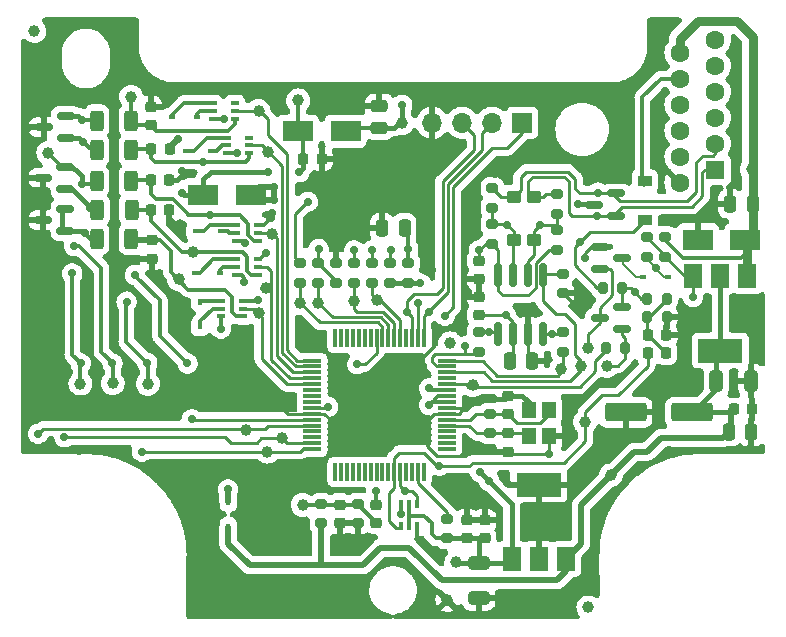
<source format=gbr>
%TF.GenerationSoftware,KiCad,Pcbnew,(6.0.5)*%
%TF.CreationDate,2022-08-10T11:04:23+08:00*%
%TF.ProjectId,SX7H02050048,53583748-3032-4303-9530-3034382e6b69,rev?*%
%TF.SameCoordinates,PX59a5380PY6d321a0*%
%TF.FileFunction,Copper,L2,Bot*%
%TF.FilePolarity,Positive*%
%FSLAX46Y46*%
G04 Gerber Fmt 4.6, Leading zero omitted, Abs format (unit mm)*
G04 Created by KiCad (PCBNEW (6.0.5)) date 2022-08-10 11:04:23*
%MOMM*%
%LPD*%
G01*
G04 APERTURE LIST*
G04 Aperture macros list*
%AMRoundRect*
0 Rectangle with rounded corners*
0 $1 Rounding radius*
0 $2 $3 $4 $5 $6 $7 $8 $9 X,Y pos of 4 corners*
0 Add a 4 corners polygon primitive as box body*
4,1,4,$2,$3,$4,$5,$6,$7,$8,$9,$2,$3,0*
0 Add four circle primitives for the rounded corners*
1,1,$1+$1,$2,$3*
1,1,$1+$1,$4,$5*
1,1,$1+$1,$6,$7*
1,1,$1+$1,$8,$9*
0 Add four rect primitives between the rounded corners*
20,1,$1+$1,$2,$3,$4,$5,0*
20,1,$1+$1,$4,$5,$6,$7,0*
20,1,$1+$1,$6,$7,$8,$9,0*
20,1,$1+$1,$8,$9,$2,$3,0*%
G04 Aperture macros list end*
%TA.AperFunction,SMDPad,CuDef*%
%ADD10R,2.500000X1.800000*%
%TD*%
%TA.AperFunction,ComponentPad*%
%ADD11R,1.700000X1.700000*%
%TD*%
%TA.AperFunction,ComponentPad*%
%ADD12O,1.700000X1.700000*%
%TD*%
%TA.AperFunction,SMDPad,CuDef*%
%ADD13C,1.000000*%
%TD*%
%TA.AperFunction,ComponentPad*%
%ADD14R,1.600000X1.600000*%
%TD*%
%TA.AperFunction,ComponentPad*%
%ADD15C,1.600000*%
%TD*%
%TA.AperFunction,SMDPad,CuDef*%
%ADD16RoundRect,0.250000X-0.250000X-0.475000X0.250000X-0.475000X0.250000X0.475000X-0.250000X0.475000X0*%
%TD*%
%TA.AperFunction,SMDPad,CuDef*%
%ADD17RoundRect,0.200000X0.275000X-0.200000X0.275000X0.200000X-0.275000X0.200000X-0.275000X-0.200000X0*%
%TD*%
%TA.AperFunction,SMDPad,CuDef*%
%ADD18RoundRect,0.200000X-0.275000X0.200000X-0.275000X-0.200000X0.275000X-0.200000X0.275000X0.200000X0*%
%TD*%
%TA.AperFunction,SMDPad,CuDef*%
%ADD19R,0.600000X0.450000*%
%TD*%
%TA.AperFunction,SMDPad,CuDef*%
%ADD20RoundRect,0.200000X-0.200000X-0.275000X0.200000X-0.275000X0.200000X0.275000X-0.200000X0.275000X0*%
%TD*%
%TA.AperFunction,SMDPad,CuDef*%
%ADD21RoundRect,0.225000X0.250000X-0.225000X0.250000X0.225000X-0.250000X0.225000X-0.250000X-0.225000X0*%
%TD*%
%TA.AperFunction,SMDPad,CuDef*%
%ADD22RoundRect,0.225000X-0.250000X0.225000X-0.250000X-0.225000X0.250000X-0.225000X0.250000X0.225000X0*%
%TD*%
%TA.AperFunction,SMDPad,CuDef*%
%ADD23RoundRect,0.250000X0.475000X-0.250000X0.475000X0.250000X-0.475000X0.250000X-0.475000X-0.250000X0*%
%TD*%
%TA.AperFunction,SMDPad,CuDef*%
%ADD24RoundRect,0.200000X0.200000X0.275000X-0.200000X0.275000X-0.200000X-0.275000X0.200000X-0.275000X0*%
%TD*%
%TA.AperFunction,SMDPad,CuDef*%
%ADD25RoundRect,0.250000X-0.312500X-0.625000X0.312500X-0.625000X0.312500X0.625000X-0.312500X0.625000X0*%
%TD*%
%TA.AperFunction,SMDPad,CuDef*%
%ADD26RoundRect,0.150000X0.587500X0.150000X-0.587500X0.150000X-0.587500X-0.150000X0.587500X-0.150000X0*%
%TD*%
%TA.AperFunction,SMDPad,CuDef*%
%ADD27R,0.650000X0.400000*%
%TD*%
%TA.AperFunction,SMDPad,CuDef*%
%ADD28R,1.200000X0.900000*%
%TD*%
%TA.AperFunction,SMDPad,CuDef*%
%ADD29RoundRect,0.150000X0.150000X-0.825000X0.150000X0.825000X-0.150000X0.825000X-0.150000X-0.825000X0*%
%TD*%
%TA.AperFunction,SMDPad,CuDef*%
%ADD30R,0.450000X0.600000*%
%TD*%
%TA.AperFunction,SMDPad,CuDef*%
%ADD31RoundRect,0.225000X-0.225000X-0.250000X0.225000X-0.250000X0.225000X0.250000X-0.225000X0.250000X0*%
%TD*%
%TA.AperFunction,SMDPad,CuDef*%
%ADD32R,1.500000X2.000000*%
%TD*%
%TA.AperFunction,SMDPad,CuDef*%
%ADD33R,3.800000X2.000000*%
%TD*%
%TA.AperFunction,SMDPad,CuDef*%
%ADD34RoundRect,0.075000X0.700000X0.075000X-0.700000X0.075000X-0.700000X-0.075000X0.700000X-0.075000X0*%
%TD*%
%TA.AperFunction,SMDPad,CuDef*%
%ADD35RoundRect,0.075000X0.075000X0.700000X-0.075000X0.700000X-0.075000X-0.700000X0.075000X-0.700000X0*%
%TD*%
%TA.AperFunction,SMDPad,CuDef*%
%ADD36RoundRect,0.150000X-0.587500X-0.150000X0.587500X-0.150000X0.587500X0.150000X-0.587500X0.150000X0*%
%TD*%
%TA.AperFunction,SMDPad,CuDef*%
%ADD37RoundRect,0.250000X0.250000X0.475000X-0.250000X0.475000X-0.250000X-0.475000X0.250000X-0.475000X0*%
%TD*%
%TA.AperFunction,SMDPad,CuDef*%
%ADD38RoundRect,0.250000X-0.650000X0.325000X-0.650000X-0.325000X0.650000X-0.325000X0.650000X0.325000X0*%
%TD*%
%TA.AperFunction,SMDPad,CuDef*%
%ADD39RoundRect,0.225000X0.225000X0.250000X-0.225000X0.250000X-0.225000X-0.250000X0.225000X-0.250000X0*%
%TD*%
%TA.AperFunction,SMDPad,CuDef*%
%ADD40R,0.400000X0.650000*%
%TD*%
%TA.AperFunction,SMDPad,CuDef*%
%ADD41RoundRect,0.250000X-0.325000X-0.650000X0.325000X-0.650000X0.325000X0.650000X-0.325000X0.650000X0*%
%TD*%
%TA.AperFunction,SMDPad,CuDef*%
%ADD42R,1.200000X1.400000*%
%TD*%
%TA.AperFunction,SMDPad,CuDef*%
%ADD43RoundRect,0.050000X0.525000X0.450000X-0.525000X0.450000X-0.525000X-0.450000X0.525000X-0.450000X0*%
%TD*%
%TA.AperFunction,SMDPad,CuDef*%
%ADD44RoundRect,0.250000X1.500000X0.550000X-1.500000X0.550000X-1.500000X-0.550000X1.500000X-0.550000X0*%
%TD*%
%TA.AperFunction,ViaPad*%
%ADD45C,0.700000*%
%TD*%
%TA.AperFunction,Conductor*%
%ADD46C,0.300000*%
%TD*%
%TA.AperFunction,Conductor*%
%ADD47C,0.400000*%
%TD*%
%TA.AperFunction,Conductor*%
%ADD48C,0.500000*%
%TD*%
%TA.AperFunction,Conductor*%
%ADD49C,0.250000*%
%TD*%
%TA.AperFunction,Conductor*%
%ADD50C,0.800000*%
%TD*%
%TA.AperFunction,Conductor*%
%ADD51C,0.200000*%
%TD*%
%ADD52C,0.300000*%
%ADD53C,0.350000*%
G04 APERTURE END LIST*
D10*
%TO.P,D104,2,A2*%
%TO.N,/ILL_LED_OH*%
X109912400Y-77978000D03*
%TO.P,D104,1,A1*%
%TO.N,GND*%
X113912400Y-77978000D03*
%TD*%
D11*
%TO.P,J101,1,Pin_1*%
%TO.N,+5V*%
X136896000Y-71882000D03*
D12*
%TO.P,J101,2,Pin_2*%
%TO.N,/MCU/SWD_DIO*%
X134356000Y-71882000D03*
%TO.P,J101,3,Pin_3*%
%TO.N,/MCU/SWD_CLK*%
X131816000Y-71882000D03*
%TO.P,J101,4,Pin_4*%
%TO.N,GND*%
X129276000Y-71882000D03*
%TD*%
D13*
%TO.P,TP83,1,1*%
%TO.N,Net-(C141-Pad1)*%
X107823000Y-85140800D03*
%TD*%
D14*
%TO.P,J1,1,Pin_1*%
%TO.N,/CANH*%
X153250000Y-75850000D03*
D15*
%TO.P,J1,2,Pin_2*%
%TO.N,/CANL*%
X153250000Y-73650000D03*
%TO.P,J1,3,Pin_3*%
%TO.N,/DriveMode*%
X153250000Y-71450000D03*
%TO.P,J1,4,Pin_4*%
%TO.N,unconnected-(J1-Pad4)*%
X153250000Y-69250000D03*
%TO.P,J1,5,Pin_5*%
%TO.N,unconnected-(J1-Pad5)*%
X153250000Y-67050000D03*
%TO.P,J1,6,Pin_6*%
%TO.N,unconnected-(J1-Pad6)*%
X153250000Y-64850000D03*
%TO.P,J1,7,Pin_7*%
%TO.N,GND*%
X150250000Y-76950000D03*
%TO.P,J1,8,Pin_8*%
%TO.N,/Paddle+*%
X150250000Y-74750000D03*
%TO.P,J1,9,Pin_9*%
%TO.N,/Paddle-*%
X150250000Y-72550000D03*
%TO.P,J1,10,Pin_10*%
%TO.N,/ILL+*%
X150250000Y-70350000D03*
%TO.P,J1,11,Pin_11*%
%TO.N,/KL15*%
X150250000Y-68150000D03*
%TO.P,J1,12,Pin_12*%
%TO.N,/KL30*%
X150250000Y-65950000D03*
%TD*%
D13*
%TO.P,TP73,1,1*%
%TO.N,Net-(C139-Pad1)*%
X103784400Y-69672200D03*
%TD*%
%TO.P,TP70,1,1*%
%TO.N,/M_OH*%
X96774000Y-74422000D03*
%TD*%
%TO.P,TP84,1,1*%
%TO.N,Net-(C142-Pad1)*%
X109067600Y-82804000D03*
%TD*%
%TO.P,TP23,1,1*%
%TO.N,/CAN/CAN_TX*%
X140208000Y-92710000D03*
%TD*%
%TO.P,TP12,1,1*%
%TO.N,Net-(C103-Pad1)*%
X144399000Y-101727000D03*
%TD*%
D16*
%TO.P,C148,1*%
%TO.N,+5V*%
X135829000Y-92075000D03*
%TO.P,C148,2*%
%TO.N,GND*%
X137729000Y-92075000D03*
%TD*%
D13*
%TO.P,TP50,1,1*%
%TO.N,/RELEASE2_AI*%
X99491800Y-93954600D03*
%TD*%
D17*
%TO.P,L105,1,1*%
%TO.N,+5V*%
X127254000Y-85407000D03*
%TO.P,L105,2,2*%
%TO.N,Net-(C132-Pad2)*%
X127254000Y-83757000D03*
%TD*%
%TO.P,R134,1*%
%TO.N,/MCU/SPI_PCS*%
X118110000Y-85407000D03*
%TO.P,R134,2*%
%TO.N,Net-(R134-Pad2)*%
X118110000Y-83757000D03*
%TD*%
D13*
%TO.P,TP57,1,1*%
%TO.N,/MCU/SPI_MISO*%
X119634000Y-87122000D03*
%TD*%
%TO.P,TP72,1,1*%
%TO.N,/IO/P_LED_C*%
X114579400Y-70891400D03*
%TD*%
D18*
%TO.P,R154,1*%
%TO.N,Net-(R154-Pad1)*%
X140335000Y-89599000D03*
%TO.P,R154,2*%
%TO.N,/CAN/CAN_TX*%
X140335000Y-91249000D03*
%TD*%
D19*
%TO.P,D7,1,K*%
%TO.N,Net-(D7-Pad1)*%
X109262200Y-81076800D03*
%TO.P,D7,2,A*%
%TO.N,Net-(D7-Pad2)*%
X111362200Y-81076800D03*
%TD*%
D13*
%TO.P,TP80,1,1*%
%TO.N,/IO/D_LED_C*%
X114579400Y-88011000D03*
%TD*%
D18*
%TO.P,R152,1*%
%TO.N,/CAN/CAN_STB*%
X140335000Y-84646000D03*
%TO.P,R152,2*%
%TO.N,GND*%
X140335000Y-86296000D03*
%TD*%
D20*
%TO.P,R102,1*%
%TO.N,Net-(D101-Pad1)*%
X143701000Y-85852000D03*
%TO.P,R102,2*%
%TO.N,Net-(D103-Pad1)*%
X145351000Y-85852000D03*
%TD*%
D21*
%TO.P,C139,1*%
%TO.N,Net-(C139-Pad1)*%
X105435400Y-72098200D03*
%TO.P,C139,2*%
%TO.N,GND*%
X105435400Y-70548200D03*
%TD*%
D19*
%TO.P,D6,1,K*%
%TO.N,Net-(D6-Pad1)*%
X107230200Y-71348600D03*
%TO.P,D6,2,A*%
%TO.N,Net-(D6-Pad2)*%
X109330200Y-71348600D03*
%TD*%
D13*
%TO.P,TP71,1,1*%
%TO.N,/IO/M_LED_C*%
X115747800Y-81254600D03*
%TD*%
%TO.P,TP17,1,1*%
%TO.N,/ILL_LED_OH*%
X117932200Y-69977000D03*
%TD*%
%TO.P,TP4,1,1*%
%TO.N,/KL30*%
X156337000Y-75819000D03*
%TD*%
%TO.P,TP60,1,1*%
%TO.N,/MCU/SPI_MOSI*%
X122682000Y-86995000D03*
%TD*%
D10*
%TO.P,D105,1,K*%
%TO.N,/ILL_LED_OH*%
X117938800Y-72593200D03*
%TO.P,D105,2,A*%
%TO.N,/ILL+*%
X121938800Y-72593200D03*
%TD*%
D22*
%TO.P,C114,1*%
%TO.N,GND*%
X135712200Y-94983000D03*
%TO.P,C114,2*%
%TO.N,/MCU/EXTAL*%
X135712200Y-96533000D03*
%TD*%
D23*
%TO.P,C109,1*%
%TO.N,/ILL+*%
X124813000Y-72324000D03*
%TO.P,C109,2*%
%TO.N,GND*%
X124813000Y-70424000D03*
%TD*%
D24*
%TO.P,R103,1*%
%TO.N,Net-(C102-Pad1)*%
X149149400Y-86759000D03*
%TO.P,R103,2*%
%TO.N,Net-(D103-Pad1)*%
X147499400Y-86759000D03*
%TD*%
D17*
%TO.P,R115,1*%
%TO.N,+5V*%
X125730000Y-85407000D03*
%TO.P,R115,2*%
%TO.N,Net-(R115-Pad2)*%
X125730000Y-83757000D03*
%TD*%
D18*
%TO.P,R106,1*%
%TO.N,Net-(Q102-Pad1)*%
X147425000Y-81550000D03*
%TO.P,R106,2*%
%TO.N,Net-(D3-Pad2)*%
X147425000Y-83200000D03*
%TD*%
D21*
%TO.P,C111,1*%
%TO.N,+5V*%
X133731000Y-107074000D03*
%TO.P,C111,2*%
%TO.N,GND*%
X133731000Y-105524000D03*
%TD*%
D13*
%TO.P,TP43,1,1*%
%TO.N,/MCU/P1_MCU*%
X115316000Y-99720400D03*
%TD*%
D16*
%TO.P,C132,1*%
%TO.N,GND*%
X125034000Y-80772000D03*
%TO.P,C132,2*%
%TO.N,Net-(C132-Pad2)*%
X126934000Y-80772000D03*
%TD*%
D25*
%TO.P,R147,1*%
%TO.N,/N_OH*%
X100875900Y-74194600D03*
%TO.P,R147,2*%
%TO.N,Net-(C143-Pad1)*%
X103800900Y-74194600D03*
%TD*%
D26*
%TO.P,D8,1,A1*%
%TO.N,/D_OH*%
X98219500Y-79161600D03*
%TO.P,D8,2,A2*%
X98219500Y-81061600D03*
%TO.P,D8,3,common*%
%TO.N,GND*%
X96344500Y-80111600D03*
%TD*%
D18*
%TO.P,R135,1*%
%TO.N,Net-(R113-Pad2)*%
X119634000Y-83757000D03*
%TO.P,R135,2*%
%TO.N,/MCU/SPI_MISO*%
X119634000Y-85407000D03*
%TD*%
D19*
%TO.P,D3,1,K*%
%TO.N,Net-(D3-Pad1)*%
X147150000Y-84925000D03*
%TO.P,D3,2,A*%
%TO.N,Net-(D3-Pad2)*%
X149250000Y-84925000D03*
%TD*%
D18*
%TO.P,R114,1*%
%TO.N,Net-(R114-Pad1)*%
X124206000Y-83757000D03*
%TO.P,R114,2*%
%TO.N,/MCU/SPI_CLK*%
X124206000Y-85407000D03*
%TD*%
D13*
%TO.P,TP5,1,1*%
%TO.N,Net-(D103-Pad2)*%
X144068800Y-92456000D03*
%TD*%
D25*
%TO.P,R144,1*%
%TO.N,/M_OH*%
X100866700Y-76835000D03*
%TO.P,R144,2*%
%TO.N,Net-(C140-Pad1)*%
X103791700Y-76835000D03*
%TD*%
D13*
%TO.P,TP16,1,1*%
%TO.N,/ILL+*%
X126746000Y-71882000D03*
%TD*%
D27*
%TO.P,Q106,1,E1*%
%TO.N,GND*%
X114538800Y-83449400D03*
%TO.P,Q106,2,B1*%
%TO.N,/IO/R_LED_C*%
X114538800Y-84099400D03*
%TO.P,Q106,3,C1*%
%TO.N,Net-(C142-Pad1)*%
X114538800Y-84749400D03*
%TO.P,Q106,4,E1*%
%TO.N,+12P*%
X112638800Y-84749400D03*
%TO.P,Q106,5,B1*%
%TO.N,Net-(D11-Pad2)*%
X112638800Y-84099400D03*
%TO.P,Q106,6,C1*%
%TO.N,Net-(D11-Pad1)*%
X112638800Y-83449400D03*
%TD*%
%TO.P,Q103,1,E1*%
%TO.N,GND*%
X112583000Y-70216000D03*
%TO.P,Q103,2,B1*%
%TO.N,/IO/P_LED_C*%
X112583000Y-70866000D03*
%TO.P,Q103,3,C1*%
%TO.N,Net-(C139-Pad1)*%
X112583000Y-71516000D03*
%TO.P,Q103,4,E1*%
%TO.N,+12P*%
X110683000Y-71516000D03*
%TO.P,Q103,5,B1*%
%TO.N,Net-(D6-Pad2)*%
X110683000Y-70866000D03*
%TO.P,Q103,6,C1*%
%TO.N,Net-(D6-Pad1)*%
X110683000Y-70216000D03*
%TD*%
D25*
%TO.P,R146,2*%
%TO.N,Net-(C142-Pad1)*%
X103824500Y-79222600D03*
%TO.P,R146,1*%
%TO.N,/R_OH*%
X100899500Y-79222600D03*
%TD*%
D28*
%TO.P,D101,1,K*%
%TO.N,Net-(D101-Pad1)*%
X147275000Y-80100000D03*
%TO.P,D101,2,A*%
%TO.N,/KL15*%
X147275000Y-76800000D03*
%TD*%
D17*
%TO.P,R151,1*%
%TO.N,Net-(C146-Pad2)*%
X139827000Y-82613000D03*
%TO.P,R151,2*%
%TO.N,Net-(L104-Pad2)*%
X139827000Y-80963000D03*
%TD*%
D21*
%TO.P,C110,1*%
%TO.N,+5V*%
X132207000Y-107074000D03*
%TO.P,C110,2*%
%TO.N,GND*%
X132207000Y-105524000D03*
%TD*%
D29*
%TO.P,U104,1,TXD*%
%TO.N,Net-(R154-Pad1)*%
X138684000Y-89724000D03*
%TO.P,U104,2,GND*%
%TO.N,GND*%
X137414000Y-89724000D03*
%TO.P,U104,3,VCC*%
%TO.N,+5V*%
X136144000Y-89724000D03*
%TO.P,U104,4,RXD*%
%TO.N,Net-(R153-Pad1)*%
X134874000Y-89724000D03*
%TO.P,U104,5,SPLIT*%
%TO.N,Net-(C146-Pad2)*%
X134874000Y-84774000D03*
%TO.P,U104,6,CANL*%
%TO.N,Net-(L104-Pad3)*%
X136144000Y-84774000D03*
%TO.P,U104,7,CANH*%
%TO.N,Net-(L104-Pad2)*%
X137414000Y-84774000D03*
%TO.P,U104,8,STB*%
%TO.N,/CAN/CAN_STB*%
X138684000Y-84774000D03*
%TD*%
D18*
%TO.P,R150,1*%
%TO.N,Net-(L104-Pad3)*%
X134366000Y-80455000D03*
%TO.P,R150,2*%
%TO.N,Net-(C146-Pad2)*%
X134366000Y-82105000D03*
%TD*%
D13*
%TO.P,TP58,1,1*%
%TO.N,/MCU/SPI_CLK*%
X124587000Y-86868000D03*
%TD*%
D18*
%TO.P,R105,1*%
%TO.N,/KL30*%
X149025000Y-81550000D03*
%TO.P,R105,2*%
%TO.N,Net-(Q102-Pad1)*%
X149025000Y-83200000D03*
%TD*%
D30*
%TO.P,D10,1,K*%
%TO.N,Net-(D10-Pad1)*%
X109601000Y-87011800D03*
%TO.P,D10,2,A*%
%TO.N,Net-(D10-Pad2)*%
X109601000Y-89111800D03*
%TD*%
D26*
%TO.P,D108,1,A1*%
%TO.N,/CANL*%
X144812500Y-77850000D03*
%TO.P,D108,2,A2*%
%TO.N,/CANH*%
X144812500Y-79750000D03*
%TO.P,D108,3,common*%
%TO.N,GND*%
X142937500Y-78800000D03*
%TD*%
D31*
%TO.P,C105,1*%
%TO.N,Net-(C103-Pad1)*%
X154800000Y-96139000D03*
%TO.P,C105,2*%
%TO.N,GND*%
X156350000Y-96139000D03*
%TD*%
D32*
%TO.P,U101,1,VI*%
%TO.N,Net-(C103-Pad1)*%
X140603000Y-108814000D03*
D33*
%TO.P,U101,2,GND*%
%TO.N,GND*%
X138303000Y-102514000D03*
D32*
X138303000Y-108814000D03*
%TO.P,U101,3,VO*%
%TO.N,+5V*%
X136003000Y-108814000D03*
%TD*%
D13*
%TO.P,U102,0*%
%TO.N,N/C*%
X130784600Y-90551000D03*
D34*
%TO.P,U102,1,PTD1*%
%TO.N,/CAN/CAN_TX*%
X130490600Y-92008000D03*
%TO.P,U102,2,PTD0*%
%TO.N,/CAN/CAN_RX*%
X130490600Y-92508000D03*
%TO.P,U102,3,PTH7*%
%TO.N,/CAN/CAN_STB*%
X130490600Y-93008000D03*
%TO.P,U102,4,PTE7*%
%TO.N,unconnected-(U102-Pad4)*%
X130490600Y-93508000D03*
%TO.P,U102,5,PTH2*%
%TO.N,/MCU/WAKEUP_CTR*%
X130490600Y-94008000D03*
%TO.P,U102,6,VDD*%
%TO.N,+5V*%
X130490600Y-94508000D03*
%TO.P,U102,7,VDDA*%
%TO.N,VDDA*%
X130490600Y-95008000D03*
%TO.P,U102,8,VREFH*%
X130490600Y-95508000D03*
%TO.P,U102,9,VREFL*%
%TO.N,GND*%
X130490600Y-96008000D03*
%TO.P,U102,10,VSS/VSSA*%
X130490600Y-96508000D03*
%TO.P,U102,11,EXTAL*%
%TO.N,/MCU/EXTAL*%
X130490600Y-97008000D03*
%TO.P,U102,12,XTAL*%
%TO.N,/MCU/XTAL*%
X130490600Y-97508000D03*
%TO.P,U102,13,PTI1*%
%TO.N,unconnected-(U102-Pad13)*%
X130490600Y-98008000D03*
%TO.P,U102,14,PT0*%
%TO.N,unconnected-(U102-Pad14)*%
X130490600Y-98508000D03*
%TO.P,U102,15,PTH1*%
%TO.N,unconnected-(U102-Pad15)*%
X130490600Y-99008000D03*
%TO.P,U102,16,PTH0*%
%TO.N,unconnected-(U102-Pad16)*%
X130490600Y-99508000D03*
D35*
%TO.P,U102,17,PTB5*%
%TO.N,unconnected-(U102-Pad17)*%
X128565600Y-101433000D03*
%TO.P,U102,18,PTB4*%
%TO.N,Net-(R117-Pad1)*%
X128065600Y-101433000D03*
%TO.P,U102,19,PTC3*%
%TO.N,/IO/Paddle-_AI*%
X127565600Y-101433000D03*
%TO.P,U102,20,PTC2*%
%TO.N,/IO/Paddle+_AI*%
X127065600Y-101433000D03*
%TO.P,U102,21,PTD7*%
%TO.N,/MCU/POWER_M*%
X126565600Y-101433000D03*
%TO.P,U102,22,PTD6*%
%TO.N,/MCU/WAKEUP_M*%
X126065600Y-101433000D03*
%TO.P,U102,23,PTD5*%
%TO.N,unconnected-(U102-Pad23)*%
X125565600Y-101433000D03*
%TO.P,U102,24,PTI5*%
%TO.N,unconnected-(U102-Pad24)*%
X125065600Y-101433000D03*
%TO.P,U102,25,PTC1*%
%TO.N,unconnected-(U102-Pad25)*%
X124565600Y-101433000D03*
%TO.P,U102,26,PTC0*%
%TO.N,unconnected-(U102-Pad26)*%
X124065600Y-101433000D03*
%TO.P,U102,27,PTF7*%
%TO.N,unconnected-(U102-Pad27)*%
X123565600Y-101433000D03*
%TO.P,U102,28,PTF6*%
%TO.N,unconnected-(U102-Pad28)*%
X123065600Y-101433000D03*
%TO.P,U102,29,PTF5*%
%TO.N,unconnected-(U102-Pad29)*%
X122565600Y-101433000D03*
%TO.P,U102,30,PTF4*%
%TO.N,unconnected-(U102-Pad30)*%
X122065600Y-101433000D03*
%TO.P,U102,31,PTB3*%
%TO.N,unconnected-(U102-Pad31)*%
X121565600Y-101433000D03*
%TO.P,U102,32,PTB2*%
%TO.N,unconnected-(U102-Pad32)*%
X121065600Y-101433000D03*
D34*
%TO.P,U102,33,PTB1*%
%TO.N,/MCU/P1_MCU*%
X119140600Y-99508000D03*
%TO.P,U102,34,PTB0*%
%TO.N,/MCU/UNLOCK1_MCU*%
X119140600Y-99008000D03*
%TO.P,U102,35,PTF3*%
%TO.N,unconnected-(U102-Pad35)*%
X119140600Y-98508000D03*
%TO.P,U102,36,PTF2*%
%TO.N,unconnected-(U102-Pad36)*%
X119140600Y-98008000D03*
%TO.P,U102,37,PTA7*%
%TO.N,/MCU/UNLOCK2_MCU*%
X119140600Y-97508000D03*
%TO.P,U102,38,PTA6*%
%TO.N,/MCU/P2_MCU*%
X119140600Y-97008000D03*
%TO.P,U102,39,VSS*%
%TO.N,GND*%
X119140600Y-96508000D03*
%TO.P,U102,40,VDD*%
%TO.N,+5V*%
X119140600Y-96008000D03*
%TO.P,U102,41,PTG7*%
%TO.N,unconnected-(U102-Pad41)*%
X119140600Y-95508000D03*
%TO.P,U102,42,PTG6*%
%TO.N,unconnected-(U102-Pad42)*%
X119140600Y-95008000D03*
%TO.P,U102,43,PTG5*%
%TO.N,unconnected-(U102-Pad43)*%
X119140600Y-94508000D03*
%TO.P,U102,44,PTG4*%
%TO.N,/IO/D_LED_C*%
X119140600Y-94008000D03*
%TO.P,U102,45,PTF1*%
%TO.N,/IO/R_LED_C*%
X119140600Y-93508000D03*
%TO.P,U102,46,PTF0*%
%TO.N,/IO/M_LED_C*%
X119140600Y-93008000D03*
%TO.P,U102,47,PTD4*%
%TO.N,/IO/N_LED_C*%
X119140600Y-92508000D03*
%TO.P,U102,48,PTD3*%
%TO.N,/IO/P_LED_C*%
X119140600Y-92008000D03*
D35*
%TO.P,U102,49,PTD2*%
%TO.N,unconnected-(U102-Pad49)*%
X121065600Y-90083000D03*
%TO.P,U102,50,PTA3*%
%TO.N,unconnected-(U102-Pad50)*%
X121565600Y-90083000D03*
%TO.P,U102,51,PTA2*%
%TO.N,unconnected-(U102-Pad51)*%
X122065600Y-90083000D03*
%TO.P,U102,52,PTA1*%
%TO.N,unconnected-(U102-Pad52)*%
X122565600Y-90083000D03*
%TO.P,U102,53,PTA0*%
%TO.N,unconnected-(U102-Pad53)*%
X123065600Y-90083000D03*
%TO.P,U102,54,PTC7*%
%TO.N,unconnected-(U102-Pad54)*%
X123565600Y-90083000D03*
%TO.P,U102,55,PTC6*%
%TO.N,unconnected-(U102-Pad55)*%
X124065600Y-90083000D03*
%TO.P,U102,56,PTI2*%
%TO.N,Net-(R119-Pad2)*%
X124565600Y-90083000D03*
%TO.P,U102,57,PTE3*%
%TO.N,/MCU/SPI_PCS*%
X125065600Y-90083000D03*
%TO.P,U102,58,PTE2*%
%TO.N,/MCU/SPI_MISO*%
X125565600Y-90083000D03*
%TO.P,U102,59,PTE1*%
%TO.N,/MCU/SPI_MOSI*%
X126065600Y-90083000D03*
%TO.P,U102,60,PTE0*%
%TO.N,/MCU/SPI_CLK*%
X126565600Y-90083000D03*
%TO.P,U102,61,PTC5*%
%TO.N,unconnected-(U102-Pad61)*%
X127065600Y-90083000D03*
%TO.P,U102,62,PTC4*%
%TO.N,/MCU/SWD_CLK*%
X127565600Y-90083000D03*
%TO.P,U102,63,RESET*%
%TO.N,Net-(C122-Pad1)*%
X128065600Y-90083000D03*
%TO.P,U102,64,PTA4*%
%TO.N,/MCU/SWD_DIO*%
X128565600Y-90083000D03*
%TD*%
D26*
%TO.P,D103,1,A*%
%TO.N,Net-(D103-Pad1)*%
X145336500Y-87442000D03*
%TO.P,D103,2,A*%
%TO.N,Net-(D103-Pad2)*%
X145336500Y-89342000D03*
%TO.P,D103,3,K*%
%TO.N,Net-(D103-Pad3)*%
X143461500Y-88392000D03*
%TD*%
D27*
%TO.P,Q107,1,E1*%
%TO.N,GND*%
X113802200Y-73137000D03*
%TO.P,Q107,2,B1*%
%TO.N,/IO/N_LED_C*%
X113802200Y-73787000D03*
%TO.P,Q107,3,C1*%
%TO.N,Net-(C143-Pad1)*%
X113802200Y-74437000D03*
%TO.P,Q107,4,E1*%
%TO.N,+12P*%
X111902200Y-74437000D03*
%TO.P,Q107,5,B1*%
%TO.N,Net-(D12-Pad2)*%
X111902200Y-73787000D03*
%TO.P,Q107,6,C1*%
%TO.N,Net-(D12-Pad1)*%
X111902200Y-73137000D03*
%TD*%
D20*
%TO.P,R101,1*%
%TO.N,/MCU/WAKEUP_CTR*%
X143955000Y-90932000D03*
%TO.P,R101,2*%
%TO.N,Net-(D103-Pad2)*%
X145605000Y-90932000D03*
%TD*%
D30*
%TO.P,D4,1,K*%
%TO.N,+12P*%
X112014000Y-103979000D03*
%TO.P,D4,2,A*%
%TO.N,Net-(C103-Pad1)*%
X112014000Y-106079000D03*
%TD*%
D25*
%TO.P,R145,2*%
%TO.N,Net-(C141-Pad1)*%
X103800900Y-81694600D03*
%TO.P,R145,1*%
%TO.N,/D_OH*%
X100875900Y-81694600D03*
%TD*%
D27*
%TO.P,Q104,1,E1*%
%TO.N,GND*%
X114538800Y-80553800D03*
%TO.P,Q104,2,B1*%
%TO.N,/IO/M_LED_C*%
X114538800Y-81203800D03*
%TO.P,Q104,3,C1*%
%TO.N,Net-(C140-Pad1)*%
X114538800Y-81853800D03*
%TO.P,Q104,4,E1*%
%TO.N,+12P*%
X112638800Y-81853800D03*
%TO.P,Q104,5,B1*%
%TO.N,Net-(D7-Pad2)*%
X112638800Y-81203800D03*
%TO.P,Q104,6,C1*%
%TO.N,Net-(D7-Pad1)*%
X112638800Y-80553800D03*
%TD*%
D22*
%TO.P,C141,2*%
%TO.N,GND*%
X105562400Y-83375800D03*
%TO.P,C141,1*%
%TO.N,Net-(C141-Pad1)*%
X105562400Y-81825800D03*
%TD*%
D36*
%TO.P,Q101,1,B*%
%TO.N,Net-(D103-Pad3)*%
X143461500Y-84262000D03*
%TO.P,Q101,2,E*%
%TO.N,GND*%
X143461500Y-82362000D03*
%TO.P,Q101,3,C*%
%TO.N,Net-(D3-Pad1)*%
X145336500Y-83312000D03*
%TD*%
D13*
%TO.P,TP94,1,1*%
%TO.N,+5V*%
X131318000Y-109093000D03*
%TD*%
%TO.P,MARK4,*%
%TO.N,*%
X95600000Y-64100000D03*
%TD*%
D37*
%TO.P,C101,1*%
%TO.N,/KL30*%
X156398000Y-78740000D03*
%TO.P,C101,2*%
%TO.N,GND*%
X154498000Y-78740000D03*
%TD*%
D21*
%TO.P,C146,1*%
%TO.N,GND*%
X133223000Y-85103000D03*
%TO.P,C146,2*%
%TO.N,Net-(C146-Pad2)*%
X133223000Y-83553000D03*
%TD*%
D20*
%TO.P,R104,1*%
%TO.N,Net-(C102-Pad1)*%
X147499400Y-88283000D03*
%TO.P,R104,2*%
%TO.N,GND*%
X149149400Y-88283000D03*
%TD*%
D18*
%TO.P,R136,1*%
%TO.N,Net-(R136-Pad1)*%
X122682000Y-83757000D03*
%TO.P,R136,2*%
%TO.N,/MCU/SPI_MOSI*%
X122682000Y-85407000D03*
%TD*%
%TO.P,R111,1*%
%TO.N,/MCU/EXTAL*%
X134137400Y-96507800D03*
%TO.P,R111,2*%
%TO.N,/MCU/XTAL*%
X134137400Y-98157800D03*
%TD*%
D22*
%TO.P,C106,1*%
%TO.N,Net-(C106-Pad1)*%
X121437400Y-104203200D03*
%TO.P,C106,2*%
%TO.N,GND*%
X121437400Y-105753200D03*
%TD*%
D13*
%TO.P,TP2,1,1*%
%TO.N,/MCU/WAKEUP_CTR*%
X132715000Y-94107000D03*
%TD*%
D18*
%TO.P,R113,1*%
%TO.N,GND*%
X121158000Y-83757000D03*
%TO.P,R113,2*%
%TO.N,Net-(R113-Pad2)*%
X121158000Y-85407000D03*
%TD*%
D26*
%TO.P,D9,1,A1*%
%TO.N,/M_OH*%
X98219500Y-75580200D03*
%TO.P,D9,2,A2*%
%TO.N,/R_OH*%
X98219500Y-77480200D03*
%TO.P,D9,3,common*%
%TO.N,GND*%
X96344500Y-76530200D03*
%TD*%
D18*
%TO.P,R149,1*%
%TO.N,/CANH*%
X139827000Y-77915000D03*
%TO.P,R149,2*%
%TO.N,Net-(L104-Pad2)*%
X139827000Y-79565000D03*
%TD*%
%TO.P,R153,1*%
%TO.N,Net-(R153-Pad1)*%
X133223000Y-89599000D03*
%TO.P,R153,2*%
%TO.N,/CAN/CAN_RX*%
X133223000Y-91249000D03*
%TD*%
D13*
%TO.P,TP51,1,1*%
%TO.N,/MCU/SPI_PCS*%
X118110000Y-87122000D03*
%TD*%
D18*
%TO.P,R107,1*%
%TO.N,Net-(C106-Pad1)*%
X119888000Y-104153200D03*
%TO.P,R107,2*%
%TO.N,Net-(C103-Pad1)*%
X119888000Y-105803200D03*
%TD*%
D21*
%TO.P,C147,1*%
%TO.N,+5V*%
X133223000Y-88151000D03*
%TO.P,C147,2*%
%TO.N,GND*%
X133223000Y-86601000D03*
%TD*%
D10*
%TO.P,D102,1,A1*%
%TO.N,GND*%
X151797000Y-81788000D03*
%TO.P,D102,2,A2*%
%TO.N,/KL30*%
X155797000Y-81788000D03*
%TD*%
D38*
%TO.P,C108,1*%
%TO.N,+5V*%
X133223000Y-109142000D03*
%TO.P,C108,2*%
%TO.N,GND*%
X133223000Y-112092000D03*
%TD*%
D39*
%TO.P,L101,1,1*%
%TO.N,Net-(C102-Pad1)*%
X149087000Y-91387000D03*
%TO.P,L101,2,2*%
%TO.N,/MCU/WAKEUP_M*%
X147537000Y-91387000D03*
%TD*%
D13*
%TO.P,TP9,1,1*%
%TO.N,/MCU/WAKEUP_M*%
X142225000Y-97175000D03*
%TD*%
D31*
%TO.P,C140,1*%
%TO.N,Net-(C140-Pad1)*%
X105473200Y-76733400D03*
%TO.P,C140,2*%
%TO.N,GND*%
X107023200Y-76733400D03*
%TD*%
D18*
%TO.P,R108,1*%
%TO.N,Net-(C106-Pad1)*%
X122986800Y-104153200D03*
%TO.P,R108,2*%
%TO.N,GND*%
X122986800Y-105803200D03*
%TD*%
D16*
%TO.P,C107,1*%
%TO.N,Net-(C103-Pad1)*%
X154371000Y-98044000D03*
%TO.P,C107,2*%
%TO.N,GND*%
X156271000Y-98044000D03*
%TD*%
D13*
%TO.P,TP13,1,1*%
%TO.N,Net-(C106-Pad1)*%
X118313200Y-104241600D03*
%TD*%
D40*
%TO.P,D2,1,A1*%
%TO.N,GND*%
X126654800Y-104115400D03*
%TO.P,D2,2,K2*%
%TO.N,+5V*%
X127304800Y-104115400D03*
%TO.P,D2,3,K1A2*%
%TO.N,/MCU/POWER_M*%
X127954800Y-104115400D03*
%TO.P,D2,4,A3*%
%TO.N,GND*%
X127954800Y-106015400D03*
%TO.P,D2,5,K4*%
%TO.N,+5V*%
X127304800Y-106015400D03*
%TO.P,D2,6,K3A4*%
%TO.N,/MCU/WAKEUP_M*%
X126654800Y-106015400D03*
%TD*%
D13*
%TO.P,TP45,1,1*%
%TO.N,/MCU/UNLOCK1_MCU*%
X116586000Y-98602800D03*
%TD*%
D31*
%TO.P,C102,1*%
%TO.N,Net-(C102-Pad1)*%
X147549400Y-89863000D03*
%TO.P,C102,2*%
%TO.N,GND*%
X149099400Y-89863000D03*
%TD*%
D41*
%TO.P,C103,1*%
%TO.N,Net-(C103-Pad1)*%
X153338000Y-93726000D03*
%TO.P,C103,2*%
%TO.N,GND*%
X156288000Y-93726000D03*
%TD*%
D18*
%TO.P,R117,1*%
%TO.N,Net-(R117-Pad1)*%
X130556000Y-105421300D03*
%TO.P,R117,2*%
%TO.N,+5V*%
X130556000Y-107071300D03*
%TD*%
D13*
%TO.P,TP46,1,1*%
%TO.N,/MCU/UNLOCK2_MCU*%
X113538000Y-97891600D03*
%TD*%
%TO.P,TP47,1,1*%
%TO.N,/PARK1_AI*%
X105206800Y-93980000D03*
%TD*%
D26*
%TO.P,D5,1,A1*%
%TO.N,/P_OH*%
X98244900Y-71287600D03*
%TO.P,D5,2,A2*%
%TO.N,/N_OH*%
X98244900Y-73187600D03*
%TO.P,D5,3,common*%
%TO.N,GND*%
X96369900Y-72237600D03*
%TD*%
D13*
%TO.P,TP81,1,1*%
%TO.N,/IO/R_LED_C*%
X115189000Y-85826600D03*
%TD*%
D42*
%TO.P,Y101,1,1*%
%TO.N,/MCU/EXTAL*%
X139153000Y-96182000D03*
%TO.P,Y101,2,2*%
%TO.N,GND*%
X139153000Y-98382000D03*
%TO.P,Y101,3,3*%
%TO.N,/MCU/XTAL*%
X137453000Y-98382000D03*
%TO.P,Y101,4,4*%
%TO.N,GND*%
X137453000Y-96182000D03*
%TD*%
D31*
%TO.P,C142,1*%
%TO.N,Net-(C142-Pad1)*%
X105473200Y-79298800D03*
%TO.P,C142,2*%
%TO.N,GND*%
X107023200Y-79298800D03*
%TD*%
D18*
%TO.P,R148,1*%
%TO.N,/CANL*%
X134366000Y-77407000D03*
%TO.P,R148,2*%
%TO.N,Net-(L104-Pad3)*%
X134366000Y-79057000D03*
%TD*%
D13*
%TO.P,TP24,1,1*%
%TO.N,/CAN/CAN_STB*%
X141859000Y-92456000D03*
%TD*%
D43*
%TO.P,L104,1,1*%
%TO.N,/CANH*%
X137927100Y-78143400D03*
%TO.P,L104,2,2*%
%TO.N,Net-(L104-Pad2)*%
X137927100Y-81823400D03*
%TO.P,L104,3,3*%
%TO.N,Net-(L104-Pad3)*%
X136197100Y-81823400D03*
%TO.P,L104,4,4*%
%TO.N,/CANL*%
X136197100Y-78143400D03*
%TD*%
D31*
%TO.P,C112,1*%
%TO.N,/ILL_LED_OH*%
X118376400Y-74980800D03*
%TO.P,C112,2*%
%TO.N,GND*%
X119926400Y-74980800D03*
%TD*%
D44*
%TO.P,C104,1*%
%TO.N,Net-(C103-Pad1)*%
X151263000Y-96393000D03*
%TO.P,C104,2*%
%TO.N,GND*%
X145663000Y-96393000D03*
%TD*%
D21*
%TO.P,L102,1,1*%
%TO.N,Net-(C106-Pad1)*%
X124561600Y-105753200D03*
%TO.P,L102,2,2*%
%TO.N,/MCU/POWER_M*%
X124561600Y-104203200D03*
%TD*%
D19*
%TO.P,D11,1,K*%
%TO.N,Net-(D11-Pad1)*%
X109236800Y-84556600D03*
%TO.P,D11,2,A*%
%TO.N,Net-(D11-Pad2)*%
X111336800Y-84556600D03*
%TD*%
D13*
%TO.P,TP82,1,1*%
%TO.N,/IO/N_LED_C*%
X115392200Y-74345800D03*
%TD*%
D21*
%TO.P,C115,1*%
%TO.N,GND*%
X135712200Y-99733400D03*
%TO.P,C115,2*%
%TO.N,/MCU/XTAL*%
X135712200Y-98183400D03*
%TD*%
D13*
%TO.P,TP49,1,1*%
%TO.N,/RELEASE1_AI*%
X102235000Y-93929200D03*
%TD*%
%TO.P,TP8,1,1*%
%TO.N,Net-(D103-Pad3)*%
X142494000Y-90932000D03*
%TD*%
D19*
%TO.P,D12,1,K*%
%TO.N,Net-(D12-Pad1)*%
X108474800Y-74244200D03*
%TO.P,D12,2,A*%
%TO.N,Net-(D12-Pad2)*%
X110574800Y-74244200D03*
%TD*%
D25*
%TO.P,R143,1*%
%TO.N,/P_OH*%
X100875900Y-71694600D03*
%TO.P,R143,2*%
%TO.N,Net-(C139-Pad1)*%
X103800900Y-71694600D03*
%TD*%
D32*
%TO.P,Q102,1,B*%
%TO.N,Net-(Q102-Pad1)*%
X151370000Y-84861000D03*
%TO.P,Q102,2,C*%
%TO.N,Net-(C103-Pad1)*%
X153670000Y-84861000D03*
D33*
X153670000Y-91161000D03*
D32*
%TO.P,Q102,3,E*%
%TO.N,/KL30*%
X155970000Y-84861000D03*
%TD*%
D13*
%TO.P,TP15,1,1*%
%TO.N,GND*%
X130556000Y-112268000D03*
%TD*%
D31*
%TO.P,C143,1*%
%TO.N,Net-(C143-Pad1)*%
X105500400Y-74117200D03*
%TO.P,C143,2*%
%TO.N,GND*%
X107050400Y-74117200D03*
%TD*%
D13*
%TO.P,MARK3,*%
%TO.N,*%
X142494000Y-112900000D03*
%TD*%
D27*
%TO.P,Q105,1,E1*%
%TO.N,GND*%
X113294200Y-86954600D03*
%TO.P,Q105,2,B1*%
%TO.N,/IO/D_LED_C*%
X113294200Y-87604600D03*
%TO.P,Q105,3,C1*%
%TO.N,Net-(C141-Pad1)*%
X113294200Y-88254600D03*
%TO.P,Q105,4,E1*%
%TO.N,+12P*%
X111394200Y-88254600D03*
%TO.P,Q105,5,B1*%
%TO.N,Net-(D10-Pad2)*%
X111394200Y-87604600D03*
%TO.P,Q105,6,C1*%
%TO.N,Net-(D10-Pad1)*%
X111394200Y-86954600D03*
%TD*%
D45*
%TO.N,GND*%
X156210000Y-99441000D03*
X143510000Y-104902000D03*
X142748000Y-110871000D03*
X143764000Y-99822000D03*
X142113000Y-101854000D03*
X143256000Y-75819000D03*
X145161000Y-74930000D03*
X107696000Y-88900000D03*
X117348000Y-100965000D03*
X109474000Y-106299000D03*
X102362000Y-72898000D03*
%TO.N,/M_OH*%
X99618800Y-77038200D03*
%TO.N,/N_OH*%
X99720400Y-73482200D03*
%TO.N,/P_OH*%
X99644200Y-71653400D03*
%TO.N,/D_OH*%
X99847400Y-81203800D03*
%TO.N,/R_OH*%
X100310151Y-79100468D03*
%TO.N,GND*%
X108102400Y-75946000D03*
X115290600Y-105537000D03*
X107772200Y-73228200D03*
X108153200Y-80492600D03*
%TO.N,Net-(C140-Pad1)*%
X110439200Y-79654400D03*
%TO.N,Net-(C143-Pad1)*%
X109855000Y-75158600D03*
%TO.N,GND*%
X115925600Y-77317600D03*
X114554000Y-86893400D03*
X118237000Y-105918000D03*
X128295400Y-107365800D03*
X122834400Y-110845600D03*
X120319800Y-110871000D03*
X115925600Y-78435200D03*
X113538000Y-105029000D03*
X112649000Y-100838000D03*
X108204000Y-100965000D03*
X109956600Y-94665800D03*
X109956600Y-90678000D03*
X127076200Y-73634600D03*
X124333000Y-73914000D03*
X125399800Y-75209400D03*
X122072400Y-75006200D03*
X118694200Y-81686400D03*
X118668800Y-80086200D03*
X115214400Y-82931000D03*
X113309400Y-89662000D03*
X113360200Y-93903800D03*
X129184400Y-68783200D03*
X107289600Y-68783200D03*
X116047520Y-68783200D03*
X120426480Y-68783200D03*
%TO.N,+12P*%
X113385600Y-85344000D03*
%TO.N,/ILL_LED_OH*%
X118033800Y-76047600D03*
X115417600Y-76022200D03*
%TO.N,+12P*%
X111379000Y-89306400D03*
X111633000Y-71526400D03*
X113411000Y-82067400D03*
%TO.N,GND*%
X102362000Y-84988400D03*
X102311200Y-83337400D03*
X107696000Y-87045800D03*
%TO.N,/ILL_LED_OH*%
X108102400Y-77851000D03*
%TO.N,+12P*%
X112776000Y-74447400D03*
%TO.N,GND*%
X118719600Y-108127800D03*
X123113800Y-107340400D03*
X121539000Y-107391200D03*
X114185100Y-100939600D03*
X110350900Y-100939600D03*
%TO.N,+12P*%
X111988600Y-102920800D03*
%TO.N,GND*%
X102362000Y-63703200D03*
X130302000Y-74549000D03*
X97536000Y-63652400D03*
X121031000Y-92583000D03*
X94996000Y-75000000D03*
X141605000Y-86995000D03*
X145796000Y-72136000D03*
X109499400Y-113411000D03*
X111668560Y-68783200D03*
X130938280Y-102576500D03*
X148336000Y-63881000D03*
X125984000Y-92329000D03*
X116586000Y-96012000D03*
X99415600Y-99632900D03*
X140970000Y-95504000D03*
X114528600Y-108127800D03*
X149175000Y-80225000D03*
X140462000Y-113411000D03*
X150749000Y-93218000D03*
X140970000Y-98425000D03*
X128422400Y-113411000D03*
X132285506Y-86185110D03*
X117144800Y-95097600D03*
X138303000Y-74549000D03*
X129514600Y-108432600D03*
X101041200Y-99632900D03*
X126746000Y-78994000D03*
X118008400Y-77419200D03*
X132715000Y-102895400D03*
X97713800Y-86385400D03*
X140335000Y-104902000D03*
X118745000Y-90678000D03*
X96875600Y-99212400D03*
X122769084Y-113411000D03*
X131615540Y-113411000D03*
X134239000Y-95250000D03*
X139192000Y-99949000D03*
X138430000Y-106426000D03*
X135636000Y-102362000D03*
X156591000Y-88392000D03*
X105079800Y-87274400D03*
X151384000Y-88519000D03*
X95148400Y-87172800D03*
X141650000Y-78725000D03*
X103784400Y-66090800D03*
X137414000Y-87884000D03*
X142174047Y-83313290D03*
X128397000Y-76073000D03*
X96418400Y-87172800D03*
X138176000Y-112141000D03*
X125222000Y-96647000D03*
X132461000Y-78740000D03*
X131699000Y-89154000D03*
X148336000Y-71501000D03*
X95046800Y-99364800D03*
X95148400Y-66192400D03*
X125095000Y-94361000D03*
X109474000Y-109474000D03*
X104698800Y-88265000D03*
X125476000Y-77978000D03*
X104495600Y-67970400D03*
X144373600Y-93878400D03*
X129286000Y-84328000D03*
X134112000Y-99695000D03*
X118345856Y-113411000D03*
X120777000Y-97155000D03*
X134620000Y-76200000D03*
X94996000Y-72390000D03*
X94894400Y-90728800D03*
X95148400Y-69291200D03*
X115697000Y-79552800D03*
X121310400Y-99187000D03*
X126605300Y-105003600D03*
X102819200Y-99872800D03*
X148971000Y-69215000D03*
X147193000Y-94234000D03*
X145923000Y-98298000D03*
X128524000Y-92456000D03*
X105791000Y-100838000D03*
X100050600Y-86182200D03*
X113922628Y-113411000D03*
X94894400Y-94640400D03*
X124805440Y-68783200D03*
X152908000Y-79248000D03*
X149352000Y-99568000D03*
X136038768Y-113411000D03*
X108204000Y-103632000D03*
X119380000Y-102743000D03*
X124510800Y-99237800D03*
%TO.N,+5V*%
X130368000Y-88199000D03*
X128270000Y-85471000D03*
X120466460Y-95923410D03*
X135509000Y-88138000D03*
X134112000Y-102235000D03*
X129032000Y-94361000D03*
X133324600Y-101447600D03*
%TO.N,/ILL+*%
X126738000Y-70350000D03*
%TO.N,VDDA*%
X129032000Y-95758000D03*
%TO.N,Net-(C132-Pad2)*%
X127254000Y-82550000D03*
%TO.N,/CANL*%
X143280000Y-77790000D03*
%TO.N,/CANH*%
X143230000Y-79790000D03*
%TO.N,Net-(C146-Pad2)*%
X133223000Y-82677000D03*
%TO.N,Net-(D101-Pad1)*%
X141800000Y-81950000D03*
%TO.N,Net-(D103-Pad1)*%
X146411500Y-86168500D03*
%TO.N,/PARK1_AI*%
X105156000Y-92202000D03*
X103403400Y-87020400D03*
%TO.N,/RELEASE1_AI*%
X102209600Y-92252800D03*
X98983800Y-82321400D03*
%TO.N,/PARK2_AI*%
X108559600Y-92250900D03*
X104114600Y-84759800D03*
%TO.N,/RELEASE2_AI*%
X99517200Y-92250900D03*
X98806000Y-84632800D03*
%TO.N,/MCU/SWD_DIO*%
X129032000Y-87884000D03*
%TO.N,/MCU/SWD_CLK*%
X127127000Y-87884000D03*
%TO.N,/MCU/WAKEUP_M*%
X129844800Y-100914200D03*
%TO.N,Net-(L104-Pad2)*%
X138430000Y-80518000D03*
%TO.N,Net-(L104-Pad3)*%
X135636000Y-80518000D03*
%TO.N,Net-(R119-Pad2)*%
X122936000Y-92329000D03*
%TO.N,/MCU/P1_MCU*%
X104698800Y-99720400D03*
%TO.N,/MCU/P2_MCU*%
X108915200Y-96977200D03*
%TO.N,/MCU/UNLOCK1_MCU*%
X98145600Y-98501200D03*
%TO.N,/MCU/UNLOCK2_MCU*%
X95910400Y-98196400D03*
%TO.N,Net-(R153-Pad1)*%
X134112000Y-89599000D03*
%TO.N,/CAN/CAN_RX*%
X132080000Y-90805000D03*
%TO.N,Net-(R154-Pad1)*%
X139446000Y-89724000D03*
%TO.N,Net-(Q102-Pad1)*%
X151370000Y-86614000D03*
%TO.N,Net-(R113-Pad2)*%
X119659400Y-82575400D03*
%TO.N,Net-(R114-Pad1)*%
X124206000Y-82677000D03*
%TO.N,Net-(R115-Pad2)*%
X125769500Y-82671616D03*
%TO.N,Net-(R134-Pad2)*%
X118745000Y-78562200D03*
%TO.N,Net-(R136-Pad1)*%
X122682000Y-82677000D03*
%TO.N,/MCU/POWER_M*%
X124561600Y-103073200D03*
X127000000Y-103047800D03*
%TO.N,Net-(C122-Pad1)*%
X128065600Y-87171600D03*
%TO.N,Net-(D3-Pad2)*%
X148225000Y-84205000D03*
%TD*%
D46*
%TO.N,/M_OH*%
X97932200Y-75580200D02*
X98219500Y-75580200D01*
X96774000Y-74422000D02*
X97932200Y-75580200D01*
D47*
%TO.N,/R_OH*%
X100310151Y-78974151D02*
X100310151Y-79100468D01*
X98816200Y-77480200D02*
X100310151Y-78974151D01*
X97965500Y-77480200D02*
X98816200Y-77480200D01*
D46*
%TO.N,/N_OH*%
X97790000Y-73152000D02*
X98069400Y-73152000D01*
D47*
%TO.N,/M_OH*%
X99250500Y-76009500D02*
X99644200Y-76403200D01*
X98821200Y-75580200D02*
X99250500Y-76009500D01*
X99644200Y-76403200D02*
X99644200Y-77038200D01*
X97965500Y-75580200D02*
X98821200Y-75580200D01*
D46*
X100362700Y-77038200D02*
X99644200Y-77038200D01*
X100866700Y-76534200D02*
X100362700Y-77038200D01*
%TO.N,/N_OH*%
X100432800Y-74194600D02*
X99720400Y-73482200D01*
X100875900Y-74194600D02*
X100432800Y-74194600D01*
D47*
X99390200Y-73152000D02*
X98069400Y-73152000D01*
X99720400Y-73482200D02*
X99390200Y-73152000D01*
%TO.N,/P_OH*%
X99278400Y-71287600D02*
X99644200Y-71653400D01*
X98244900Y-71287600D02*
X99278400Y-71287600D01*
D46*
%TO.N,/R_OH*%
X100432283Y-79222600D02*
X100310151Y-79100468D01*
X100899500Y-79222600D02*
X100432283Y-79222600D01*
D47*
X100305283Y-79095600D02*
X100310151Y-79100468D01*
%TO.N,/D_OH*%
X97965500Y-79161600D02*
X97965500Y-81061600D01*
X99705200Y-81061600D02*
X99847400Y-81203800D01*
X97965500Y-81061600D02*
X99705200Y-81061600D01*
D46*
%TO.N,Net-(C142-Pad1)*%
X105460800Y-80187800D02*
X108077000Y-82804000D01*
X105460800Y-79311200D02*
X105460800Y-80187800D01*
X105473200Y-79298800D02*
X103900700Y-79298800D01*
D48*
%TO.N,Net-(C141-Pad1)*%
X105562400Y-81825800D02*
X103932100Y-81825800D01*
D46*
X106222800Y-81813400D02*
X105549400Y-81813400D01*
X107162600Y-82753200D02*
X106222800Y-81813400D01*
X107162600Y-84531200D02*
X107162600Y-82753200D01*
%TO.N,Net-(C142-Pad1)*%
X103900700Y-79298800D02*
X103824500Y-79222600D01*
D48*
%TO.N,Net-(C141-Pad1)*%
X103932100Y-81825800D02*
X103800900Y-81694600D01*
D46*
%TO.N,/R_OH*%
X100899500Y-79222600D02*
X101255100Y-78867000D01*
%TO.N,/D_OH*%
X100875900Y-81694600D02*
X100338200Y-81694600D01*
X100338200Y-81694600D02*
X99847400Y-81203800D01*
%TO.N,/P_OH*%
X100834700Y-71653400D02*
X100875900Y-71694600D01*
X99644200Y-71653400D02*
X100834700Y-71653400D01*
%TO.N,Net-(C140-Pad1)*%
X103990900Y-76733400D02*
X103791700Y-76534200D01*
X105473200Y-76733400D02*
X103990900Y-76733400D01*
D47*
%TO.N,GND*%
X108102400Y-76301600D02*
X108102400Y-75946000D01*
X107023200Y-76733400D02*
X107670600Y-76733400D01*
X107670600Y-76733400D02*
X108102400Y-76301600D01*
X107594400Y-80492600D02*
X108153200Y-80492600D01*
X107023200Y-79921400D02*
X107594400Y-80492600D01*
X107023200Y-79298800D02*
X107023200Y-79921400D01*
D48*
X107050400Y-73950000D02*
X107772200Y-73228200D01*
X107050400Y-74117200D02*
X107050400Y-73950000D01*
D46*
%TO.N,Net-(C142-Pad1)*%
X108077000Y-82804000D02*
X109067600Y-82804000D01*
X105473200Y-79298800D02*
X105460800Y-79311200D01*
X113964778Y-84749400D02*
X114538800Y-84749400D01*
X113614200Y-84398822D02*
X113964778Y-84749400D01*
X113614200Y-83200778D02*
X113614200Y-84398822D01*
X109067600Y-82804000D02*
X109118400Y-82854800D01*
X109118400Y-82854800D02*
X113268222Y-82854800D01*
X113268222Y-82854800D02*
X113614200Y-83200778D01*
%TO.N,Net-(C141-Pad1)*%
X108635800Y-86004400D02*
X107162600Y-84531200D01*
X111709200Y-86004400D02*
X108635800Y-86004400D01*
X112344200Y-86639400D02*
X111709200Y-86004400D01*
X112344200Y-87929600D02*
X112344200Y-86639400D01*
X113294200Y-88254600D02*
X112669200Y-88254600D01*
X112669200Y-88254600D02*
X112344200Y-87929600D01*
%TO.N,Net-(C140-Pad1)*%
X105892600Y-78308200D02*
X105473200Y-77888800D01*
X105473200Y-77888800D02*
X105473200Y-76733400D01*
X107320093Y-78308200D02*
X105892600Y-78308200D01*
X108610400Y-79598507D02*
X107320093Y-78308200D01*
X110439200Y-79654400D02*
X108610400Y-79654400D01*
X108610400Y-79654400D02*
X108610400Y-79598507D01*
%TO.N,Net-(C143-Pad1)*%
X109855000Y-75158600D02*
X105816400Y-75158600D01*
D48*
%TO.N,GND*%
X114572800Y-77317600D02*
X113912400Y-77978000D01*
X115925600Y-77317600D02*
X114572800Y-77317600D01*
X114369600Y-78435200D02*
X113912400Y-77978000D01*
X115925600Y-78435200D02*
X114369600Y-78435200D01*
X115925600Y-77317600D02*
X115925600Y-78435200D01*
D46*
X115697000Y-79883000D02*
X115697000Y-79552800D01*
X115026200Y-80553800D02*
X115697000Y-79883000D01*
X114538800Y-80553800D02*
X115026200Y-80553800D01*
X114696000Y-83449400D02*
X115214400Y-82931000D01*
X114538800Y-83449400D02*
X114696000Y-83449400D01*
%TO.N,/PARK2_AI*%
X106222800Y-89914100D02*
X108559600Y-92250900D01*
X106222800Y-86918800D02*
X106222800Y-89914100D01*
X104114600Y-84810600D02*
X106222800Y-86918800D01*
X104114600Y-84759800D02*
X104114600Y-84810600D01*
%TO.N,/PARK1_AI*%
X103378000Y-90424000D02*
X103378000Y-87045800D01*
X105156000Y-92202000D02*
X103378000Y-90424000D01*
X103378000Y-87045800D02*
X103403400Y-87020400D01*
%TO.N,GND*%
X114477800Y-86969600D02*
X114554000Y-86893400D01*
X113842800Y-86969600D02*
X114477800Y-86969600D01*
X113827800Y-86954600D02*
X113294200Y-86954600D01*
X113842800Y-86969600D02*
X113827800Y-86954600D01*
D48*
%TO.N,Net-(C103-Pad1)*%
X123393200Y-109347000D02*
X119938800Y-109347000D01*
X124866400Y-107873800D02*
X123393200Y-109347000D01*
X127355600Y-107873800D02*
X124866400Y-107873800D01*
X130098800Y-110617000D02*
X127355600Y-107873800D01*
X139827000Y-110617000D02*
X130098800Y-110617000D01*
X140603000Y-108814000D02*
X140603000Y-109841000D01*
X140603000Y-109841000D02*
X139827000Y-110617000D01*
D46*
%TO.N,GND*%
X127954800Y-107025200D02*
X128295400Y-107365800D01*
X127954800Y-106015400D02*
X127954800Y-107025200D01*
%TO.N,+5V*%
X129578400Y-107074000D02*
X130558700Y-107074000D01*
X129235200Y-105740200D02*
X129235200Y-106730800D01*
X128625600Y-105130600D02*
X129235200Y-105740200D01*
X127304800Y-105130600D02*
X128625600Y-105130600D01*
X127304800Y-105130600D02*
X127304800Y-104115400D01*
X129235200Y-106730800D02*
X129578400Y-107074000D01*
X127304800Y-106015400D02*
X127304800Y-105130600D01*
%TO.N,/IO/R_LED_C*%
X114909600Y-85953600D02*
X115570000Y-85953600D01*
D49*
X115646200Y-85877400D02*
X115646200Y-84455000D01*
X115646200Y-91922600D02*
X115646200Y-85877400D01*
%TO.N,/IO/M_LED_C*%
X116120710Y-81627510D02*
X115697000Y-81203800D01*
X115697000Y-81203800D02*
X114538800Y-81203800D01*
X116120710Y-91660510D02*
X116120710Y-81627510D01*
X117468200Y-93008000D02*
X116120710Y-91660510D01*
X119140600Y-93008000D02*
X117468200Y-93008000D01*
%TO.N,/IO/R_LED_C*%
X115290600Y-84099400D02*
X114538800Y-84099400D01*
X115646200Y-84455000D02*
X115290600Y-84099400D01*
X117231600Y-93508000D02*
X115646200Y-91922600D01*
X119140600Y-93508000D02*
X117231600Y-93508000D01*
%TO.N,/IO/N_LED_C*%
X114858800Y-73787000D02*
X116572311Y-75500511D01*
X113802200Y-73787000D02*
X114858800Y-73787000D01*
X116572311Y-75500511D02*
X116572311Y-91375511D01*
X116572311Y-91375511D02*
X117704800Y-92508000D01*
X117704800Y-92508000D02*
X119140600Y-92508000D01*
%TO.N,/IO/P_LED_C*%
X117872200Y-92008000D02*
X119140600Y-92008000D01*
X117021821Y-91157621D02*
X117872200Y-92008000D01*
X117021821Y-74502221D02*
X117021821Y-91157621D01*
X115392200Y-72872600D02*
X117021821Y-74502221D01*
X115392200Y-71551800D02*
X115392200Y-72872600D01*
X114706400Y-70866000D02*
X115392200Y-71551800D01*
X112583000Y-70866000D02*
X114706400Y-70866000D01*
%TO.N,Net-(R134-Pad2)*%
X118719600Y-78562200D02*
X118745000Y-78562200D01*
X117703600Y-83350600D02*
X117703600Y-79578200D01*
X117703600Y-79578200D02*
X118719600Y-78562200D01*
X118110000Y-83757000D02*
X117703600Y-83350600D01*
%TO.N,Net-(R113-Pad2)*%
X119634000Y-83757000D02*
X119634000Y-82600800D01*
X119634000Y-82600800D02*
X119659400Y-82575400D01*
D46*
%TO.N,Net-(C143-Pad1)*%
X103878300Y-74117200D02*
X103800900Y-74194600D01*
X105500400Y-74117200D02*
X103878300Y-74117200D01*
%TO.N,+12P*%
X113197400Y-81853800D02*
X113411000Y-82067400D01*
X112638800Y-81853800D02*
X113197400Y-81853800D01*
%TO.N,Net-(C140-Pad1)*%
X112963422Y-79654400D02*
X110439200Y-79654400D01*
X113715800Y-80406778D02*
X112963422Y-79654400D01*
X113715800Y-81407000D02*
X113715800Y-80406778D01*
X114162600Y-81853800D02*
X113715800Y-81407000D01*
X114538800Y-81853800D02*
X114162600Y-81853800D01*
%TO.N,/ILL_LED_OH*%
X117932200Y-72586600D02*
X117938800Y-72593200D01*
X117932200Y-69977000D02*
X117932200Y-72586600D01*
%TO.N,/ILL+*%
X122208000Y-72324000D02*
X121938800Y-72593200D01*
X124813000Y-72324000D02*
X122208000Y-72324000D01*
D47*
X126024600Y-72324000D02*
X124813000Y-72324000D01*
X126466600Y-71882000D02*
X126024600Y-72324000D01*
X126746000Y-71882000D02*
X126466600Y-71882000D01*
D46*
X124543800Y-72593200D02*
X124813000Y-72324000D01*
%TO.N,Net-(C139-Pad1)*%
X104204500Y-72098200D02*
X103800900Y-71694600D01*
X105435400Y-72098200D02*
X104204500Y-72098200D01*
X103784400Y-71678100D02*
X103800900Y-71694600D01*
X103784400Y-69672200D02*
X103784400Y-71678100D01*
%TO.N,Net-(D11-Pad1)*%
X109626400Y-84556600D02*
X109236800Y-84556600D01*
X110733600Y-83449400D02*
X109626400Y-84556600D01*
X112638800Y-83449400D02*
X110733600Y-83449400D01*
%TO.N,Net-(D11-Pad2)*%
X111556800Y-84099400D02*
X112638800Y-84099400D01*
X111336800Y-84319400D02*
X111556800Y-84099400D01*
X111336800Y-84556600D02*
X111336800Y-84319400D01*
%TO.N,+12P*%
X113385600Y-84988400D02*
X113385600Y-85344000D01*
X113146600Y-84749400D02*
X113385600Y-84988400D01*
X112638800Y-84749400D02*
X113146600Y-84749400D01*
D47*
%TO.N,/ILL_LED_OH*%
X118376400Y-75705000D02*
X118376400Y-74980800D01*
X118033800Y-76047600D02*
X118376400Y-75705000D01*
D46*
%TO.N,Net-(D6-Pad2)*%
X109330200Y-71162200D02*
X109330200Y-71348600D01*
X110683000Y-70866000D02*
X109626400Y-70866000D01*
X109626400Y-70866000D02*
X109330200Y-71162200D01*
%TO.N,Net-(D6-Pad1)*%
X108244400Y-70216000D02*
X107230200Y-71230200D01*
X110683000Y-70216000D02*
X108244400Y-70216000D01*
X107230200Y-71230200D02*
X107230200Y-71348600D01*
%TO.N,Net-(C139-Pad1)*%
X111994311Y-72562089D02*
X105899289Y-72562089D01*
X112583000Y-71973400D02*
X111994311Y-72562089D01*
X112583000Y-71516000D02*
X112583000Y-71973400D01*
X105899289Y-72562089D02*
X105435400Y-72098200D01*
D47*
%TO.N,/ILL_LED_OH*%
X108229400Y-77978000D02*
X108102400Y-77851000D01*
X109912400Y-77978000D02*
X108229400Y-77978000D01*
X110566200Y-76022200D02*
X115417600Y-76022200D01*
X109912400Y-76676000D02*
X110566200Y-76022200D01*
X109912400Y-77978000D02*
X109912400Y-76676000D01*
D46*
%TO.N,Net-(C143-Pad1)*%
X105500400Y-74842600D02*
X105500400Y-74117200D01*
X105816400Y-75158600D02*
X105500400Y-74842600D01*
X113538000Y-75158600D02*
X109855000Y-75158600D01*
X113802200Y-74894400D02*
X113538000Y-75158600D01*
X113802200Y-74437000D02*
X113802200Y-74894400D01*
%TO.N,/ILL_LED_OH*%
X118084600Y-75272600D02*
X118376400Y-74980800D01*
X117948200Y-72602600D02*
X117938800Y-72593200D01*
%TO.N,Net-(D7-Pad1)*%
X112587289Y-80502289D02*
X112638800Y-80553800D01*
X110505711Y-80502289D02*
X112587289Y-80502289D01*
X109931200Y-81076800D02*
X110505711Y-80502289D01*
X109287600Y-81076800D02*
X109931200Y-81076800D01*
%TO.N,Net-(D7-Pad2)*%
X112115600Y-81203800D02*
X111988600Y-81076800D01*
X111988600Y-81076800D02*
X111387600Y-81076800D01*
X112638800Y-81203800D02*
X112115600Y-81203800D01*
%TO.N,Net-(D10-Pad2)*%
X110693200Y-87604600D02*
X111394200Y-87604600D01*
X109601000Y-88696800D02*
X110693200Y-87604600D01*
X109601000Y-89111800D02*
X109601000Y-88696800D01*
%TO.N,Net-(D10-Pad1)*%
X109658200Y-86954600D02*
X109601000Y-87011800D01*
X111394200Y-86954600D02*
X109658200Y-86954600D01*
%TO.N,/ILL_LED_OH*%
X118376400Y-74980800D02*
X118376400Y-73030800D01*
X118376400Y-73030800D02*
X117948200Y-72602600D01*
D49*
%TO.N,/IO/D_LED_C*%
X114122200Y-87604600D02*
X113294200Y-87604600D01*
X114858800Y-88341200D02*
X114122200Y-87604600D01*
X116995000Y-94008000D02*
X114858800Y-91871800D01*
X114858800Y-91871800D02*
X114858800Y-88341200D01*
X119140600Y-94008000D02*
X116995000Y-94008000D01*
D46*
%TO.N,+12P*%
X111379000Y-89306400D02*
X111379000Y-88269800D01*
X111379000Y-88269800D02*
X111394200Y-88254600D01*
X111912600Y-74447400D02*
X111902200Y-74437000D01*
X112776000Y-74447400D02*
X111912600Y-74447400D01*
%TO.N,Net-(D12-Pad1)*%
X110200200Y-73137000D02*
X111902200Y-73137000D01*
X108474800Y-74244200D02*
X109093000Y-74244200D01*
X109093000Y-74244200D02*
X110200200Y-73137000D01*
%TO.N,Net-(D12-Pad2)*%
X111480600Y-73787000D02*
X111902200Y-73787000D01*
X111023400Y-74244200D02*
X111480600Y-73787000D01*
X110574800Y-74244200D02*
X111023400Y-74244200D01*
%TO.N,+12P*%
X111607600Y-71526400D02*
X110693400Y-71526400D01*
X110693400Y-71526400D02*
X110683000Y-71516000D01*
D48*
%TO.N,Net-(C103-Pad1)*%
X119888000Y-109296200D02*
X119938800Y-109347000D01*
X119888000Y-105803200D02*
X119888000Y-109296200D01*
X119938800Y-109347000D02*
X113817400Y-109347000D01*
%TO.N,+12P*%
X112014000Y-102946200D02*
X111988600Y-102920800D01*
X112014000Y-103979000D02*
X112014000Y-102946200D01*
%TO.N,Net-(C103-Pad1)*%
X112014000Y-107543600D02*
X112014000Y-106079000D01*
X113817400Y-109347000D02*
X112014000Y-107543600D01*
D50*
%TO.N,/KL30*%
X156398000Y-78740000D02*
X156398000Y-81187000D01*
D46*
X155970000Y-82790000D02*
X155448000Y-83312000D01*
D50*
X155970000Y-82790000D02*
X155970000Y-81961000D01*
X155067000Y-63246000D02*
X156398000Y-64577000D01*
X156398000Y-81187000D02*
X155797000Y-81788000D01*
D46*
X155448000Y-83312000D02*
X150495000Y-83312000D01*
D50*
X156398000Y-64577000D02*
X156398000Y-78740000D01*
X155970000Y-81961000D02*
X155797000Y-81788000D01*
X155970000Y-84861000D02*
X155970000Y-82790000D01*
D46*
X150495000Y-83312000D02*
X149025000Y-81842000D01*
X149025000Y-81842000D02*
X149025000Y-81550000D01*
D50*
X150250000Y-64761000D02*
X151765000Y-63246000D01*
X151765000Y-63246000D02*
X155067000Y-63246000D01*
X150250000Y-65950000D02*
X150250000Y-64761000D01*
D49*
%TO.N,GND*%
X127787400Y-113639600D02*
X128270000Y-113157000D01*
X137414000Y-89724000D02*
X137414000Y-91887000D01*
D47*
X136893000Y-94983000D02*
X137453000Y-95543000D01*
X135445200Y-95250000D02*
X135712200Y-94983000D01*
D49*
X131568000Y-96008000D02*
X131699000Y-96139000D01*
X123139200Y-113639600D02*
X127787400Y-113639600D01*
D47*
X135712200Y-94983000D02*
X136893000Y-94983000D01*
D49*
X143461500Y-82362000D02*
X142682000Y-82362000D01*
X128524000Y-91694000D02*
X129540000Y-90678000D01*
D47*
X142937500Y-78800000D02*
X142862500Y-78725000D01*
D49*
X128879600Y-99237006D02*
X129718594Y-100076000D01*
X142682000Y-82362000D02*
X142174047Y-82869953D01*
X139166600Y-99923600D02*
X135902400Y-99923600D01*
X117082000Y-96508000D02*
X116586000Y-96012000D01*
X129425000Y-96508000D02*
X128905000Y-97028000D01*
X139192000Y-99949000D02*
X139166600Y-99923600D01*
X131699000Y-96139000D02*
X131699000Y-96393000D01*
X128524000Y-92456000D02*
X128524000Y-91694000D01*
D47*
X142862500Y-78725000D02*
X141650000Y-78725000D01*
D49*
X122616684Y-113157000D02*
X122656600Y-113157000D01*
X130490600Y-96008000D02*
X131568000Y-96008000D01*
D46*
X126669800Y-104282800D02*
X126654800Y-104267800D01*
D49*
X131699000Y-96393000D02*
X131584000Y-96508000D01*
X132084000Y-96008000D02*
X132334000Y-95758000D01*
X137414000Y-91887000D02*
X137729000Y-92202000D01*
X135902400Y-99923600D02*
X135712200Y-99733400D01*
X119140600Y-96508000D02*
X117082000Y-96508000D01*
X141034000Y-86995000D02*
X140335000Y-86296000D01*
D47*
X134239000Y-95250000D02*
X135445200Y-95250000D01*
D49*
X149087000Y-89875400D02*
X149099400Y-89863000D01*
D46*
X126669800Y-105156000D02*
X126669800Y-104282800D01*
D49*
X129718594Y-100076000D02*
X131724400Y-100076000D01*
X131568000Y-96008000D02*
X132084000Y-96008000D01*
X122656600Y-113157000D02*
X123139200Y-113639600D01*
X120130000Y-96508000D02*
X120777000Y-97155000D01*
D47*
X137453000Y-95543000D02*
X137453000Y-96182000D01*
D49*
X137414000Y-89724000D02*
X137414000Y-87884000D01*
X128879600Y-98958400D02*
X128879600Y-99237006D01*
X139153000Y-99910000D02*
X139192000Y-99949000D01*
X131584000Y-96508000D02*
X130490600Y-96508000D01*
X139153000Y-98382000D02*
X139153000Y-99910000D01*
X142174047Y-82869953D02*
X142174047Y-83313290D01*
X141605000Y-86995000D02*
X141034000Y-86995000D01*
X119140600Y-96508000D02*
X120130000Y-96508000D01*
X131724400Y-100076000D02*
X132130800Y-99669600D01*
X130490600Y-96508000D02*
X129425000Y-96508000D01*
D46*
X126644400Y-105181400D02*
X126669800Y-105156000D01*
D49*
%TO.N,Net-(C102-Pad1)*%
X147625400Y-88283000D02*
X149149400Y-86759000D01*
X149074000Y-91400000D02*
X149087000Y-91387000D01*
X147499400Y-88283000D02*
X147625400Y-88283000D01*
X147499400Y-88283000D02*
X147499400Y-89813000D01*
X147563000Y-89863000D02*
X149087000Y-91387000D01*
X147549400Y-89863000D02*
X147563000Y-89863000D01*
X147499400Y-89813000D02*
X147549400Y-89863000D01*
D46*
%TO.N,Net-(C106-Pad1)*%
X122986800Y-104178400D02*
X124561600Y-105753200D01*
X122986800Y-104153200D02*
X122898400Y-104241600D01*
X122986800Y-104153200D02*
X122986800Y-104178400D01*
X122898400Y-104241600D02*
X118313200Y-104241600D01*
D47*
%TO.N,+5V*%
X132207000Y-107074000D02*
X130558700Y-107074000D01*
X136003000Y-104126000D02*
X133516500Y-101639500D01*
D49*
X136144000Y-88749001D02*
X136144000Y-89724000D01*
D46*
X130490600Y-94508000D02*
X129179000Y-94508000D01*
D47*
X125794000Y-85471000D02*
X125730000Y-85407000D01*
D49*
X136896000Y-71882000D02*
X136896000Y-72781000D01*
X135545999Y-88151000D02*
X136144000Y-88749001D01*
D47*
X136003000Y-108814000D02*
X136003000Y-104126000D01*
X133059000Y-107074000D02*
X132207000Y-107074000D01*
D49*
X119140600Y-96008000D02*
X120381870Y-96008000D01*
D47*
X133223000Y-109142000D02*
X133223000Y-107238000D01*
X133223000Y-107238000D02*
X133059000Y-107074000D01*
D46*
X129179000Y-94508000D02*
X129032000Y-94361000D01*
D49*
X133223000Y-88151000D02*
X135545999Y-88151000D01*
D47*
X133223000Y-109142000D02*
X131367000Y-109142000D01*
X133731000Y-107074000D02*
X133059000Y-107074000D01*
D49*
X120381870Y-96008000D02*
X120466460Y-95923410D01*
X131064000Y-87503000D02*
X130368000Y-88199000D01*
D47*
X130558700Y-107074000D02*
X130556000Y-107071300D01*
X135934000Y-108883000D02*
X136003000Y-108814000D01*
X135675000Y-109142000D02*
X135934000Y-108883000D01*
D49*
X135829000Y-92202000D02*
X136144000Y-91887000D01*
X136896000Y-72781000D02*
X135646000Y-74031000D01*
X135646000Y-74031000D02*
X134376000Y-74031000D01*
X134376000Y-74031000D02*
X131064000Y-77343000D01*
D46*
X130342500Y-106857800D02*
X130558700Y-107074000D01*
D47*
X128270000Y-85471000D02*
X125794000Y-85471000D01*
X133223000Y-109142000D02*
X135675000Y-109142000D01*
X131367000Y-109142000D02*
X131318000Y-109093000D01*
D49*
X136144000Y-91887000D02*
X136144000Y-89724000D01*
X131064000Y-77343000D02*
X131064000Y-87503000D01*
D47*
%TO.N,/ILL+*%
X126746000Y-71882000D02*
X126746000Y-70358000D01*
X126746000Y-70358000D02*
X126738000Y-70350000D01*
%TO.N,GND*%
X124887000Y-70350000D02*
X124813000Y-70424000D01*
D49*
%TO.N,/MCU/EXTAL*%
X134137400Y-96507800D02*
X135687000Y-96507800D01*
X138430000Y-97282000D02*
X136461200Y-97282000D01*
X132981200Y-96507800D02*
X134137400Y-96507800D01*
X135687000Y-96507800D02*
X135712200Y-96533000D01*
X139153000Y-96559000D02*
X138430000Y-97282000D01*
X130490600Y-97008000D02*
X132481000Y-97008000D01*
X136461200Y-97282000D02*
X135712200Y-96533000D01*
X132481000Y-97008000D02*
X132981200Y-96507800D01*
X139153000Y-96182000D02*
X139153000Y-96559000D01*
%TO.N,/MCU/XTAL*%
X135712200Y-98183400D02*
X137254400Y-98183400D01*
X134137400Y-98157800D02*
X135686600Y-98157800D01*
X137254400Y-98183400D02*
X137453000Y-98382000D01*
X133096000Y-98171000D02*
X133109200Y-98157800D01*
X132433000Y-97508000D02*
X133096000Y-98171000D01*
X135686600Y-98157800D02*
X135712200Y-98183400D01*
X130490600Y-97508000D02*
X132433000Y-97508000D01*
X133109200Y-98157800D02*
X134137400Y-98157800D01*
D46*
%TO.N,VDDA*%
X129782000Y-95008000D02*
X129540000Y-95250000D01*
X129663000Y-95508000D02*
X129282000Y-95508000D01*
X129282000Y-95508000D02*
X129032000Y-95758000D01*
X129540000Y-95250000D02*
X129540000Y-95385000D01*
X130490600Y-95008000D02*
X129782000Y-95008000D01*
X129540000Y-95385000D02*
X129663000Y-95508000D01*
X130490600Y-95508000D02*
X129663000Y-95508000D01*
%TO.N,Net-(C132-Pad2)*%
X127254000Y-82550000D02*
X127254000Y-81092000D01*
X127254000Y-81092000D02*
X126934000Y-80772000D01*
X127254000Y-83757000D02*
X127254000Y-82550000D01*
D49*
%TO.N,/CANL*%
X150837000Y-78525000D02*
X151638000Y-77724000D01*
X144637500Y-77962500D02*
X145200000Y-78525000D01*
X136197100Y-78143400D02*
X136779000Y-77561500D01*
X153035000Y-74676000D02*
X153250000Y-74461000D01*
X152174978Y-74676000D02*
X153035000Y-74676000D01*
X144500000Y-77825000D02*
X144637500Y-77962500D01*
X136779000Y-76453296D02*
X137227807Y-76004489D01*
X141950000Y-77825000D02*
X144500000Y-77825000D01*
X140774489Y-76004489D02*
X141375000Y-76605000D01*
X151638000Y-75212978D02*
X152174978Y-74676000D01*
X145200000Y-78525000D02*
X150837000Y-78525000D01*
X151638000Y-77724000D02*
X151638000Y-75212978D01*
X136779000Y-77561500D02*
X136779000Y-76453296D01*
X136197100Y-78143400D02*
X135102400Y-78143400D01*
X153250000Y-74461000D02*
X153250000Y-73650000D01*
X141375000Y-76605000D02*
X141375000Y-77450000D01*
X135102400Y-78143400D02*
X134366000Y-77407000D01*
X137227807Y-76004489D02*
X140774489Y-76004489D01*
X141750000Y-77825000D02*
X141975000Y-77825000D01*
X141375000Y-77450000D02*
X141750000Y-77825000D01*
%TO.N,/CANH*%
X152146000Y-78105000D02*
X152146000Y-76073000D01*
X152369000Y-75850000D02*
X153250000Y-75850000D01*
X137414000Y-76835000D02*
X137795000Y-76454000D01*
X141125000Y-79775000D02*
X144575000Y-79775000D01*
X140843000Y-76835000D02*
X140843000Y-79493000D01*
X140462000Y-76454000D02*
X140843000Y-76835000D01*
X137795000Y-76454000D02*
X140462000Y-76454000D01*
X152146000Y-76073000D02*
X152369000Y-75850000D01*
X138645600Y-78143400D02*
X138874000Y-77915000D01*
X144575000Y-79775000D02*
X144615000Y-79735000D01*
X140843000Y-79493000D02*
X141125000Y-79775000D01*
X144615000Y-79735000D02*
X145350000Y-79000000D01*
X137927100Y-78143400D02*
X137414000Y-77630300D01*
X138874000Y-77915000D02*
X139827000Y-77915000D01*
X145350000Y-79000000D02*
X151251000Y-79000000D01*
X137414000Y-77630300D02*
X137414000Y-76835000D01*
X151251000Y-79000000D02*
X152146000Y-78105000D01*
X138645600Y-78143400D02*
X137927100Y-78143400D01*
%TO.N,Net-(C146-Pad2)*%
X134874000Y-82613000D02*
X134874000Y-84774000D01*
X133795000Y-82105000D02*
X134366000Y-82105000D01*
X138049000Y-83758772D02*
X139194772Y-82613000D01*
X139194772Y-82613000D02*
X139827000Y-82613000D01*
X137414000Y-86487000D02*
X138049000Y-85852000D01*
X133223000Y-83553000D02*
X133223000Y-82677000D01*
X133223000Y-82677000D02*
X133795000Y-82105000D01*
X138049000Y-85852000D02*
X138049000Y-83758772D01*
X134874000Y-86106000D02*
X135255000Y-86487000D01*
X134366000Y-82105000D02*
X134874000Y-82613000D01*
X134874000Y-84774000D02*
X134874000Y-86106000D01*
X135255000Y-86487000D02*
X137414000Y-86487000D01*
%TO.N,Net-(D101-Pad1)*%
X146275000Y-81100000D02*
X147275000Y-80100000D01*
X143256000Y-85852000D02*
X141351000Y-83947000D01*
X142674000Y-81100000D02*
X146275000Y-81100000D01*
X143701000Y-85852000D02*
X143256000Y-85852000D01*
X141351000Y-82423000D02*
X142674000Y-81100000D01*
X141351000Y-83947000D02*
X141351000Y-82423000D01*
D46*
%TO.N,/KL15*%
X147250000Y-77125000D02*
X147066000Y-76941000D01*
X147066000Y-76941000D02*
X147066000Y-69723000D01*
X148639000Y-68150000D02*
X150250000Y-68150000D01*
X147066000Y-69723000D02*
X148639000Y-68150000D01*
D49*
%TO.N,Net-(D103-Pad1)*%
X145336500Y-87442000D02*
X145336500Y-85866500D01*
X146095000Y-85852000D02*
X146411500Y-86168500D01*
X147499400Y-86759000D02*
X146971000Y-86759000D01*
X145351000Y-85852000D02*
X146095000Y-85852000D01*
X145336500Y-85866500D02*
X145351000Y-85852000D01*
X146971000Y-86759000D02*
X146411500Y-86199500D01*
%TO.N,Net-(D103-Pad2)*%
X145336500Y-89837500D02*
X145336500Y-89342000D01*
X144068800Y-92456000D02*
X144983200Y-92456000D01*
X145605000Y-91834200D02*
X145605000Y-90932000D01*
X145605000Y-91631000D02*
X145605000Y-90932000D01*
X144983200Y-92456000D02*
X145605000Y-91834200D01*
X145605000Y-90106000D02*
X145336500Y-89837500D01*
X145605000Y-90932000D02*
X145605000Y-90106000D01*
%TO.N,Net-(D103-Pad3)*%
X142494000Y-90932000D02*
X142494000Y-89789000D01*
X144333000Y-84262000D02*
X144526000Y-84455000D01*
X144526000Y-84455000D02*
X144526000Y-86487000D01*
X143461500Y-88821500D02*
X143461500Y-88392000D01*
X143461500Y-87551500D02*
X143461500Y-88392000D01*
X144526000Y-86487000D02*
X143461500Y-87551500D01*
X142494000Y-89789000D02*
X143461500Y-88821500D01*
X143461500Y-84262000D02*
X144333000Y-84262000D01*
D46*
%TO.N,/PARK1_AI*%
X105206800Y-93980000D02*
X105206800Y-92252800D01*
X105206800Y-92252800D02*
X105156000Y-92202000D01*
%TO.N,/RELEASE1_AI*%
X101269800Y-84201000D02*
X101269800Y-91260300D01*
X102235000Y-93929200D02*
X102235000Y-92278200D01*
X101269800Y-91260300D02*
X102260400Y-92250900D01*
X99390200Y-82321400D02*
X101269800Y-84201000D01*
X102235000Y-92278200D02*
X102209600Y-92252800D01*
%TO.N,/RELEASE2_AI*%
X99517200Y-92250900D02*
X98806000Y-91539700D01*
X99491800Y-92276300D02*
X99517200Y-92250900D01*
X99491800Y-93954600D02*
X99491800Y-92276300D01*
X98806000Y-91539700D02*
X98806000Y-84632800D01*
D49*
%TO.N,/MCU/SWD_DIO*%
X130614489Y-77031215D02*
X133477000Y-74168704D01*
X130614489Y-86165193D02*
X130614489Y-77031215D01*
X133477000Y-74168704D02*
X133477000Y-72761000D01*
X133477000Y-72761000D02*
X134356000Y-71882000D01*
X128565600Y-90083000D02*
X128565600Y-88214082D01*
X128565600Y-88214082D02*
X130614489Y-86165193D01*
%TO.N,/MCU/SWD_CLK*%
X129667352Y-86359648D02*
X127762352Y-86359648D01*
X132842000Y-74168000D02*
X130164978Y-76845022D01*
X130164978Y-85862022D02*
X129667352Y-86359648D01*
X127127000Y-86995000D02*
X127127000Y-87884000D01*
X127565600Y-88322600D02*
X127127000Y-87884000D01*
X132842000Y-72908000D02*
X132842000Y-74168000D01*
X131816000Y-71882000D02*
X132842000Y-72908000D01*
X127762352Y-86359648D02*
X127127000Y-86995000D01*
X127565600Y-90083000D02*
X127565600Y-88322600D01*
X130164978Y-76845022D02*
X130164978Y-85862022D01*
%TO.N,/MCU/WAKEUP_M*%
X147550000Y-91400000D02*
X147537000Y-91387000D01*
X125628400Y-103251000D02*
X125628400Y-105587800D01*
X128625600Y-99822000D02*
X129717800Y-100914200D01*
X142240000Y-98856800D02*
X142240000Y-96393000D01*
X126065600Y-102813800D02*
X125628400Y-103251000D01*
X132435600Y-100914200D02*
X132697280Y-100652520D01*
X142240000Y-96393000D02*
X143687800Y-94945200D01*
X147530500Y-91393500D02*
X147537000Y-91387000D01*
X126065600Y-100248400D02*
X126492000Y-99822000D01*
X126208400Y-106167800D02*
X126654800Y-106167800D01*
X147530500Y-92466300D02*
X147530500Y-91393500D01*
X132697280Y-100652520D02*
X140444280Y-100652520D01*
X140444280Y-100652520D02*
X142240000Y-98856800D01*
X144525000Y-94950000D02*
X145046800Y-94950000D01*
X143687800Y-94945200D02*
X144627600Y-94945200D01*
X145046800Y-94950000D02*
X147530500Y-92466300D01*
X129717800Y-100914200D02*
X132435600Y-100914200D01*
X126065600Y-101433000D02*
X126065600Y-102813800D01*
X126065600Y-101433000D02*
X126065600Y-100248400D01*
X125628400Y-105587800D02*
X126208400Y-106167800D01*
X126492000Y-99822000D02*
X128625600Y-99822000D01*
%TO.N,Net-(L104-Pad2)*%
X137414000Y-83566000D02*
X137927100Y-83052900D01*
X139827000Y-79565000D02*
X139827000Y-80518000D01*
X138430000Y-80518000D02*
X139827000Y-80518000D01*
X137414000Y-84774000D02*
X137414000Y-83566000D01*
X137927100Y-81020900D02*
X138430000Y-80518000D01*
X137927100Y-81823400D02*
X137927100Y-81020900D01*
X137927100Y-83052900D02*
X137927100Y-81823400D01*
%TO.N,Net-(L104-Pad3)*%
X136144000Y-84774000D02*
X136144000Y-81876500D01*
X135636000Y-80518000D02*
X135573000Y-80455000D01*
X136197100Y-81079100D02*
X135636000Y-80518000D01*
X134366000Y-80455000D02*
X134366000Y-79057000D01*
X136197100Y-81823400D02*
X136197100Y-81079100D01*
X135573000Y-80455000D02*
X134366000Y-80455000D01*
D51*
%TO.N,Net-(D3-Pad1)*%
X145987500Y-84387500D02*
X145400000Y-83800000D01*
X147150000Y-84925000D02*
X146525000Y-84925000D01*
X145400000Y-83375500D02*
X145336500Y-83312000D01*
X146525000Y-84925000D02*
X145987500Y-84387500D01*
X145400000Y-83800000D02*
X145400000Y-83375500D01*
D49*
%TO.N,/MCU/WAKEUP_CTR*%
X143955000Y-90932000D02*
X143955000Y-91147400D01*
X132108000Y-94008000D02*
X130490600Y-94008000D01*
X141757520Y-94208480D02*
X132308480Y-94208480D01*
X143955000Y-91147400D02*
X143052800Y-92049600D01*
X143052800Y-92049600D02*
X143052800Y-92913200D01*
X143052800Y-92913200D02*
X141757520Y-94208480D01*
X132308480Y-94208480D02*
X132108000Y-94008000D01*
%TO.N,/MCU/SPI_MISO*%
X120845511Y-88333511D02*
X119634000Y-87122000D01*
X124908807Y-88333511D02*
X120845511Y-88333511D01*
X125565600Y-90083000D02*
X125565600Y-88990304D01*
X119634000Y-87122000D02*
X119634000Y-85407000D01*
X125565600Y-88990304D02*
X124908807Y-88333511D01*
%TO.N,Net-(R119-Pad2)*%
X124565600Y-91334400D02*
X123571000Y-92329000D01*
X124565600Y-90083000D02*
X124565600Y-91334400D01*
X123571000Y-92329000D02*
X122936000Y-92329000D01*
%TO.N,/MCU/P1_MCU*%
X119140600Y-99508000D02*
X118313200Y-99508000D01*
X118313200Y-99508000D02*
X118100800Y-99720400D01*
X118100800Y-99720400D02*
X104698800Y-99720400D01*
%TO.N,/MCU/P2_MCU*%
X119140600Y-97008000D02*
X108796900Y-97008000D01*
%TO.N,/MCU/UNLOCK1_MCU*%
X114452400Y-98958400D02*
X112217200Y-98958400D01*
X119140600Y-99008000D02*
X116991200Y-99008000D01*
X116586000Y-98602800D02*
X114808000Y-98602800D01*
X114808000Y-98602800D02*
X114452400Y-98958400D01*
X112217200Y-98958400D02*
X111760000Y-98501200D01*
X111760000Y-98501200D02*
X98145600Y-98501200D01*
X116991200Y-99008000D02*
X116586000Y-98602800D01*
%TO.N,/MCU/UNLOCK2_MCU*%
X115344000Y-97508000D02*
X115084589Y-97767411D01*
X115084589Y-97767411D02*
X96339389Y-97767411D01*
X119140600Y-97508000D02*
X115344000Y-97508000D01*
X96339389Y-97767411D02*
X95910400Y-98196400D01*
%TO.N,/MCU/SPI_CLK*%
X124206000Y-86487000D02*
X124206000Y-85407000D01*
X126565600Y-88592600D02*
X124841000Y-86868000D01*
X126565600Y-90083000D02*
X126565600Y-88592600D01*
X124841000Y-86868000D02*
X124587000Y-86868000D01*
X124587000Y-86868000D02*
X124206000Y-86487000D01*
%TO.N,/MCU/SPI_MOSI*%
X122682000Y-86995000D02*
X122682000Y-85407000D01*
X126065600Y-90083000D02*
X126065600Y-88854600D01*
X125095000Y-87884000D02*
X122936000Y-87884000D01*
X126065600Y-88854600D02*
X125095000Y-87884000D01*
X122682000Y-87630000D02*
X122682000Y-86995000D01*
X122936000Y-87884000D02*
X122682000Y-87630000D01*
%TO.N,/CAN/CAN_STB*%
X139758490Y-88069490D02*
X138684000Y-86995000D01*
X140520490Y-88069490D02*
X139758490Y-88069490D01*
X130490600Y-93008000D02*
X133648000Y-93008000D01*
X138670800Y-84646000D02*
X140335000Y-84646000D01*
X140970000Y-93726000D02*
X141859000Y-92837000D01*
X138684000Y-86995000D02*
X138684000Y-84774000D01*
X141859000Y-92075000D02*
X141351000Y-91567000D01*
X134366000Y-93726000D02*
X140970000Y-93726000D01*
X141351000Y-91567000D02*
X141351000Y-88900000D01*
X141859000Y-92837000D02*
X141859000Y-92075000D01*
X133648000Y-93008000D02*
X134366000Y-93726000D01*
X141351000Y-88900000D02*
X140520490Y-88069490D01*
%TO.N,Net-(R153-Pad1)*%
X134749000Y-89599000D02*
X134874000Y-89724000D01*
X133223000Y-89599000D02*
X134048000Y-89599000D01*
X134048000Y-89599000D02*
X134749000Y-89599000D01*
%TO.N,/CAN/CAN_RX*%
X132080000Y-91440000D02*
X133032000Y-91440000D01*
X129648516Y-92508000D02*
X129286000Y-92145484D01*
X130490600Y-92508000D02*
X129648516Y-92508000D01*
X129540000Y-91440000D02*
X132080000Y-91440000D01*
X129286000Y-91694000D02*
X129540000Y-91440000D01*
X129286000Y-92145484D02*
X129286000Y-91694000D01*
X133032000Y-91440000D02*
X133223000Y-91249000D01*
X132080000Y-90805000D02*
X132080000Y-91440000D01*
%TO.N,Net-(R154-Pad1)*%
X139384000Y-89724000D02*
X140210000Y-89724000D01*
X138684000Y-89724000D02*
X139384000Y-89724000D01*
X140210000Y-89724000D02*
X140335000Y-89599000D01*
%TO.N,/CAN/CAN_TX*%
X139895511Y-93276489D02*
X140335000Y-92837000D01*
X134805489Y-93276489D02*
X139895511Y-93276489D01*
X133537000Y-92008000D02*
X134805489Y-93276489D01*
X130490600Y-92008000D02*
X133537000Y-92008000D01*
X140335000Y-92837000D02*
X140335000Y-91249000D01*
%TO.N,/MCU/SPI_PCS*%
X125065600Y-89126008D02*
X124722614Y-88783022D01*
X125065600Y-90083000D02*
X125065600Y-89126008D01*
X118110000Y-87122000D02*
X118110000Y-85407000D01*
X119771022Y-88783022D02*
X118110000Y-87122000D01*
X124722614Y-88783022D02*
X119771022Y-88783022D01*
%TO.N,Net-(R117-Pad1)*%
X130556000Y-105421300D02*
X130556000Y-104859474D01*
X128065600Y-102369074D02*
X128065600Y-101433000D01*
X130556000Y-104859474D02*
X128065600Y-102369074D01*
%TO.N,Net-(Q102-Pad1)*%
X150686000Y-84861000D02*
X149025000Y-83200000D01*
X149025000Y-83200000D02*
X149025000Y-83150000D01*
X151370000Y-86614000D02*
X151370000Y-84861000D01*
X151370000Y-84861000D02*
X150686000Y-84861000D01*
D46*
X151370000Y-84861000D02*
X150647000Y-84861000D01*
D49*
X149025000Y-83150000D02*
X147425000Y-81550000D01*
%TO.N,Net-(R113-Pad2)*%
X121158000Y-85407000D02*
X121158000Y-85281000D01*
X121158000Y-85281000D02*
X119634000Y-83757000D01*
%TO.N,Net-(R114-Pad1)*%
X124206000Y-83757000D02*
X124206000Y-82677000D01*
%TO.N,Net-(R115-Pad2)*%
X125730000Y-83757000D02*
X125730000Y-82711116D01*
X125730000Y-82711116D02*
X125769500Y-82671616D01*
%TO.N,Net-(R136-Pad1)*%
X122682000Y-83757000D02*
X122682000Y-82677000D01*
%TO.N,/MCU/POWER_M*%
X127000000Y-103047800D02*
X127533400Y-103047800D01*
X126565600Y-102613400D02*
X127000000Y-103047800D01*
X127954800Y-103469200D02*
X127954800Y-104267800D01*
X126565600Y-101433000D02*
X126565600Y-102613400D01*
X127533400Y-103047800D02*
X127954800Y-103469200D01*
D46*
X124561600Y-104203200D02*
X124561600Y-103073200D01*
X124561600Y-104203200D02*
X124523200Y-104241600D01*
D49*
%TO.N,Net-(C122-Pad1)*%
X128065600Y-90083000D02*
X128065600Y-87171600D01*
D51*
%TO.N,Net-(D3-Pad2)*%
X148945000Y-84925000D02*
X149250000Y-84925000D01*
X148225000Y-84205000D02*
X147425000Y-83405000D01*
X148260000Y-84240000D02*
X148225000Y-84205000D01*
X147425000Y-83405000D02*
X147425000Y-83200000D01*
X148260000Y-84240000D02*
X148945000Y-84925000D01*
D48*
%TO.N,Net-(C103-Pad1)*%
X147472400Y-99720400D02*
X146405600Y-99720400D01*
X154546000Y-97869000D02*
X153863000Y-98552000D01*
D47*
X153338000Y-93726000D02*
X153338000Y-91493000D01*
X153670000Y-91161000D02*
X153670000Y-84861000D01*
X151263000Y-96393000D02*
X151387000Y-96393000D01*
D48*
X141859000Y-104267000D02*
X141859000Y-107558000D01*
X148640800Y-98552000D02*
X147472400Y-99720400D01*
X153863000Y-98552000D02*
X148640800Y-98552000D01*
D47*
X153670000Y-91161000D02*
X153670000Y-91694000D01*
X151263000Y-96393000D02*
X154292000Y-96393000D01*
X151387000Y-96393000D02*
X153338000Y-94442000D01*
D48*
X146405600Y-99720400D02*
X141859000Y-104267000D01*
D47*
X153338000Y-91493000D02*
X153670000Y-91161000D01*
D48*
X154546000Y-96139000D02*
X154546000Y-97869000D01*
X141859000Y-107558000D02*
X140603000Y-108814000D01*
D47*
X154292000Y-96393000D02*
X154546000Y-96139000D01*
X153338000Y-94442000D02*
X153338000Y-93726000D01*
%TD*%
%TA.AperFunction,Conductor*%
%TO.N,GND*%
G36*
X104297321Y-62965705D02*
G01*
X104379400Y-63020549D01*
X104434244Y-63102628D01*
X104453502Y-63199447D01*
X104453502Y-65285965D01*
X104447555Y-65326608D01*
X104449658Y-65326922D01*
X104449618Y-65327190D01*
X104446291Y-65336569D01*
X104445558Y-65349550D01*
X104441831Y-65362013D01*
X104441721Y-65380033D01*
X104441503Y-65415687D01*
X104441106Y-65428399D01*
X104439982Y-65448310D01*
X104440939Y-65458039D01*
X104441104Y-65465970D01*
X104441154Y-65472774D01*
X104440941Y-65507668D01*
X104445894Y-65524998D01*
X104448341Y-65542859D01*
X104448038Y-65542901D01*
X104450622Y-65556472D01*
X104485723Y-65913264D01*
X104485892Y-65916779D01*
X104484408Y-65926991D01*
X104486925Y-65944832D01*
X104486925Y-65944834D01*
X104492475Y-65984174D01*
X104493739Y-65994735D01*
X104495653Y-66014183D01*
X104497797Y-66022932D01*
X104498024Y-66024261D01*
X104498508Y-66027367D01*
X104498678Y-66028137D01*
X104500043Y-66037812D01*
X104502880Y-66047161D01*
X104505319Y-66055197D01*
X104508950Y-66068449D01*
X104521541Y-66119830D01*
X104528073Y-66131113D01*
X104530118Y-66136921D01*
X104635692Y-66484822D01*
X104636533Y-66488193D01*
X104637065Y-66498433D01*
X104643013Y-66515442D01*
X104643014Y-66515446D01*
X104656176Y-66553082D01*
X104659460Y-66563143D01*
X104662543Y-66573305D01*
X104662546Y-66573313D01*
X104665155Y-66581911D01*
X104668957Y-66590053D01*
X104669330Y-66591028D01*
X104670471Y-66594142D01*
X104670781Y-66594849D01*
X104674009Y-66604078D01*
X104682638Y-66620221D01*
X104688746Y-66632430D01*
X104711177Y-66680468D01*
X104719741Y-66690206D01*
X104722831Y-66695420D01*
X104894198Y-67016029D01*
X104895686Y-67019184D01*
X104898214Y-67029156D01*
X104910718Y-67050360D01*
X104927575Y-67078947D01*
X104932772Y-67088199D01*
X104937765Y-67097541D01*
X104937773Y-67097554D01*
X104942010Y-67105481D01*
X104947329Y-67112728D01*
X104947969Y-67113745D01*
X104949644Y-67116493D01*
X104950097Y-67117141D01*
X104955062Y-67125561D01*
X104962737Y-67134912D01*
X104966636Y-67139663D01*
X104975035Y-67150481D01*
X105006366Y-67193172D01*
X105016691Y-67201074D01*
X105020762Y-67205610D01*
X105251438Y-67486666D01*
X105253503Y-67489456D01*
X105257913Y-67498715D01*
X105295554Y-67540855D01*
X105296470Y-67541880D01*
X105303345Y-67549908D01*
X105315798Y-67565082D01*
X105322435Y-67571158D01*
X105323151Y-67571914D01*
X105325398Y-67574357D01*
X105325959Y-67574895D01*
X105332470Y-67582184D01*
X105340024Y-67588384D01*
X105340026Y-67588386D01*
X105346608Y-67593788D01*
X105356930Y-67602738D01*
X105382731Y-67626357D01*
X105382734Y-67626359D01*
X105396029Y-67638530D01*
X105407670Y-67644251D01*
X105412536Y-67647898D01*
X105693582Y-67878565D01*
X105696171Y-67880917D01*
X105702322Y-67889161D01*
X105716719Y-67900000D01*
X105748515Y-67923938D01*
X105756857Y-67930497D01*
X105771993Y-67942920D01*
X105779689Y-67947586D01*
X105780627Y-67948250D01*
X105783269Y-67950179D01*
X105783927Y-67950599D01*
X105791733Y-67956476D01*
X105807808Y-67965068D01*
X105819716Y-67971853D01*
X105865006Y-67999312D01*
X105877569Y-68002661D01*
X105883076Y-68005300D01*
X105883920Y-68005751D01*
X106203665Y-68176656D01*
X106206634Y-68178440D01*
X106214251Y-68185306D01*
X106230487Y-68193131D01*
X106230492Y-68193134D01*
X106266396Y-68210437D01*
X106275818Y-68215223D01*
X106285193Y-68220234D01*
X106285205Y-68220239D01*
X106293137Y-68224479D01*
X106301592Y-68227553D01*
X106302523Y-68227968D01*
X106305541Y-68229369D01*
X106306270Y-68229653D01*
X106315072Y-68233895D01*
X106332592Y-68239211D01*
X106345528Y-68243522D01*
X106395366Y-68261637D01*
X106408309Y-68262468D01*
X106414187Y-68263972D01*
X106762135Y-68369560D01*
X106765437Y-68370745D01*
X106774311Y-68376029D01*
X106830226Y-68390457D01*
X106840464Y-68393330D01*
X106850558Y-68396393D01*
X106850564Y-68396394D01*
X106859170Y-68399006D01*
X106868059Y-68400371D01*
X106869393Y-68400674D01*
X106872429Y-68401411D01*
X106873225Y-68401552D01*
X106882680Y-68403992D01*
X106900795Y-68405774D01*
X106914383Y-68407485D01*
X106966682Y-68415517D01*
X106979606Y-68413799D01*
X106985751Y-68414132D01*
X107340208Y-68449005D01*
X107352829Y-68450568D01*
X107368803Y-68452955D01*
X107386068Y-68458118D01*
X107415191Y-68458296D01*
X107424298Y-68458352D01*
X107430596Y-68458680D01*
X107430600Y-68458541D01*
X107439602Y-68458784D01*
X107448553Y-68459664D01*
X107457535Y-68459267D01*
X107457542Y-68459267D01*
X107465336Y-68458922D01*
X107478057Y-68458680D01*
X107513694Y-68458898D01*
X107513696Y-68458898D01*
X107531723Y-68459008D01*
X107544227Y-68455434D01*
X107557219Y-68454860D01*
X107570660Y-68450276D01*
X107611686Y-68446447D01*
X144310020Y-68446447D01*
X144350663Y-68452394D01*
X144350977Y-68450291D01*
X144351245Y-68450331D01*
X144360624Y-68453658D01*
X144373605Y-68454391D01*
X144386068Y-68458118D01*
X144439744Y-68458446D01*
X144452454Y-68458843D01*
X144472365Y-68459967D01*
X144482094Y-68459010D01*
X144490025Y-68458845D01*
X144496829Y-68458795D01*
X144531723Y-68459008D01*
X144549053Y-68454055D01*
X144566914Y-68451608D01*
X144566956Y-68451911D01*
X144580527Y-68449327D01*
X144937319Y-68414226D01*
X144940834Y-68414057D01*
X144951046Y-68415541D01*
X144968887Y-68413024D01*
X144968889Y-68413024D01*
X145008235Y-68407473D01*
X145018800Y-68406208D01*
X145023968Y-68405700D01*
X145029275Y-68405178D01*
X145029276Y-68405178D01*
X145038239Y-68404296D01*
X145046986Y-68402153D01*
X145048331Y-68401923D01*
X145051423Y-68401441D01*
X145052192Y-68401271D01*
X145061867Y-68399906D01*
X145079241Y-68394634D01*
X145092488Y-68391003D01*
X145126383Y-68382697D01*
X145143886Y-68378408D01*
X145155167Y-68371877D01*
X145160975Y-68369832D01*
X145508900Y-68264252D01*
X145512250Y-68263416D01*
X145522488Y-68262884D01*
X145577135Y-68243775D01*
X145587142Y-68240509D01*
X145597358Y-68237409D01*
X145597369Y-68237405D01*
X145605966Y-68234796D01*
X145614107Y-68230995D01*
X145615075Y-68230624D01*
X145618192Y-68229482D01*
X145618911Y-68229166D01*
X145628134Y-68225941D01*
X145636751Y-68221335D01*
X145636754Y-68221334D01*
X145644277Y-68217313D01*
X145656477Y-68211209D01*
X145704522Y-68188773D01*
X145714258Y-68180210D01*
X145719470Y-68177121D01*
X146040084Y-68005751D01*
X146043239Y-68004263D01*
X146053210Y-68001735D01*
X146068736Y-67992580D01*
X146068738Y-67992579D01*
X146103019Y-67972364D01*
X146112265Y-67967170D01*
X146121596Y-67962183D01*
X146121601Y-67962180D01*
X146129537Y-67957938D01*
X146136797Y-67952610D01*
X146137743Y-67952014D01*
X146140563Y-67950295D01*
X146141202Y-67949849D01*
X146149616Y-67944887D01*
X146157166Y-67938690D01*
X146157171Y-67938687D01*
X146163729Y-67933305D01*
X146174544Y-67924908D01*
X146202698Y-67904246D01*
X146202699Y-67904245D01*
X146217228Y-67893582D01*
X146225128Y-67883259D01*
X146229676Y-67879178D01*
X146510717Y-67648515D01*
X146513511Y-67646448D01*
X146522771Y-67642036D01*
X146565926Y-67603489D01*
X146573951Y-67596617D01*
X146582172Y-67589869D01*
X146582176Y-67589865D01*
X146589138Y-67584151D01*
X146595219Y-67577509D01*
X146595994Y-67576775D01*
X146598415Y-67574548D01*
X146598948Y-67573992D01*
X146606239Y-67567479D01*
X146617840Y-67553345D01*
X146626783Y-67543031D01*
X146650411Y-67517220D01*
X146650412Y-67517218D01*
X146662586Y-67503920D01*
X146668309Y-67492276D01*
X146671953Y-67487413D01*
X146719364Y-67429647D01*
X146902624Y-67206364D01*
X146904968Y-67203783D01*
X146913218Y-67197628D01*
X146927514Y-67178639D01*
X146948013Y-67151412D01*
X146954566Y-67143077D01*
X146957368Y-67139663D01*
X146966975Y-67127958D01*
X146971641Y-67120263D01*
X146972314Y-67119312D01*
X146974232Y-67116686D01*
X146974653Y-67116027D01*
X146980533Y-67108216D01*
X146989137Y-67092118D01*
X146995914Y-67080227D01*
X147014022Y-67050360D01*
X147014024Y-67050355D01*
X147023367Y-67034945D01*
X147026716Y-67022382D01*
X147029352Y-67016880D01*
X147133563Y-66821913D01*
X147200712Y-66696284D01*
X147202496Y-66693315D01*
X147209360Y-66685700D01*
X147234501Y-66633535D01*
X147239275Y-66624135D01*
X147244292Y-66614749D01*
X147248534Y-66606813D01*
X147251611Y-66598347D01*
X147252003Y-66597470D01*
X147253428Y-66594400D01*
X147253709Y-66593680D01*
X147257950Y-66584879D01*
X147263264Y-66567366D01*
X147267582Y-66554409D01*
X147279535Y-66521525D01*
X147279536Y-66521520D01*
X147285692Y-66504584D01*
X147286523Y-66491644D01*
X147288028Y-66485762D01*
X147393613Y-66137826D01*
X147394805Y-66134506D01*
X147400085Y-66125637D01*
X147414511Y-66069732D01*
X147417387Y-66059485D01*
X147420445Y-66049406D01*
X147420447Y-66049398D01*
X147423062Y-66040780D01*
X147424428Y-66031882D01*
X147424735Y-66030533D01*
X147425467Y-66027516D01*
X147425606Y-66026731D01*
X147428048Y-66017268D01*
X147429004Y-66007549D01*
X147429006Y-66007538D01*
X147429828Y-65999182D01*
X147431544Y-65985552D01*
X147436837Y-65951087D01*
X147436837Y-65951083D01*
X147439573Y-65933268D01*
X147437856Y-65920345D01*
X147438189Y-65914191D01*
X147473061Y-65559734D01*
X147474624Y-65547111D01*
X147477010Y-65531147D01*
X147482173Y-65513881D01*
X147482407Y-65475650D01*
X147482735Y-65469352D01*
X147482596Y-65469348D01*
X147482839Y-65460346D01*
X147483719Y-65451395D01*
X147483152Y-65438556D01*
X147482977Y-65434612D01*
X147482735Y-65421891D01*
X147482953Y-65386255D01*
X147482953Y-65386253D01*
X147483063Y-65368226D01*
X147479489Y-65355722D01*
X147478915Y-65342729D01*
X147474341Y-65329318D01*
X147470502Y-65288262D01*
X147470502Y-63199447D01*
X147489760Y-63102628D01*
X147544604Y-63020549D01*
X147626683Y-62965705D01*
X147723502Y-62946447D01*
X150168944Y-62946447D01*
X150265763Y-62965705D01*
X150347842Y-63020549D01*
X150402686Y-63102628D01*
X150421944Y-63199447D01*
X150402686Y-63296266D01*
X150347842Y-63378345D01*
X149672229Y-64053958D01*
X149659075Y-64065193D01*
X149659325Y-64065471D01*
X149649478Y-64074338D01*
X149638747Y-64082134D01*
X149616292Y-64107073D01*
X149595208Y-64130489D01*
X149586090Y-64140097D01*
X149573928Y-64152259D01*
X149563087Y-64165647D01*
X149554514Y-64175685D01*
X149510960Y-64224056D01*
X149504332Y-64235537D01*
X149498046Y-64244188D01*
X149492216Y-64253164D01*
X149483871Y-64263470D01*
X149477852Y-64275282D01*
X149477846Y-64275292D01*
X149454323Y-64321459D01*
X149448004Y-64333098D01*
X149440115Y-64346763D01*
X149415473Y-64389444D01*
X149411376Y-64402055D01*
X149407025Y-64411826D01*
X149403190Y-64421817D01*
X149397171Y-64433630D01*
X149388236Y-64466975D01*
X149380331Y-64496477D01*
X149376570Y-64509174D01*
X149356458Y-64571072D01*
X149355072Y-64584258D01*
X149352851Y-64594705D01*
X149351175Y-64605287D01*
X149347743Y-64618097D01*
X149347049Y-64631343D01*
X149344338Y-64683069D01*
X149343299Y-64696273D01*
X149341500Y-64713390D01*
X149341500Y-64730599D01*
X149341153Y-64743840D01*
X149337748Y-64808810D01*
X149339822Y-64821905D01*
X149340516Y-64835148D01*
X149340143Y-64835168D01*
X149341500Y-64852410D01*
X149341500Y-64903206D01*
X149322242Y-65000025D01*
X149267398Y-65082104D01*
X149243802Y-65105700D01*
X149237469Y-65114744D01*
X149237466Y-65114748D01*
X149219272Y-65140732D01*
X149112477Y-65293251D01*
X149107809Y-65303261D01*
X149107807Y-65303265D01*
X149020383Y-65490748D01*
X149015716Y-65500757D01*
X148956457Y-65721913D01*
X148936502Y-65950000D01*
X148956457Y-66178087D01*
X149015716Y-66399243D01*
X149020382Y-66409250D01*
X149020383Y-66409252D01*
X149106719Y-66594400D01*
X149112477Y-66606749D01*
X149118814Y-66615799D01*
X149118815Y-66615801D01*
X149237466Y-66785252D01*
X149237469Y-66785256D01*
X149243802Y-66794300D01*
X149320604Y-66871102D01*
X149375448Y-66953181D01*
X149394706Y-67050000D01*
X149375448Y-67146819D01*
X149320604Y-67228898D01*
X149243802Y-67305700D01*
X149237469Y-67314744D01*
X149237466Y-67314748D01*
X149189245Y-67383615D01*
X149117936Y-67451878D01*
X149025932Y-67487656D01*
X148982000Y-67491500D01*
X148716406Y-67491500D01*
X148710445Y-67491219D01*
X148701463Y-67489211D01*
X148685552Y-67489711D01*
X148685551Y-67489711D01*
X148632617Y-67491375D01*
X148624669Y-67491500D01*
X148597568Y-67491500D01*
X148589679Y-67492496D01*
X148586380Y-67492704D01*
X148578464Y-67493077D01*
X148535169Y-67494438D01*
X148519878Y-67498880D01*
X148512526Y-67500045D01*
X148496936Y-67503273D01*
X148489732Y-67505123D01*
X148473936Y-67507118D01*
X148436542Y-67521924D01*
X148414005Y-67529639D01*
X148375400Y-67540855D01*
X148361703Y-67548955D01*
X148354864Y-67551915D01*
X148340561Y-67558923D01*
X148334044Y-67562505D01*
X148319244Y-67568365D01*
X148306371Y-67577718D01*
X148306367Y-67577720D01*
X148286713Y-67592000D01*
X148266792Y-67605085D01*
X148232193Y-67625547D01*
X148220938Y-67636802D01*
X148215054Y-67641366D01*
X148202939Y-67651714D01*
X148197518Y-67656805D01*
X148184643Y-67666159D01*
X148174498Y-67678422D01*
X148174496Y-67678424D01*
X148159020Y-67697132D01*
X148142978Y-67714762D01*
X146655099Y-69202641D01*
X146650689Y-69206654D01*
X146642920Y-69211584D01*
X146632023Y-69223188D01*
X146632022Y-69223189D01*
X146595782Y-69261781D01*
X146590251Y-69267489D01*
X146571073Y-69286667D01*
X146566199Y-69292950D01*
X146564018Y-69295424D01*
X146558673Y-69301298D01*
X146539926Y-69321261D01*
X146539924Y-69321264D01*
X146529028Y-69332867D01*
X146521358Y-69346819D01*
X146516970Y-69352859D01*
X146508247Y-69366138D01*
X146504452Y-69372554D01*
X146494696Y-69385132D01*
X146488375Y-69399740D01*
X146488373Y-69399743D01*
X146478727Y-69422034D01*
X146468240Y-69443440D01*
X146459472Y-69459389D01*
X146448876Y-69478663D01*
X146444917Y-69494082D01*
X146442177Y-69501002D01*
X146437010Y-69516093D01*
X146434939Y-69523220D01*
X146428620Y-69537824D01*
X146424255Y-69565385D01*
X146422331Y-69577532D01*
X146417498Y-69600867D01*
X146411863Y-69622818D01*
X146407500Y-69639812D01*
X146407500Y-69655729D01*
X146406569Y-69663099D01*
X146405318Y-69678994D01*
X146405084Y-69686428D01*
X146402594Y-69702152D01*
X146404092Y-69717999D01*
X146406377Y-69742173D01*
X146407500Y-69765982D01*
X146407500Y-75789795D01*
X146388242Y-75886614D01*
X146333398Y-75968693D01*
X146326160Y-75975931D01*
X146311739Y-75986739D01*
X146300931Y-76001160D01*
X146240659Y-76081581D01*
X146224385Y-76103295D01*
X146218058Y-76120172D01*
X146218057Y-76120174D01*
X146203277Y-76159600D01*
X146173255Y-76239684D01*
X146171542Y-76255455D01*
X146171541Y-76255458D01*
X146170346Y-76266466D01*
X146166500Y-76301866D01*
X146166500Y-76944712D01*
X146147242Y-77041531D01*
X146092398Y-77123610D01*
X146010319Y-77178454D01*
X145913500Y-77197712D01*
X145816681Y-77178454D01*
X145784712Y-77162480D01*
X145677304Y-77098959D01*
X145663601Y-77090855D01*
X145648311Y-77086413D01*
X145648309Y-77086412D01*
X145516250Y-77048046D01*
X145503831Y-77044438D01*
X145490946Y-77043424D01*
X145490941Y-77043423D01*
X145471457Y-77041890D01*
X145466502Y-77041500D01*
X144158498Y-77041500D01*
X144153543Y-77041890D01*
X144134059Y-77043423D01*
X144134054Y-77043424D01*
X144121169Y-77044438D01*
X143961399Y-77090855D01*
X143960831Y-77088901D01*
X143884430Y-77105346D01*
X143787321Y-77087605D01*
X143731762Y-77057059D01*
X143722344Y-77050216D01*
X143722337Y-77050212D01*
X143711615Y-77042422D01*
X143546752Y-76969020D01*
X143533786Y-76966264D01*
X143533783Y-76966263D01*
X143403165Y-76938500D01*
X143370232Y-76931500D01*
X143189768Y-76931500D01*
X143156835Y-76938500D01*
X143026217Y-76966263D01*
X143026214Y-76966264D01*
X143013248Y-76969020D01*
X143001142Y-76974410D01*
X143001139Y-76974411D01*
X142860493Y-77037031D01*
X142860489Y-77037033D01*
X142848386Y-77042422D01*
X142818510Y-77064128D01*
X142709701Y-77143182D01*
X142620053Y-77184510D01*
X142560992Y-77191500D01*
X142261500Y-77191500D01*
X142164681Y-77172242D01*
X142082602Y-77117398D01*
X142027758Y-77035319D01*
X142008500Y-76938500D01*
X142008500Y-76679117D01*
X142008750Y-76673825D01*
X142010702Y-76665091D01*
X142008624Y-76598971D01*
X142008500Y-76591057D01*
X142008500Y-76565144D01*
X142007505Y-76557266D01*
X142007372Y-76555151D01*
X142006998Y-76547223D01*
X142006174Y-76521026D01*
X142005674Y-76505111D01*
X142001231Y-76489818D01*
X141999754Y-76480495D01*
X141997819Y-76471148D01*
X141995469Y-76461995D01*
X141993474Y-76446203D01*
X141979400Y-76410654D01*
X141971684Y-76388118D01*
X141971000Y-76385762D01*
X141961018Y-76351407D01*
X141952914Y-76337705D01*
X141949169Y-76329050D01*
X141944959Y-76320456D01*
X141940413Y-76312187D01*
X141934552Y-76297383D01*
X141912081Y-76266454D01*
X141899002Y-76246543D01*
X141887644Y-76227337D01*
X141887643Y-76227335D01*
X141879542Y-76213638D01*
X141868286Y-76202382D01*
X141862514Y-76194941D01*
X141856281Y-76187643D01*
X141849831Y-76180774D01*
X141840472Y-76167893D01*
X141811021Y-76143529D01*
X141793392Y-76127488D01*
X141536616Y-75870711D01*
X141274846Y-75608941D01*
X141271283Y-75605025D01*
X141266489Y-75597471D01*
X141218298Y-75552217D01*
X141212590Y-75546685D01*
X141194259Y-75528354D01*
X141187986Y-75523488D01*
X141186383Y-75522075D01*
X141180509Y-75516730D01*
X141161415Y-75498800D01*
X141161411Y-75498797D01*
X141149810Y-75487903D01*
X141135866Y-75480237D01*
X141128251Y-75474704D01*
X141120201Y-75469417D01*
X141112107Y-75464630D01*
X141099530Y-75454875D01*
X141084924Y-75448555D01*
X141084920Y-75448552D01*
X141064448Y-75439693D01*
X141043041Y-75429206D01*
X141023500Y-75418463D01*
X141023496Y-75418462D01*
X141009549Y-75410794D01*
X140994130Y-75406835D01*
X140985378Y-75403370D01*
X140976277Y-75400254D01*
X140967239Y-75397628D01*
X140952634Y-75391308D01*
X140936917Y-75388819D01*
X140936912Y-75388817D01*
X140914874Y-75385326D01*
X140891552Y-75380497D01*
X140854519Y-75370989D01*
X140838602Y-75370989D01*
X140829254Y-75369808D01*
X140819687Y-75369055D01*
X140810267Y-75368759D01*
X140794546Y-75366269D01*
X140778699Y-75367767D01*
X140756494Y-75369866D01*
X140732684Y-75370989D01*
X137301924Y-75370989D01*
X137296632Y-75370739D01*
X137287898Y-75368787D01*
X137231848Y-75370549D01*
X137221812Y-75370864D01*
X137213864Y-75370989D01*
X137187951Y-75370989D01*
X137180073Y-75371984D01*
X137177958Y-75372117D01*
X137170030Y-75372491D01*
X137158205Y-75372863D01*
X137127918Y-75373815D01*
X137112625Y-75378258D01*
X137103302Y-75379735D01*
X137093955Y-75381670D01*
X137084802Y-75384020D01*
X137069010Y-75386015D01*
X137033461Y-75400089D01*
X137010927Y-75407804D01*
X136974214Y-75418471D01*
X136960512Y-75426575D01*
X136951857Y-75430320D01*
X136943263Y-75434530D01*
X136934994Y-75439076D01*
X136920190Y-75444937D01*
X136889261Y-75467408D01*
X136869350Y-75480487D01*
X136850144Y-75491845D01*
X136850142Y-75491846D01*
X136836445Y-75499947D01*
X136825189Y-75511203D01*
X136817748Y-75516975D01*
X136810450Y-75523208D01*
X136803581Y-75529658D01*
X136790700Y-75539017D01*
X136780551Y-75551284D01*
X136780552Y-75551284D01*
X136766337Y-75568467D01*
X136750295Y-75586097D01*
X136556770Y-75779621D01*
X136383448Y-75952943D01*
X136379539Y-75956500D01*
X136371982Y-75961296D01*
X136326743Y-76009472D01*
X136321211Y-76015180D01*
X136302865Y-76033526D01*
X136297992Y-76039808D01*
X136296586Y-76041403D01*
X136291242Y-76047276D01*
X136276009Y-76063498D01*
X136262414Y-76077975D01*
X136254748Y-76091918D01*
X136249215Y-76099534D01*
X136243928Y-76107584D01*
X136239141Y-76115678D01*
X136229386Y-76128255D01*
X136223066Y-76142861D01*
X136223063Y-76142865D01*
X136214204Y-76163337D01*
X136203717Y-76184744D01*
X136192974Y-76204285D01*
X136192973Y-76204289D01*
X136185305Y-76218236D01*
X136181346Y-76233655D01*
X136177881Y-76242407D01*
X136174765Y-76251508D01*
X136172139Y-76260546D01*
X136165819Y-76275151D01*
X136163330Y-76290868D01*
X136163328Y-76290873D01*
X136159837Y-76312911D01*
X136155008Y-76336233D01*
X136145500Y-76373266D01*
X136145500Y-76389183D01*
X136144319Y-76398531D01*
X136143566Y-76408098D01*
X136143270Y-76417518D01*
X136140780Y-76433239D01*
X136142278Y-76449086D01*
X136144377Y-76471291D01*
X136145500Y-76495101D01*
X136145500Y-76881900D01*
X136126242Y-76978719D01*
X136071398Y-77060798D01*
X135989319Y-77115642D01*
X135892500Y-77134900D01*
X135628708Y-77134900D01*
X135621152Y-77135814D01*
X135621142Y-77135815D01*
X135579595Y-77140843D01*
X135481163Y-77133355D01*
X135393090Y-77088769D01*
X135328783Y-77013873D01*
X135307778Y-76965333D01*
X135296032Y-76927852D01*
X135291472Y-76913301D01*
X135249006Y-76843180D01*
X135210540Y-76779665D01*
X135210539Y-76779664D01*
X135202639Y-76766619D01*
X135081381Y-76645361D01*
X135004838Y-76599005D01*
X134947742Y-76564427D01*
X134934699Y-76556528D01*
X134893159Y-76543510D01*
X134783872Y-76509261D01*
X134783868Y-76509260D01*
X134771062Y-76505247D01*
X134734455Y-76501883D01*
X134703408Y-76499030D01*
X134703398Y-76499030D01*
X134697635Y-76498500D01*
X134366086Y-76498500D01*
X134034366Y-76498501D01*
X134028586Y-76499032D01*
X133974311Y-76504018D01*
X133974307Y-76504019D01*
X133960938Y-76505247D01*
X133948128Y-76509261D01*
X133948125Y-76509262D01*
X133838841Y-76543510D01*
X133797301Y-76556528D01*
X133784258Y-76564427D01*
X133727163Y-76599005D01*
X133650619Y-76645361D01*
X133529361Y-76766619D01*
X133521461Y-76779664D01*
X133521460Y-76779665D01*
X133482994Y-76843180D01*
X133440528Y-76913301D01*
X133435968Y-76927852D01*
X133395477Y-77057059D01*
X133389247Y-77076938D01*
X133386637Y-77105346D01*
X133384343Y-77130312D01*
X133382500Y-77150365D01*
X133382501Y-77663634D01*
X133383032Y-77669414D01*
X133385899Y-77700615D01*
X133389247Y-77737062D01*
X133393261Y-77749872D01*
X133393262Y-77749875D01*
X133431610Y-77872242D01*
X133440528Y-77900699D01*
X133448427Y-77913742D01*
X133514783Y-78023309D01*
X133529361Y-78047381D01*
X133540147Y-78058167D01*
X133549557Y-78070168D01*
X133547541Y-78071749D01*
X133589926Y-78135181D01*
X133609184Y-78232000D01*
X133589926Y-78328819D01*
X133547541Y-78392251D01*
X133549557Y-78393832D01*
X133540147Y-78405833D01*
X133529361Y-78416619D01*
X133440528Y-78563301D01*
X133389247Y-78726938D01*
X133382500Y-78800365D01*
X133382501Y-79313634D01*
X133383032Y-79319414D01*
X133388018Y-79373682D01*
X133389247Y-79387062D01*
X133393261Y-79399872D01*
X133393262Y-79399875D01*
X133419377Y-79483207D01*
X133440528Y-79550699D01*
X133448427Y-79563742D01*
X133448428Y-79563744D01*
X133485489Y-79624939D01*
X133519171Y-79717731D01*
X133514779Y-79816349D01*
X133485489Y-79887061D01*
X133455243Y-79937004D01*
X133440528Y-79961301D01*
X133435968Y-79975852D01*
X133394318Y-80108757D01*
X133389247Y-80124938D01*
X133387571Y-80143178D01*
X133383143Y-80191372D01*
X133382500Y-80198365D01*
X133382501Y-80711634D01*
X133383032Y-80717414D01*
X133387215Y-80762941D01*
X133389247Y-80785062D01*
X133393261Y-80797872D01*
X133393262Y-80797875D01*
X133430113Y-80915465D01*
X133440528Y-80948699D01*
X133448427Y-80961742D01*
X133505694Y-81056301D01*
X133529361Y-81095381D01*
X133540147Y-81106167D01*
X133549557Y-81118168D01*
X133547541Y-81119749D01*
X133589926Y-81183181D01*
X133609184Y-81280000D01*
X133589926Y-81376819D01*
X133547542Y-81440250D01*
X133549558Y-81441831D01*
X133540148Y-81453832D01*
X133529361Y-81464619D01*
X133521459Y-81477667D01*
X133521458Y-81477668D01*
X133504264Y-81506059D01*
X133437636Y-81578898D01*
X133417748Y-81592037D01*
X133417337Y-81592356D01*
X133403637Y-81600458D01*
X133392387Y-81611708D01*
X133384952Y-81617475D01*
X133377647Y-81623715D01*
X133370773Y-81630170D01*
X133357893Y-81639528D01*
X133347745Y-81651795D01*
X133333534Y-81668973D01*
X133317492Y-81686603D01*
X133252846Y-81751249D01*
X133170767Y-81806093D01*
X133126561Y-81819819D01*
X132956248Y-81856020D01*
X132944142Y-81861410D01*
X132944139Y-81861411D01*
X132803493Y-81924031D01*
X132803489Y-81924033D01*
X132791386Y-81929422D01*
X132645387Y-82035496D01*
X132524633Y-82169607D01*
X132518004Y-82181088D01*
X132518003Y-82181090D01*
X132499483Y-82213168D01*
X132434401Y-82325893D01*
X132407362Y-82409111D01*
X132391675Y-82457393D01*
X132378635Y-82497525D01*
X132377249Y-82510710D01*
X132377249Y-82510711D01*
X132365460Y-82622871D01*
X132359771Y-82677000D01*
X132361157Y-82690187D01*
X132373018Y-82803035D01*
X132363985Y-82901337D01*
X132336775Y-82962237D01*
X132311413Y-83003382D01*
X132311411Y-83003386D01*
X132303698Y-83015899D01*
X132249851Y-83178243D01*
X132239500Y-83279268D01*
X132239500Y-83826732D01*
X132240175Y-83833237D01*
X132240175Y-83833238D01*
X132248182Y-83910407D01*
X132250113Y-83929019D01*
X132304244Y-84091268D01*
X132311976Y-84103763D01*
X132311977Y-84103765D01*
X132368609Y-84195281D01*
X132403180Y-84287745D01*
X132399735Y-84386401D01*
X132368842Y-84461168D01*
X132311865Y-84553604D01*
X132299528Y-84580060D01*
X132254694Y-84715228D01*
X132248934Y-84742095D01*
X132240659Y-84822866D01*
X132240475Y-84826468D01*
X132244134Y-84844866D01*
X132264918Y-84849000D01*
X133224000Y-84849000D01*
X133320819Y-84868258D01*
X133402898Y-84923102D01*
X133457742Y-85005181D01*
X133477000Y-85102000D01*
X133477000Y-86602000D01*
X133457742Y-86698819D01*
X133402898Y-86780898D01*
X133320819Y-86835742D01*
X133224000Y-86855000D01*
X132264918Y-86855000D01*
X132244134Y-86859134D01*
X132240483Y-86877492D01*
X132240675Y-86881207D01*
X132249178Y-86963150D01*
X132254986Y-86990045D01*
X132300047Y-87125112D01*
X132312434Y-87151554D01*
X132368608Y-87242331D01*
X132403179Y-87334795D01*
X132399734Y-87433451D01*
X132368841Y-87508218D01*
X132303698Y-87613899D01*
X132276003Y-87697396D01*
X132254438Y-87762415D01*
X132249851Y-87776243D01*
X132239500Y-87877268D01*
X132239500Y-88424732D01*
X132240175Y-88431237D01*
X132240175Y-88431238D01*
X132248516Y-88511624D01*
X132250113Y-88527019D01*
X132304244Y-88689268D01*
X132311976Y-88701763D01*
X132311977Y-88701765D01*
X132346683Y-88757849D01*
X132381254Y-88850314D01*
X132377809Y-88948969D01*
X132347951Y-89022042D01*
X132297528Y-89105301D01*
X132292968Y-89119852D01*
X132251073Y-89253539D01*
X132246247Y-89268938D01*
X132243310Y-89300899D01*
X132240552Y-89330918D01*
X132239500Y-89342365D01*
X132239501Y-89595831D01*
X132239501Y-89693842D01*
X132220243Y-89790661D01*
X132165400Y-89872741D01*
X132083321Y-89927584D01*
X132012951Y-89945457D01*
X132003029Y-89946500D01*
X131989768Y-89946500D01*
X131813248Y-89984020D01*
X131812874Y-89982261D01*
X131731002Y-89991949D01*
X131635993Y-89965150D01*
X131554798Y-89899633D01*
X131511480Y-89846520D01*
X131511479Y-89846519D01*
X131503665Y-89836938D01*
X131411432Y-89760636D01*
X131360808Y-89718756D01*
X131360805Y-89718754D01*
X131351275Y-89710870D01*
X131177301Y-89616802D01*
X130988368Y-89558318D01*
X130791675Y-89537645D01*
X130779357Y-89538766D01*
X130779352Y-89538766D01*
X130693193Y-89546608D01*
X130594712Y-89555570D01*
X130404981Y-89611410D01*
X130394013Y-89617144D01*
X130394008Y-89617146D01*
X130240681Y-89697304D01*
X130240677Y-89697306D01*
X130229710Y-89703040D01*
X130220063Y-89710796D01*
X130220062Y-89710797D01*
X130085222Y-89819211D01*
X130085219Y-89819214D01*
X130075575Y-89826968D01*
X129948446Y-89978474D01*
X129853167Y-90151787D01*
X129836384Y-90204693D01*
X129799413Y-90321241D01*
X129793365Y-90340306D01*
X129771319Y-90536851D01*
X129772354Y-90549175D01*
X129772244Y-90557036D01*
X129751634Y-90653577D01*
X129695649Y-90734881D01*
X129612811Y-90788572D01*
X129519269Y-90806500D01*
X129500144Y-90806500D01*
X129492805Y-90807427D01*
X129395141Y-90794306D01*
X129309781Y-90744721D01*
X129249895Y-90666246D01*
X129224599Y-90570826D01*
X129224100Y-90554949D01*
X129224100Y-89344756D01*
X129222505Y-89332636D01*
X129211245Y-89247112D01*
X129211245Y-89247111D01*
X129209081Y-89230676D01*
X129206454Y-89224334D01*
X129199100Y-89168481D01*
X129199100Y-88913648D01*
X129218358Y-88816829D01*
X129273202Y-88734750D01*
X129349196Y-88682521D01*
X129394668Y-88662275D01*
X129490951Y-88640490D01*
X129588241Y-88657208D01*
X129671727Y-88709885D01*
X129685588Y-88724113D01*
X129790387Y-88840504D01*
X129801108Y-88848294D01*
X129801110Y-88848295D01*
X129894997Y-88916508D01*
X129936385Y-88946578D01*
X130101248Y-89019980D01*
X130114214Y-89022736D01*
X130114217Y-89022737D01*
X130230654Y-89047486D01*
X130277768Y-89057500D01*
X130458232Y-89057500D01*
X130505346Y-89047486D01*
X130621783Y-89022737D01*
X130621786Y-89022736D01*
X130634752Y-89019980D01*
X130799615Y-88946578D01*
X130841003Y-88916508D01*
X130934890Y-88848295D01*
X130934892Y-88848294D01*
X130945613Y-88840504D01*
X131066367Y-88706393D01*
X131074569Y-88692188D01*
X131105265Y-88639020D01*
X131156599Y-88550107D01*
X131194245Y-88434243D01*
X131208269Y-88391082D01*
X131208269Y-88391080D01*
X131212365Y-88378475D01*
X131218026Y-88324614D01*
X131247299Y-88230339D01*
X131290742Y-88172162D01*
X131459541Y-88003363D01*
X131463462Y-87999796D01*
X131471018Y-87995000D01*
X131516287Y-87946793D01*
X131521819Y-87941085D01*
X131540135Y-87922769D01*
X131545011Y-87916483D01*
X131546415Y-87914891D01*
X131551760Y-87909018D01*
X131569688Y-87889926D01*
X131580586Y-87878321D01*
X131588254Y-87864373D01*
X131593795Y-87856746D01*
X131599052Y-87848744D01*
X131603858Y-87840617D01*
X131613614Y-87828040D01*
X131628797Y-87792954D01*
X131639278Y-87771560D01*
X131643912Y-87763131D01*
X131657695Y-87738060D01*
X131661654Y-87722641D01*
X131665118Y-87713892D01*
X131668235Y-87704788D01*
X131670861Y-87695750D01*
X131677181Y-87681145D01*
X131679670Y-87665428D01*
X131679672Y-87665423D01*
X131683163Y-87643385D01*
X131687994Y-87620053D01*
X131688722Y-87617218D01*
X131697500Y-87583030D01*
X131697500Y-87567111D01*
X131698681Y-87557762D01*
X131699434Y-87548196D01*
X131699730Y-87538777D01*
X131702220Y-87523057D01*
X131698623Y-87485005D01*
X131697500Y-87461195D01*
X131697500Y-86324468D01*
X132240475Y-86324468D01*
X132244134Y-86342866D01*
X132264918Y-86347000D01*
X132944082Y-86347000D01*
X132964866Y-86342866D01*
X132969000Y-86322082D01*
X132969000Y-85381918D01*
X132964866Y-85361134D01*
X132944082Y-85357000D01*
X132264918Y-85357000D01*
X132244134Y-85361134D01*
X132240483Y-85379492D01*
X132240675Y-85383207D01*
X132249178Y-85465150D01*
X132254986Y-85492045D01*
X132300047Y-85627112D01*
X132312433Y-85653552D01*
X132352845Y-85718858D01*
X132387415Y-85811322D01*
X132383970Y-85909977D01*
X132353077Y-85984745D01*
X132311863Y-86051608D01*
X132299528Y-86078060D01*
X132254694Y-86213228D01*
X132248934Y-86240095D01*
X132240659Y-86320866D01*
X132240475Y-86324468D01*
X131697500Y-86324468D01*
X131697500Y-77710200D01*
X131716758Y-77613381D01*
X131771602Y-77531302D01*
X134564302Y-74738602D01*
X134646381Y-74683758D01*
X134743200Y-74664500D01*
X135571884Y-74664500D01*
X135577174Y-74664750D01*
X135585909Y-74666702D01*
X135601816Y-74666202D01*
X135601817Y-74666202D01*
X135651982Y-74664625D01*
X135659931Y-74664500D01*
X135685856Y-74664500D01*
X135693737Y-74663505D01*
X135695876Y-74663370D01*
X135703807Y-74662996D01*
X135745889Y-74661673D01*
X135761167Y-74657234D01*
X135770477Y-74655760D01*
X135779885Y-74653811D01*
X135789006Y-74651469D01*
X135804797Y-74649474D01*
X135819596Y-74643614D01*
X135819598Y-74643614D01*
X135840337Y-74635403D01*
X135862890Y-74627681D01*
X135864952Y-74627082D01*
X135899593Y-74617018D01*
X135913296Y-74608914D01*
X135921943Y-74605172D01*
X135930544Y-74600959D01*
X135938813Y-74596413D01*
X135953617Y-74590552D01*
X135984546Y-74568081D01*
X136004457Y-74555002D01*
X136023663Y-74543644D01*
X136023665Y-74543643D01*
X136037362Y-74535542D01*
X136048618Y-74524286D01*
X136056059Y-74518514D01*
X136063357Y-74512281D01*
X136070226Y-74505831D01*
X136083107Y-74496472D01*
X136107471Y-74467020D01*
X136123513Y-74449391D01*
X137258303Y-73314602D01*
X137340382Y-73259758D01*
X137437201Y-73240500D01*
X137794134Y-73240500D01*
X137800942Y-73239760D01*
X137800950Y-73239760D01*
X137840542Y-73235459D01*
X137840545Y-73235458D01*
X137856316Y-73233745D01*
X137936488Y-73203690D01*
X137975826Y-73188943D01*
X137975828Y-73188942D01*
X137992705Y-73182615D01*
X138007126Y-73171807D01*
X138007128Y-73171806D01*
X138094840Y-73106069D01*
X138109261Y-73095261D01*
X138141053Y-73052841D01*
X138185806Y-72993128D01*
X138185807Y-72993126D01*
X138196615Y-72978705D01*
X138205022Y-72956281D01*
X138222145Y-72910604D01*
X138247745Y-72842316D01*
X138250001Y-72821551D01*
X138253760Y-72786950D01*
X138253760Y-72786942D01*
X138254500Y-72780134D01*
X138254500Y-72433308D01*
X139709094Y-72433308D01*
X139709636Y-72441577D01*
X139725128Y-72677936D01*
X139728457Y-72728734D01*
X139786216Y-73019105D01*
X139788878Y-73026946D01*
X139788879Y-73026951D01*
X139878718Y-73291609D01*
X139881381Y-73299453D01*
X140012325Y-73564980D01*
X140076488Y-73661007D01*
X140169895Y-73800800D01*
X140176807Y-73811145D01*
X140372012Y-74033735D01*
X140594602Y-74228940D01*
X140601478Y-74233535D01*
X140601484Y-74233539D01*
X140833887Y-74388826D01*
X140833892Y-74388829D01*
X140840766Y-74393422D01*
X140848184Y-74397080D01*
X140848189Y-74397083D01*
X141094427Y-74518514D01*
X141106294Y-74524366D01*
X141114134Y-74527027D01*
X141114138Y-74527029D01*
X141378796Y-74616868D01*
X141378801Y-74616869D01*
X141386642Y-74619531D01*
X141677013Y-74677290D01*
X141685270Y-74677831D01*
X141685276Y-74677832D01*
X141964170Y-74696111D01*
X141972439Y-74696653D01*
X141980708Y-74696111D01*
X142259602Y-74677832D01*
X142259608Y-74677831D01*
X142267865Y-74677290D01*
X142558236Y-74619531D01*
X142566077Y-74616869D01*
X142566082Y-74616868D01*
X142830740Y-74527029D01*
X142830744Y-74527027D01*
X142838584Y-74524366D01*
X142850451Y-74518514D01*
X143096689Y-74397083D01*
X143096694Y-74397080D01*
X143104112Y-74393422D01*
X143110986Y-74388829D01*
X143110991Y-74388826D01*
X143343394Y-74233539D01*
X143343400Y-74233535D01*
X143350276Y-74228940D01*
X143572866Y-74033735D01*
X143768071Y-73811145D01*
X143774984Y-73800800D01*
X143868390Y-73661007D01*
X143932553Y-73564980D01*
X144063497Y-73299453D01*
X144066160Y-73291609D01*
X144155999Y-73026951D01*
X144156000Y-73026946D01*
X144158662Y-73019105D01*
X144216421Y-72728734D01*
X144219751Y-72677936D01*
X144235242Y-72441577D01*
X144235784Y-72433308D01*
X144227783Y-72311237D01*
X144216963Y-72146145D01*
X144216962Y-72146139D01*
X144216421Y-72137882D01*
X144158662Y-71847511D01*
X144155938Y-71839484D01*
X144066160Y-71575007D01*
X144066158Y-71575003D01*
X144063497Y-71567163D01*
X144045903Y-71531485D01*
X144017897Y-71474695D01*
X143932553Y-71301636D01*
X143794827Y-71095514D01*
X143772673Y-71062358D01*
X143772671Y-71062355D01*
X143768071Y-71055471D01*
X143572866Y-70832881D01*
X143388086Y-70670834D01*
X143356502Y-70643136D01*
X143350276Y-70637676D01*
X143343400Y-70633081D01*
X143343394Y-70633077D01*
X143110991Y-70477790D01*
X143110986Y-70477787D01*
X143104112Y-70473194D01*
X143096694Y-70469536D01*
X143096689Y-70469533D01*
X142846010Y-70345912D01*
X142846009Y-70345911D01*
X142838584Y-70342250D01*
X142830744Y-70339589D01*
X142830740Y-70339587D01*
X142566082Y-70249748D01*
X142566077Y-70249747D01*
X142558236Y-70247085D01*
X142267865Y-70189326D01*
X142259608Y-70188785D01*
X142259602Y-70188784D01*
X141989817Y-70171102D01*
X141972439Y-70169963D01*
X141955061Y-70171102D01*
X141685276Y-70188784D01*
X141685270Y-70188785D01*
X141677013Y-70189326D01*
X141386642Y-70247085D01*
X141378801Y-70249747D01*
X141378796Y-70249748D01*
X141114138Y-70339587D01*
X141114134Y-70339589D01*
X141106294Y-70342250D01*
X141098869Y-70345911D01*
X141098868Y-70345912D01*
X141090477Y-70350050D01*
X140840767Y-70473194D01*
X140739288Y-70541000D01*
X140609944Y-70627425D01*
X140594602Y-70637676D01*
X140372012Y-70832881D01*
X140176807Y-71055471D01*
X140172207Y-71062355D01*
X140172205Y-71062358D01*
X140150051Y-71095514D01*
X140012325Y-71301636D01*
X139926981Y-71474695D01*
X139898976Y-71531485D01*
X139881381Y-71567163D01*
X139878720Y-71575003D01*
X139878718Y-71575007D01*
X139788941Y-71839484D01*
X139786216Y-71847511D01*
X139728457Y-72137882D01*
X139727916Y-72146139D01*
X139727915Y-72146145D01*
X139717095Y-72311237D01*
X139709094Y-72433308D01*
X138254500Y-72433308D01*
X138254500Y-70983866D01*
X138247745Y-70921684D01*
X138214454Y-70832881D01*
X138202943Y-70802174D01*
X138202942Y-70802172D01*
X138196615Y-70785295D01*
X138177912Y-70760339D01*
X138120069Y-70683160D01*
X138109261Y-70668739D01*
X138075792Y-70643655D01*
X138007128Y-70592194D01*
X138007126Y-70592193D01*
X137992705Y-70581385D01*
X137975828Y-70575058D01*
X137975826Y-70575057D01*
X137910023Y-70550389D01*
X137856316Y-70530255D01*
X137840545Y-70528542D01*
X137840542Y-70528541D01*
X137800950Y-70524240D01*
X137800942Y-70524240D01*
X137794134Y-70523500D01*
X135997866Y-70523500D01*
X135991058Y-70524240D01*
X135991050Y-70524240D01*
X135951458Y-70528541D01*
X135951455Y-70528542D01*
X135935684Y-70530255D01*
X135881977Y-70550389D01*
X135816174Y-70575057D01*
X135816172Y-70575058D01*
X135799295Y-70581385D01*
X135784874Y-70592193D01*
X135784872Y-70592194D01*
X135716208Y-70643655D01*
X135682739Y-70668739D01*
X135595385Y-70785295D01*
X135593504Y-70783885D01*
X135546181Y-70840382D01*
X135458659Y-70886039D01*
X135360326Y-70894727D01*
X135266154Y-70865123D01*
X135230848Y-70841755D01*
X135110359Y-70746598D01*
X134987275Y-70678652D01*
X134923878Y-70643655D01*
X134923874Y-70643653D01*
X134914789Y-70638638D01*
X134905006Y-70635174D01*
X134905000Y-70635171D01*
X134714000Y-70567535D01*
X134713999Y-70567535D01*
X134704212Y-70564069D01*
X134693992Y-70562249D01*
X134693990Y-70562248D01*
X134494507Y-70526715D01*
X134484284Y-70524894D01*
X134473904Y-70524767D01*
X134473902Y-70524767D01*
X134359558Y-70523370D01*
X134260911Y-70522165D01*
X134040091Y-70555955D01*
X134030218Y-70559182D01*
X134030214Y-70559183D01*
X133850675Y-70617866D01*
X133827756Y-70625357D01*
X133718689Y-70682134D01*
X133648677Y-70718580D01*
X133629607Y-70728507D01*
X133621304Y-70734741D01*
X133577973Y-70767275D01*
X133450965Y-70862635D01*
X133443786Y-70870147D01*
X133443783Y-70870150D01*
X133413703Y-70901627D01*
X133296629Y-71024138D01*
X133290775Y-71032719D01*
X133284241Y-71040788D01*
X133282145Y-71039091D01*
X133224640Y-71095514D01*
X133133084Y-71132423D01*
X133034373Y-71131486D01*
X132943534Y-71092845D01*
X132897248Y-71049154D01*
X132896014Y-71050277D01*
X132752656Y-70892728D01*
X132752653Y-70892725D01*
X132745670Y-70885051D01*
X132737528Y-70878621D01*
X132737525Y-70878618D01*
X132640730Y-70802174D01*
X132570359Y-70746598D01*
X132447275Y-70678652D01*
X132383878Y-70643655D01*
X132383874Y-70643653D01*
X132374789Y-70638638D01*
X132365006Y-70635174D01*
X132365000Y-70635171D01*
X132174000Y-70567535D01*
X132173999Y-70567535D01*
X132164212Y-70564069D01*
X132153992Y-70562249D01*
X132153990Y-70562248D01*
X131954507Y-70526715D01*
X131944284Y-70524894D01*
X131933904Y-70524767D01*
X131933902Y-70524767D01*
X131819558Y-70523370D01*
X131720911Y-70522165D01*
X131500091Y-70555955D01*
X131490218Y-70559182D01*
X131490214Y-70559183D01*
X131310675Y-70617866D01*
X131287756Y-70625357D01*
X131178689Y-70682134D01*
X131108677Y-70718580D01*
X131089607Y-70728507D01*
X131081304Y-70734741D01*
X131037973Y-70767275D01*
X130910965Y-70862635D01*
X130903786Y-70870147D01*
X130903783Y-70870150D01*
X130873703Y-70901627D01*
X130756629Y-71024138D01*
X130750775Y-71032719D01*
X130744241Y-71040788D01*
X130742229Y-71039159D01*
X130684307Y-71095972D01*
X130592745Y-71132867D01*
X130494034Y-71131913D01*
X130403202Y-71093258D01*
X130356832Y-71049478D01*
X130355617Y-71050583D01*
X130212322Y-70893105D01*
X130197177Y-70878981D01*
X130038226Y-70753449D01*
X130020992Y-70742000D01*
X129843677Y-70644116D01*
X129824793Y-70635629D01*
X129633878Y-70568022D01*
X129613854Y-70562732D01*
X129554533Y-70552165D01*
X129533345Y-70552590D01*
X129530000Y-70561148D01*
X129530000Y-73193714D01*
X129534134Y-73214498D01*
X129545157Y-73216690D01*
X129549015Y-73216196D01*
X129569255Y-73211894D01*
X129763253Y-73153691D01*
X129782525Y-73146139D01*
X129964413Y-73057033D01*
X129982190Y-73046436D01*
X130147079Y-72928822D01*
X130162896Y-72915456D01*
X130306361Y-72772490D01*
X130319767Y-72756738D01*
X130339834Y-72728811D01*
X130411971Y-72661424D01*
X130504405Y-72626772D01*
X130603064Y-72630130D01*
X130692927Y-72670988D01*
X130736522Y-72710796D01*
X130855444Y-72848082D01*
X130855450Y-72848088D01*
X130862250Y-72855938D01*
X131034126Y-72998632D01*
X131043092Y-73003871D01*
X131043093Y-73003872D01*
X131082588Y-73026951D01*
X131227000Y-73111338D01*
X131435692Y-73191030D01*
X131497043Y-73203512D01*
X131644427Y-73233498D01*
X131644428Y-73233498D01*
X131654597Y-73235567D01*
X131777419Y-73240071D01*
X131867466Y-73243373D01*
X131867470Y-73243373D01*
X131877837Y-73243753D01*
X131923354Y-73237922D01*
X132021832Y-73244721D01*
X132110215Y-73288691D01*
X132175044Y-73363135D01*
X132206449Y-73456722D01*
X132208500Y-73488871D01*
X132208500Y-73800800D01*
X132189242Y-73897619D01*
X132134398Y-73979698D01*
X130951739Y-75162356D01*
X129769430Y-76344665D01*
X129765514Y-76348228D01*
X129757960Y-76353022D01*
X129747068Y-76364621D01*
X129712706Y-76401213D01*
X129707174Y-76406921D01*
X129688843Y-76425252D01*
X129683977Y-76431525D01*
X129682564Y-76433128D01*
X129677219Y-76439002D01*
X129659289Y-76458096D01*
X129659286Y-76458100D01*
X129648392Y-76469701D01*
X129640726Y-76483645D01*
X129635193Y-76491260D01*
X129629914Y-76499297D01*
X129625120Y-76507403D01*
X129615364Y-76519981D01*
X129609044Y-76534587D01*
X129609041Y-76534591D01*
X129600182Y-76555063D01*
X129589695Y-76576470D01*
X129578952Y-76596011D01*
X129578951Y-76596015D01*
X129571283Y-76609962D01*
X129567324Y-76625381D01*
X129563859Y-76634133D01*
X129560743Y-76643234D01*
X129558117Y-76652272D01*
X129551797Y-76666877D01*
X129549308Y-76682594D01*
X129549306Y-76682599D01*
X129545815Y-76704637D01*
X129540986Y-76727959D01*
X129531478Y-76764992D01*
X129531478Y-76780909D01*
X129530297Y-76790257D01*
X129529544Y-76799824D01*
X129529248Y-76809244D01*
X129526758Y-76824965D01*
X129528256Y-76840812D01*
X129530355Y-76863017D01*
X129531478Y-76886827D01*
X129531478Y-84995134D01*
X129512220Y-85091953D01*
X129457376Y-85174032D01*
X129375297Y-85228876D01*
X129278478Y-85248134D01*
X129181659Y-85228876D01*
X129099580Y-85174032D01*
X129061302Y-85118333D01*
X129058599Y-85119893D01*
X128974997Y-84975090D01*
X128974996Y-84975088D01*
X128968367Y-84963607D01*
X128847613Y-84829496D01*
X128828124Y-84815336D01*
X128712340Y-84731214D01*
X128712339Y-84731213D01*
X128701615Y-84723422D01*
X128536752Y-84650020D01*
X128523786Y-84647264D01*
X128523783Y-84647263D01*
X128360232Y-84612500D01*
X128360658Y-84610496D01*
X128283141Y-84586428D01*
X128207244Y-84523306D01*
X128161279Y-84435945D01*
X128152246Y-84337643D01*
X128172804Y-84261709D01*
X128179472Y-84250699D01*
X128198024Y-84191500D01*
X128226739Y-84099872D01*
X128226740Y-84099868D01*
X128230753Y-84087062D01*
X128235451Y-84035936D01*
X128236970Y-84019408D01*
X128236970Y-84019398D01*
X128237500Y-84013635D01*
X128237499Y-83500366D01*
X128236120Y-83485358D01*
X128231982Y-83440311D01*
X128231981Y-83440307D01*
X128230753Y-83426938D01*
X128221577Y-83397655D01*
X128184032Y-83277852D01*
X128179472Y-83263301D01*
X128141790Y-83201080D01*
X128098538Y-83129661D01*
X128098536Y-83129658D01*
X128090639Y-83116619D01*
X128086895Y-83112875D01*
X128045078Y-83030270D01*
X128037591Y-82931838D01*
X128048141Y-82884053D01*
X128094267Y-82742091D01*
X128094269Y-82742081D01*
X128098365Y-82729475D01*
X128100077Y-82713192D01*
X128115843Y-82563187D01*
X128117229Y-82550000D01*
X128113391Y-82513482D01*
X128099751Y-82383711D01*
X128099751Y-82383710D01*
X128098365Y-82370525D01*
X128082404Y-82321400D01*
X128068361Y-82278181D01*
X128042599Y-82198893D01*
X127952367Y-82042607D01*
X127953947Y-82041695D01*
X127919488Y-81966941D01*
X127912500Y-81907888D01*
X127912500Y-81500902D01*
X127925365Y-81421253D01*
X127927448Y-81414973D01*
X127931797Y-81401861D01*
X127942500Y-81297400D01*
X127942500Y-80246600D01*
X127939905Y-80221590D01*
X127932955Y-80154604D01*
X127932954Y-80154602D01*
X127931526Y-80140834D01*
X127906077Y-80064555D01*
X127880201Y-79986994D01*
X127880200Y-79986992D01*
X127875550Y-79973054D01*
X127804105Y-79857600D01*
X127790211Y-79835148D01*
X127790210Y-79835147D01*
X127782478Y-79822652D01*
X127749450Y-79789681D01*
X127674764Y-79715126D01*
X127657303Y-79697695D01*
X127551327Y-79632370D01*
X127519251Y-79612598D01*
X127519250Y-79612598D01*
X127506738Y-79604885D01*
X127353465Y-79554047D01*
X127351973Y-79553552D01*
X127338861Y-79549203D01*
X127234400Y-79538500D01*
X126633600Y-79538500D01*
X126627095Y-79539175D01*
X126627094Y-79539175D01*
X126541604Y-79548045D01*
X126541602Y-79548046D01*
X126527834Y-79549474D01*
X126513219Y-79554350D01*
X126373994Y-79600799D01*
X126373992Y-79600800D01*
X126360054Y-79605450D01*
X126316552Y-79632370D01*
X126245178Y-79676538D01*
X126209652Y-79698522D01*
X126199270Y-79708923D01*
X126199269Y-79708923D01*
X126162674Y-79745582D01*
X126080643Y-79800497D01*
X125983841Y-79819840D01*
X125887005Y-79800666D01*
X125804877Y-79745893D01*
X125767393Y-79708474D01*
X125744478Y-79690377D01*
X125619036Y-79613054D01*
X125592577Y-79600716D01*
X125451876Y-79554047D01*
X125425009Y-79548287D01*
X125340793Y-79539659D01*
X125327904Y-79539000D01*
X125312918Y-79539000D01*
X125292134Y-79543134D01*
X125288000Y-79563918D01*
X125288000Y-80773000D01*
X125268742Y-80869819D01*
X125213898Y-80951898D01*
X125131819Y-81006742D01*
X125035000Y-81026000D01*
X124050919Y-81026000D01*
X124030135Y-81030134D01*
X124026001Y-81050918D01*
X124026001Y-81290821D01*
X124026676Y-81303869D01*
X124035539Y-81389291D01*
X124041350Y-81416198D01*
X124083488Y-81542502D01*
X124095860Y-81640439D01*
X124069812Y-81735656D01*
X124009308Y-81813657D01*
X123938265Y-81853811D01*
X123939248Y-81856020D01*
X123786493Y-81924031D01*
X123786489Y-81924033D01*
X123774386Y-81929422D01*
X123628387Y-82035496D01*
X123619520Y-82045344D01*
X123613288Y-82050955D01*
X123528451Y-82101427D01*
X123430757Y-82115591D01*
X123335079Y-82091291D01*
X123274712Y-82050956D01*
X123268485Y-82045349D01*
X123259613Y-82035496D01*
X123186091Y-81982079D01*
X123124340Y-81937214D01*
X123124337Y-81937212D01*
X123113615Y-81929422D01*
X122948752Y-81856020D01*
X122935786Y-81853264D01*
X122935783Y-81853263D01*
X122790726Y-81822431D01*
X122772232Y-81818500D01*
X122591768Y-81818500D01*
X122573274Y-81822431D01*
X122428217Y-81853263D01*
X122428214Y-81853264D01*
X122415248Y-81856020D01*
X122403142Y-81861410D01*
X122403139Y-81861411D01*
X122262493Y-81924031D01*
X122262489Y-81924033D01*
X122250386Y-81929422D01*
X122104387Y-82035496D01*
X121983633Y-82169607D01*
X121977004Y-82181088D01*
X121977003Y-82181090D01*
X121958483Y-82213168D01*
X121893401Y-82325893D01*
X121866362Y-82409111D01*
X121850675Y-82457393D01*
X121837635Y-82497525D01*
X121836249Y-82510708D01*
X121836249Y-82510710D01*
X121823819Y-82628972D01*
X121794545Y-82723247D01*
X121731422Y-82799143D01*
X121644060Y-82845107D01*
X121549055Y-82854464D01*
X121495363Y-82849530D01*
X121483788Y-82849000D01*
X121436918Y-82849000D01*
X121416134Y-82853134D01*
X121412000Y-82873918D01*
X121412000Y-83758000D01*
X121392742Y-83854819D01*
X121337898Y-83936898D01*
X121255819Y-83991742D01*
X121159000Y-84011000D01*
X121157000Y-84011000D01*
X121060181Y-83991742D01*
X120978102Y-83936898D01*
X120923258Y-83854819D01*
X120904000Y-83758000D01*
X120904000Y-82873919D01*
X120899866Y-82853135D01*
X120879082Y-82849001D01*
X120832216Y-82849001D01*
X120820624Y-82849532D01*
X120797386Y-82851667D01*
X120699212Y-82841346D01*
X120612460Y-82794241D01*
X120550338Y-82717523D01*
X120522304Y-82622871D01*
X120521243Y-82599728D01*
X120521243Y-82588587D01*
X120522629Y-82575400D01*
X120521243Y-82562213D01*
X120505151Y-82409111D01*
X120505151Y-82409110D01*
X120503765Y-82395925D01*
X120497456Y-82376506D01*
X120472957Y-82301107D01*
X120447999Y-82224293D01*
X120380857Y-82108000D01*
X120364397Y-82079490D01*
X120364396Y-82079488D01*
X120357767Y-82068007D01*
X120237013Y-81933896D01*
X120200592Y-81907434D01*
X120101740Y-81835614D01*
X120101737Y-81835612D01*
X120091015Y-81827822D01*
X119926152Y-81754420D01*
X119913186Y-81751664D01*
X119913183Y-81751663D01*
X119786794Y-81724799D01*
X119749632Y-81716900D01*
X119569168Y-81716900D01*
X119532006Y-81724799D01*
X119405617Y-81751663D01*
X119405614Y-81751664D01*
X119392648Y-81754420D01*
X119380542Y-81759810D01*
X119380539Y-81759811D01*
X119239893Y-81822431D01*
X119239889Y-81822433D01*
X119227786Y-81827822D01*
X119081787Y-81933896D01*
X118961033Y-82068007D01*
X118954404Y-82079488D01*
X118954403Y-82079490D01*
X118937943Y-82108000D01*
X118870801Y-82224293D01*
X118845843Y-82301107D01*
X118830718Y-82347657D01*
X118782483Y-82433786D01*
X118704960Y-82494900D01*
X118609951Y-82521696D01*
X118511919Y-82510094D01*
X118425790Y-82461859D01*
X118364676Y-82384336D01*
X118337880Y-82289327D01*
X118337100Y-82269476D01*
X118337100Y-80493082D01*
X124026000Y-80493082D01*
X124030134Y-80513866D01*
X124050918Y-80518000D01*
X124755082Y-80518000D01*
X124775866Y-80513866D01*
X124780000Y-80493082D01*
X124780000Y-79563919D01*
X124775866Y-79543135D01*
X124755082Y-79539001D01*
X124740179Y-79539001D01*
X124727131Y-79539676D01*
X124641709Y-79548539D01*
X124614802Y-79554350D01*
X124474214Y-79601253D01*
X124447768Y-79613641D01*
X124322462Y-79691184D01*
X124299582Y-79709318D01*
X124195474Y-79813607D01*
X124177377Y-79836522D01*
X124100054Y-79961964D01*
X124087716Y-79988423D01*
X124041047Y-80129124D01*
X124035287Y-80155991D01*
X124026659Y-80240207D01*
X124026000Y-80253096D01*
X124026000Y-80493082D01*
X118337100Y-80493082D01*
X118337100Y-79945400D01*
X118356358Y-79848581D01*
X118411202Y-79766502D01*
X118686024Y-79491681D01*
X118768104Y-79436837D01*
X118831645Y-79420700D01*
X118835232Y-79420700D01*
X118848201Y-79417943D01*
X118848205Y-79417943D01*
X118998783Y-79385937D01*
X118998786Y-79385936D01*
X119011752Y-79383180D01*
X119176615Y-79309778D01*
X119190950Y-79299363D01*
X119311890Y-79211495D01*
X119311892Y-79211494D01*
X119322613Y-79203704D01*
X119443367Y-79069593D01*
X119454828Y-79049743D01*
X119488746Y-78990994D01*
X119533599Y-78913307D01*
X119570296Y-78800365D01*
X119585269Y-78754282D01*
X119585269Y-78754280D01*
X119589365Y-78741675D01*
X119608229Y-78562200D01*
X119597356Y-78458750D01*
X119590751Y-78395911D01*
X119590751Y-78395910D01*
X119589365Y-78382725D01*
X119579740Y-78353100D01*
X119557010Y-78283145D01*
X119533599Y-78211093D01*
X119455098Y-78075125D01*
X119449997Y-78066290D01*
X119449996Y-78066288D01*
X119443367Y-78054807D01*
X119322613Y-77920696D01*
X119285596Y-77893801D01*
X119187340Y-77822414D01*
X119187337Y-77822412D01*
X119176615Y-77814622D01*
X119011752Y-77741220D01*
X118998786Y-77738464D01*
X118998783Y-77738463D01*
X118865812Y-77710200D01*
X118835232Y-77703700D01*
X118654768Y-77703700D01*
X118624188Y-77710200D01*
X118491217Y-77738463D01*
X118491214Y-77738464D01*
X118478248Y-77741220D01*
X118466142Y-77746610D01*
X118466139Y-77746611D01*
X118325493Y-77809231D01*
X118325489Y-77809233D01*
X118313386Y-77814622D01*
X118167387Y-77920696D01*
X118158516Y-77930548D01*
X118158514Y-77930550D01*
X118096337Y-77999605D01*
X118017240Y-78058669D01*
X117921562Y-78082968D01*
X117823868Y-78068803D01*
X117739031Y-78018331D01*
X117679967Y-77939234D01*
X117655668Y-77843556D01*
X117655321Y-77830315D01*
X117655321Y-77155395D01*
X117674579Y-77058576D01*
X117729423Y-76976497D01*
X117811502Y-76921653D01*
X117908321Y-76902395D01*
X117931967Y-76903634D01*
X117943568Y-76906100D01*
X118124032Y-76906100D01*
X118214706Y-76886827D01*
X118287583Y-76871337D01*
X118287586Y-76871336D01*
X118300552Y-76868580D01*
X118465415Y-76795178D01*
X118486767Y-76779665D01*
X118600690Y-76696895D01*
X118600692Y-76696894D01*
X118611413Y-76689104D01*
X118732167Y-76554993D01*
X118758571Y-76509261D01*
X118774874Y-76481023D01*
X118822399Y-76398707D01*
X118859521Y-76284455D01*
X118869410Y-76254021D01*
X118909545Y-76184503D01*
X118906784Y-76182562D01*
X118915520Y-76170132D01*
X118941621Y-76132994D01*
X118949488Y-76122400D01*
X118986877Y-76074718D01*
X118993152Y-76060820D01*
X118993709Y-76059901D01*
X118995038Y-76057867D01*
X118996114Y-76055684D01*
X118996621Y-76054738D01*
X119005390Y-76042261D01*
X119014440Y-76019049D01*
X119067552Y-75935839D01*
X119148464Y-75879288D01*
X119244858Y-75858006D01*
X119342059Y-75875232D01*
X119363574Y-75885947D01*
X119363679Y-75885722D01*
X119403460Y-75904272D01*
X119538628Y-75949106D01*
X119565495Y-75954866D01*
X119646266Y-75963141D01*
X119649868Y-75963325D01*
X119668266Y-75959666D01*
X119672400Y-75938882D01*
X120180400Y-75938882D01*
X120184534Y-75959666D01*
X120202892Y-75963317D01*
X120206607Y-75963125D01*
X120288550Y-75954622D01*
X120315445Y-75948814D01*
X120450512Y-75903753D01*
X120476954Y-75891366D01*
X120597300Y-75816894D01*
X120620186Y-75798754D01*
X120720169Y-75698597D01*
X120738274Y-75675672D01*
X120812534Y-75555198D01*
X120824872Y-75528740D01*
X120869706Y-75393572D01*
X120875466Y-75366705D01*
X120883741Y-75285934D01*
X120884400Y-75273045D01*
X120884400Y-75259718D01*
X120880266Y-75238934D01*
X120859482Y-75234800D01*
X120205318Y-75234800D01*
X120184534Y-75238934D01*
X120180400Y-75259718D01*
X120180400Y-75938882D01*
X119672400Y-75938882D01*
X119672400Y-74022718D01*
X119667821Y-73999698D01*
X119657640Y-73984461D01*
X119619863Y-73893260D01*
X119619862Y-73794544D01*
X119639686Y-73740006D01*
X119639415Y-73739905D01*
X119684975Y-73618374D01*
X119684976Y-73618370D01*
X119690545Y-73603516D01*
X119692259Y-73587741D01*
X119692662Y-73586045D01*
X119733795Y-73496308D01*
X119806138Y-73429141D01*
X119898678Y-73394773D01*
X119997326Y-73398433D01*
X120087063Y-73439566D01*
X120154230Y-73511909D01*
X120184938Y-73586045D01*
X120185341Y-73587741D01*
X120187055Y-73603516D01*
X120235907Y-73733828D01*
X120251859Y-73831246D01*
X120229318Y-73927353D01*
X120209368Y-73963197D01*
X120184979Y-73999698D01*
X120180400Y-74022718D01*
X120180400Y-74701882D01*
X120184534Y-74722666D01*
X120205318Y-74726800D01*
X120859482Y-74726800D01*
X120880266Y-74722666D01*
X120884400Y-74701882D01*
X120884400Y-74688635D01*
X120883725Y-74675593D01*
X120875222Y-74593650D01*
X120869414Y-74566755D01*
X120824353Y-74431688D01*
X120811967Y-74405248D01*
X120801191Y-74387834D01*
X120766619Y-74295370D01*
X120770064Y-74196714D01*
X120811000Y-74106886D01*
X120883195Y-74039562D01*
X120975659Y-74004990D01*
X121016329Y-74001700D01*
X123236934Y-74001700D01*
X123243742Y-74000960D01*
X123243750Y-74000960D01*
X123283342Y-73996659D01*
X123283345Y-73996658D01*
X123299116Y-73994945D01*
X123383804Y-73963197D01*
X123418626Y-73950143D01*
X123418628Y-73950142D01*
X123435505Y-73943815D01*
X123449926Y-73933007D01*
X123449928Y-73933006D01*
X123537640Y-73867269D01*
X123552061Y-73856461D01*
X123593777Y-73800800D01*
X123628606Y-73754328D01*
X123628607Y-73754326D01*
X123639415Y-73739905D01*
X123655137Y-73697968D01*
X123664945Y-73671804D01*
X123690545Y-73603516D01*
X123692443Y-73586045D01*
X123696560Y-73548150D01*
X123696560Y-73548142D01*
X123697300Y-73541334D01*
X123697300Y-73511121D01*
X123716558Y-73414302D01*
X123771402Y-73332223D01*
X123853481Y-73277379D01*
X123950300Y-73258121D01*
X124029946Y-73270985D01*
X124161447Y-73314602D01*
X124169114Y-73317145D01*
X124183139Y-73321797D01*
X124287600Y-73332500D01*
X125338400Y-73332500D01*
X125344906Y-73331825D01*
X125430396Y-73322955D01*
X125430398Y-73322954D01*
X125444166Y-73321526D01*
X125542584Y-73288691D01*
X125598006Y-73270201D01*
X125598008Y-73270200D01*
X125611946Y-73265550D01*
X125728031Y-73193714D01*
X125749852Y-73180211D01*
X125749853Y-73180210D01*
X125762348Y-73172478D01*
X125826958Y-73107755D01*
X125908988Y-73052841D01*
X126005790Y-73033498D01*
X126023201Y-73034083D01*
X126061952Y-73036725D01*
X126076969Y-73034104D01*
X126076972Y-73034104D01*
X126117955Y-73026951D01*
X126121615Y-73026312D01*
X126134715Y-73024378D01*
X126179699Y-73018935D01*
X126179703Y-73018934D01*
X126194842Y-73017102D01*
X126209114Y-73011709D01*
X126210128Y-73011460D01*
X126212526Y-73010957D01*
X126214829Y-73010175D01*
X126215850Y-73009867D01*
X126230884Y-73007243D01*
X126244856Y-73001110D01*
X126244858Y-73001109D01*
X126286344Y-72982898D01*
X126298599Y-72977896D01*
X126355256Y-72956487D01*
X126367828Y-72947847D01*
X126368777Y-72947351D01*
X126370972Y-72946297D01*
X126373003Y-72945001D01*
X126373947Y-72944443D01*
X126387905Y-72938315D01*
X126399998Y-72929036D01*
X126400004Y-72929032D01*
X126400186Y-72928892D01*
X126400513Y-72928731D01*
X126413131Y-72921268D01*
X126413699Y-72922228D01*
X126488722Y-72885231D01*
X126584160Y-72878390D01*
X126724777Y-72895158D01*
X126921972Y-72879984D01*
X127112463Y-72826798D01*
X127233835Y-72765489D01*
X127277948Y-72743206D01*
X127277950Y-72743205D01*
X127288996Y-72737625D01*
X127444847Y-72615861D01*
X127452929Y-72606498D01*
X127452932Y-72606495D01*
X127534583Y-72511900D01*
X127574078Y-72466145D01*
X127580185Y-72455394D01*
X127580189Y-72455389D01*
X127592188Y-72434266D01*
X127656757Y-72359595D01*
X127744986Y-72315318D01*
X127843442Y-72308174D01*
X127937138Y-72339252D01*
X128011809Y-72403821D01*
X128046582Y-72464049D01*
X128055810Y-72486775D01*
X128065138Y-72505241D01*
X128170965Y-72677936D01*
X128183190Y-72694639D01*
X128315802Y-72847730D01*
X128330594Y-72862215D01*
X128486424Y-72991588D01*
X128503378Y-73003459D01*
X128678258Y-73105651D01*
X128696912Y-73114588D01*
X128886135Y-73186845D01*
X128906003Y-73192617D01*
X128997580Y-73211249D01*
X129018774Y-73211341D01*
X129021982Y-73203690D01*
X129022000Y-73203512D01*
X129022000Y-70571905D01*
X129017866Y-70551121D01*
X129007917Y-70549142D01*
X128970462Y-70554874D01*
X128950348Y-70559666D01*
X128757807Y-70622597D01*
X128738751Y-70630608D01*
X128559084Y-70724137D01*
X128541569Y-70735167D01*
X128379603Y-70856774D01*
X128364122Y-70870519D01*
X128224192Y-71016948D01*
X128211168Y-71033031D01*
X128097030Y-71200351D01*
X128086810Y-71218341D01*
X128043905Y-71310774D01*
X127985673Y-71390484D01*
X127901369Y-71441843D01*
X127803829Y-71457031D01*
X127707901Y-71433736D01*
X127628191Y-71375504D01*
X127604116Y-71341505D01*
X127602720Y-71342433D01*
X127595878Y-71332134D01*
X127590066Y-71321204D01*
X127511439Y-71224798D01*
X127465171Y-71137596D01*
X127454500Y-71064894D01*
X127454500Y-70893776D01*
X127473758Y-70796957D01*
X127488391Y-70767285D01*
X127526599Y-70701107D01*
X127560647Y-70596318D01*
X127578269Y-70542082D01*
X127578269Y-70542080D01*
X127582365Y-70529475D01*
X127586062Y-70494306D01*
X127599843Y-70363187D01*
X127601229Y-70350000D01*
X127598265Y-70321803D01*
X127583751Y-70183711D01*
X127583751Y-70183710D01*
X127582365Y-70170525D01*
X127526599Y-69998893D01*
X127469940Y-69900757D01*
X127442997Y-69854090D01*
X127442996Y-69854088D01*
X127436367Y-69842607D01*
X127315613Y-69708496D01*
X127302878Y-69699243D01*
X127180340Y-69610214D01*
X127180339Y-69610213D01*
X127169615Y-69602422D01*
X127004752Y-69529020D01*
X126991786Y-69526264D01*
X126991783Y-69526263D01*
X126858295Y-69497890D01*
X126828232Y-69491500D01*
X126647768Y-69491500D01*
X126617705Y-69497890D01*
X126484217Y-69526263D01*
X126484214Y-69526264D01*
X126471248Y-69529020D01*
X126459142Y-69534410D01*
X126459139Y-69534411D01*
X126318493Y-69597031D01*
X126318489Y-69597033D01*
X126306386Y-69602422D01*
X126295663Y-69610213D01*
X126295659Y-69610215D01*
X126181233Y-69693349D01*
X126091585Y-69734677D01*
X125992945Y-69738552D01*
X125900331Y-69704384D01*
X125853782Y-69667720D01*
X125771393Y-69585474D01*
X125748478Y-69567377D01*
X125623036Y-69490054D01*
X125596577Y-69477716D01*
X125455876Y-69431047D01*
X125429009Y-69425287D01*
X125344793Y-69416659D01*
X125331904Y-69416000D01*
X125091918Y-69416000D01*
X125071134Y-69420134D01*
X125067000Y-69440918D01*
X125067000Y-70425000D01*
X125047742Y-70521819D01*
X124992898Y-70603898D01*
X124910819Y-70658742D01*
X124814000Y-70678000D01*
X123604919Y-70678000D01*
X123584135Y-70682134D01*
X123580001Y-70702918D01*
X123580001Y-70717821D01*
X123580676Y-70730869D01*
X123589539Y-70816291D01*
X123595349Y-70843194D01*
X123603882Y-70868770D01*
X123616254Y-70966707D01*
X123590206Y-71061924D01*
X123529702Y-71139925D01*
X123443955Y-71188835D01*
X123346018Y-71201207D01*
X123310689Y-71195794D01*
X123299116Y-71191455D01*
X123283342Y-71189741D01*
X123283340Y-71189741D01*
X123243750Y-71185440D01*
X123243742Y-71185440D01*
X123236934Y-71184700D01*
X120640666Y-71184700D01*
X120633858Y-71185440D01*
X120633850Y-71185440D01*
X120594258Y-71189741D01*
X120594255Y-71189742D01*
X120578484Y-71191455D01*
X120527228Y-71210670D01*
X120458974Y-71236257D01*
X120458972Y-71236258D01*
X120442095Y-71242585D01*
X120427674Y-71253393D01*
X120427672Y-71253394D01*
X120344805Y-71315500D01*
X120325539Y-71329939D01*
X120314731Y-71344360D01*
X120250555Y-71429990D01*
X120238185Y-71446495D01*
X120231858Y-71463372D01*
X120231857Y-71463374D01*
X120206324Y-71531485D01*
X120187055Y-71582884D01*
X120185341Y-71598659D01*
X120184938Y-71600355D01*
X120143805Y-71690092D01*
X120071462Y-71757259D01*
X119978922Y-71791627D01*
X119880274Y-71787967D01*
X119790537Y-71746834D01*
X119723370Y-71674491D01*
X119692662Y-71600355D01*
X119692259Y-71598659D01*
X119690545Y-71582884D01*
X119671276Y-71531485D01*
X119645743Y-71463374D01*
X119645742Y-71463372D01*
X119639415Y-71446495D01*
X119627046Y-71429990D01*
X119562869Y-71344360D01*
X119552061Y-71329939D01*
X119532795Y-71315500D01*
X119449928Y-71253394D01*
X119449926Y-71253393D01*
X119435505Y-71242585D01*
X119418628Y-71236258D01*
X119418626Y-71236257D01*
X119350372Y-71210670D01*
X119299116Y-71191455D01*
X119283345Y-71189742D01*
X119283342Y-71189741D01*
X119243750Y-71185440D01*
X119243742Y-71185440D01*
X119236934Y-71184700D01*
X118843700Y-71184700D01*
X118746881Y-71165442D01*
X118664802Y-71110598D01*
X118609958Y-71028519D01*
X118590700Y-70931700D01*
X118590700Y-70851693D01*
X118609958Y-70754874D01*
X118652180Y-70686378D01*
X118663327Y-70673464D01*
X118760278Y-70561145D01*
X118806665Y-70479490D01*
X118851857Y-70399939D01*
X118851859Y-70399934D01*
X118857969Y-70389179D01*
X118863219Y-70373399D01*
X118898282Y-70267993D01*
X118920397Y-70201513D01*
X118922351Y-70186050D01*
X118927526Y-70145082D01*
X123580000Y-70145082D01*
X123584134Y-70165866D01*
X123604918Y-70170000D01*
X124534082Y-70170000D01*
X124554866Y-70165866D01*
X124559000Y-70145082D01*
X124559000Y-69440919D01*
X124554866Y-69420135D01*
X124534082Y-69416001D01*
X124294179Y-69416001D01*
X124281131Y-69416676D01*
X124195709Y-69425539D01*
X124168802Y-69431350D01*
X124028214Y-69478253D01*
X124001768Y-69490641D01*
X123876462Y-69568184D01*
X123853582Y-69586318D01*
X123749474Y-69690607D01*
X123731377Y-69713522D01*
X123654054Y-69838964D01*
X123641716Y-69865423D01*
X123595047Y-70006124D01*
X123589287Y-70032991D01*
X123580659Y-70117207D01*
X123580000Y-70130096D01*
X123580000Y-70145082D01*
X118927526Y-70145082D01*
X118944299Y-70012309D01*
X118944299Y-70012308D01*
X118945185Y-70005295D01*
X118945580Y-69977000D01*
X118944685Y-69967866D01*
X118934797Y-69867029D01*
X118926280Y-69780167D01*
X118922706Y-69768330D01*
X118922705Y-69768324D01*
X118872692Y-69602674D01*
X118872691Y-69602671D01*
X118869116Y-69590831D01*
X118776266Y-69416204D01*
X118651265Y-69262938D01*
X118582395Y-69205964D01*
X118508408Y-69144756D01*
X118508405Y-69144754D01*
X118498875Y-69136870D01*
X118324901Y-69042802D01*
X118135968Y-68984318D01*
X117939275Y-68963645D01*
X117926957Y-68964766D01*
X117926952Y-68964766D01*
X117840794Y-68972607D01*
X117742312Y-68981570D01*
X117552581Y-69037410D01*
X117541613Y-69043144D01*
X117541608Y-69043146D01*
X117388281Y-69123304D01*
X117388277Y-69123306D01*
X117377310Y-69129040D01*
X117367663Y-69136796D01*
X117367662Y-69136797D01*
X117232822Y-69245211D01*
X117232819Y-69245214D01*
X117223175Y-69252968D01*
X117096046Y-69404474D01*
X117000767Y-69577787D01*
X116994481Y-69597602D01*
X116947906Y-69744426D01*
X116940965Y-69766306D01*
X116939586Y-69778600D01*
X116923540Y-69921658D01*
X116918919Y-69962851D01*
X116935468Y-70159934D01*
X116989983Y-70350050D01*
X117080387Y-70525956D01*
X117203235Y-70680953D01*
X117205306Y-70682715D01*
X117256095Y-70761675D01*
X117273700Y-70854402D01*
X117273700Y-70931700D01*
X117254442Y-71028519D01*
X117199598Y-71110598D01*
X117117519Y-71165442D01*
X117020700Y-71184700D01*
X116640666Y-71184700D01*
X116633858Y-71185440D01*
X116633850Y-71185440D01*
X116594258Y-71189741D01*
X116594255Y-71189742D01*
X116578484Y-71191455D01*
X116527228Y-71210670D01*
X116458974Y-71236257D01*
X116458972Y-71236258D01*
X116442095Y-71242585D01*
X116427673Y-71253394D01*
X116427668Y-71253397D01*
X116325698Y-71329819D01*
X116236673Y-71372473D01*
X116138102Y-71377812D01*
X116044991Y-71345023D01*
X115971516Y-71279097D01*
X115956137Y-71255257D01*
X115951752Y-71244183D01*
X115929284Y-71213258D01*
X115916203Y-71193345D01*
X115896742Y-71160438D01*
X115885483Y-71149179D01*
X115879708Y-71141734D01*
X115873481Y-71134443D01*
X115867031Y-71127574D01*
X115857672Y-71114693D01*
X115828221Y-71090329D01*
X115810592Y-71074288D01*
X115653038Y-70916734D01*
X115598194Y-70834655D01*
X115580143Y-70762524D01*
X115574687Y-70706873D01*
X115574686Y-70706869D01*
X115573480Y-70694567D01*
X115569727Y-70682134D01*
X115519892Y-70517074D01*
X115519891Y-70517071D01*
X115516316Y-70505231D01*
X115423466Y-70330604D01*
X115298465Y-70177338D01*
X115205652Y-70100556D01*
X115155608Y-70059156D01*
X115155605Y-70059154D01*
X115146075Y-70051270D01*
X114972101Y-69957202D01*
X114783168Y-69898718D01*
X114586475Y-69878045D01*
X114574157Y-69879166D01*
X114574152Y-69879166D01*
X114487993Y-69887008D01*
X114389512Y-69895970D01*
X114199781Y-69951810D01*
X114188813Y-69957544D01*
X114188808Y-69957546D01*
X114035481Y-70037704D01*
X114035477Y-70037706D01*
X114024510Y-70043440D01*
X114014863Y-70051196D01*
X114014862Y-70051197D01*
X113880017Y-70159615D01*
X113880014Y-70159618D01*
X113870375Y-70167368D01*
X113869722Y-70166555D01*
X113796708Y-70214243D01*
X113702343Y-70232500D01*
X113668999Y-70232500D01*
X113572180Y-70213242D01*
X113490101Y-70158398D01*
X113435257Y-70076319D01*
X113416414Y-69981586D01*
X113416369Y-69981588D01*
X113416352Y-69981275D01*
X113415999Y-69979500D01*
X113415999Y-69974754D01*
X113415260Y-69961112D01*
X113410965Y-69921564D01*
X113403682Y-69890936D01*
X113364499Y-69786415D01*
X113347363Y-69755115D01*
X113281715Y-69667521D01*
X113256479Y-69642285D01*
X113168885Y-69576637D01*
X113137585Y-69559501D01*
X113033064Y-69520318D01*
X113002434Y-69513034D01*
X112962905Y-69508740D01*
X112949236Y-69508000D01*
X112216755Y-69508001D01*
X112203112Y-69508740D01*
X112163564Y-69513035D01*
X112132936Y-69520318D01*
X112028415Y-69559501D01*
X111997115Y-69576637D01*
X111909521Y-69642285D01*
X111884288Y-69667518D01*
X111835766Y-69732261D01*
X111762291Y-69798186D01*
X111669180Y-69830976D01*
X111570608Y-69825637D01*
X111481583Y-69782984D01*
X111430861Y-69732262D01*
X111382070Y-69667161D01*
X111382069Y-69667160D01*
X111371261Y-69652739D01*
X111334150Y-69624926D01*
X111269128Y-69576194D01*
X111269126Y-69576193D01*
X111254705Y-69565385D01*
X111237828Y-69559058D01*
X111237826Y-69559057D01*
X111181186Y-69537824D01*
X111118316Y-69514255D01*
X111102545Y-69512542D01*
X111102542Y-69512541D01*
X111062950Y-69508240D01*
X111062942Y-69508240D01*
X111056134Y-69507500D01*
X110309866Y-69507500D01*
X110303058Y-69508240D01*
X110303050Y-69508240D01*
X110263458Y-69512541D01*
X110263455Y-69512542D01*
X110247684Y-69514255D01*
X110184814Y-69537824D01*
X110175275Y-69541400D01*
X110086465Y-69557500D01*
X108321799Y-69557500D01*
X108315842Y-69557219D01*
X108306863Y-69555212D01*
X108238036Y-69557375D01*
X108230089Y-69557500D01*
X108202968Y-69557500D01*
X108195086Y-69558496D01*
X108191781Y-69558704D01*
X108183844Y-69559078D01*
X108156479Y-69559938D01*
X108156478Y-69559938D01*
X108140569Y-69560438D01*
X108125283Y-69564879D01*
X108117934Y-69566043D01*
X108102336Y-69569273D01*
X108095132Y-69571123D01*
X108079336Y-69573118D01*
X108041942Y-69587924D01*
X108019405Y-69595639D01*
X107980800Y-69606855D01*
X107967103Y-69614956D01*
X107960280Y-69617908D01*
X107945955Y-69624926D01*
X107939445Y-69628505D01*
X107924644Y-69634365D01*
X107911770Y-69643719D01*
X107911762Y-69643723D01*
X107892108Y-69658003D01*
X107872190Y-69671087D01*
X107858821Y-69678994D01*
X107837593Y-69691548D01*
X107826336Y-69702805D01*
X107820452Y-69707369D01*
X107808340Y-69717714D01*
X107802922Y-69722802D01*
X107790043Y-69732159D01*
X107779895Y-69744426D01*
X107764415Y-69763138D01*
X107748373Y-69780768D01*
X106980937Y-70548203D01*
X106898858Y-70603047D01*
X106850816Y-70615338D01*
X106851086Y-70616473D01*
X106835659Y-70620141D01*
X106819884Y-70621855D01*
X106761733Y-70643655D01*
X106719978Y-70659308D01*
X106649597Y-70670834D01*
X106643829Y-70684760D01*
X106585193Y-70746658D01*
X106576764Y-70752975D01*
X106487738Y-70795627D01*
X106418400Y-70799381D01*
X106418400Y-70802200D01*
X105434400Y-70802200D01*
X105337581Y-70782942D01*
X105255502Y-70728098D01*
X105200658Y-70646019D01*
X105181400Y-70549200D01*
X105181400Y-70269282D01*
X105689400Y-70269282D01*
X105693534Y-70290066D01*
X105714318Y-70294200D01*
X106413444Y-70294200D01*
X106417917Y-70271708D01*
X106417725Y-70267993D01*
X106409222Y-70186050D01*
X106403414Y-70159155D01*
X106358353Y-70024088D01*
X106345966Y-69997646D01*
X106271494Y-69877300D01*
X106253354Y-69854414D01*
X106153197Y-69754431D01*
X106130272Y-69736326D01*
X106009798Y-69662066D01*
X105983340Y-69649728D01*
X105848172Y-69604894D01*
X105821305Y-69599134D01*
X105740534Y-69590859D01*
X105727645Y-69590200D01*
X105714318Y-69590200D01*
X105693534Y-69594334D01*
X105689400Y-69615118D01*
X105689400Y-70269282D01*
X105181400Y-70269282D01*
X105181400Y-69615118D01*
X105177266Y-69594334D01*
X105156482Y-69590200D01*
X105143235Y-69590200D01*
X105130193Y-69590875D01*
X105034484Y-69600806D01*
X105034152Y-69597602D01*
X104959607Y-69598827D01*
X104867797Y-69562553D01*
X104796857Y-69493907D01*
X104762680Y-69423036D01*
X104762378Y-69422034D01*
X104731953Y-69321261D01*
X104724892Y-69297874D01*
X104724891Y-69297871D01*
X104721316Y-69286031D01*
X104628466Y-69111404D01*
X104503465Y-68958138D01*
X104434055Y-68900717D01*
X104360608Y-68839956D01*
X104360605Y-68839954D01*
X104351075Y-68832070D01*
X104177101Y-68738002D01*
X103988168Y-68679518D01*
X103791475Y-68658845D01*
X103779157Y-68659966D01*
X103779152Y-68659966D01*
X103692994Y-68667807D01*
X103594512Y-68676770D01*
X103404781Y-68732610D01*
X103393813Y-68738344D01*
X103393808Y-68738346D01*
X103240481Y-68818504D01*
X103240477Y-68818506D01*
X103229510Y-68824240D01*
X103219863Y-68831996D01*
X103219862Y-68831997D01*
X103085022Y-68940411D01*
X103085019Y-68940414D01*
X103075375Y-68948168D01*
X102948246Y-69099674D01*
X102852967Y-69272987D01*
X102846027Y-69294866D01*
X102799696Y-69440919D01*
X102793165Y-69461506D01*
X102791786Y-69473800D01*
X102774835Y-69624926D01*
X102771119Y-69658051D01*
X102787668Y-69855134D01*
X102842183Y-70045250D01*
X102932587Y-70221156D01*
X102940274Y-70230855D01*
X102946977Y-70241256D01*
X102945658Y-70242106D01*
X102984228Y-70317307D01*
X102992236Y-70415697D01*
X102961982Y-70509663D01*
X102919965Y-70565373D01*
X102910298Y-70575057D01*
X102889095Y-70596297D01*
X102796285Y-70746862D01*
X102740603Y-70914739D01*
X102729900Y-71019200D01*
X102729900Y-72370000D01*
X102730575Y-72376505D01*
X102730575Y-72376506D01*
X102738844Y-72456198D01*
X102740874Y-72475766D01*
X102745255Y-72488897D01*
X102791792Y-72628384D01*
X102796850Y-72643546D01*
X102828563Y-72694794D01*
X102881374Y-72780134D01*
X102889922Y-72793948D01*
X102890650Y-72794675D01*
X102931995Y-72875294D01*
X102939999Y-72973685D01*
X102909741Y-73067649D01*
X102893734Y-73091650D01*
X102889095Y-73096297D01*
X102842550Y-73171806D01*
X102816235Y-73214498D01*
X102796285Y-73246862D01*
X102740603Y-73414739D01*
X102729900Y-73519200D01*
X102729900Y-74870000D01*
X102740874Y-74975766D01*
X102745255Y-74988897D01*
X102791792Y-75128384D01*
X102796850Y-75143546D01*
X102804583Y-75156042D01*
X102877963Y-75274622D01*
X102889922Y-75293948D01*
X102900323Y-75304330D01*
X102900323Y-75304331D01*
X102927220Y-75331181D01*
X102982135Y-75413212D01*
X103001478Y-75510014D01*
X102982304Y-75606850D01*
X102927532Y-75688977D01*
X102879895Y-75736697D01*
X102847165Y-75789795D01*
X102799328Y-75867401D01*
X102787085Y-75887262D01*
X102731403Y-76055139D01*
X102720700Y-76159600D01*
X102720700Y-77510400D01*
X102721375Y-77516905D01*
X102721375Y-77516906D01*
X102726070Y-77562152D01*
X102731674Y-77616166D01*
X102739125Y-77638500D01*
X102782592Y-77768784D01*
X102787650Y-77783946D01*
X102795384Y-77796444D01*
X102795385Y-77796446D01*
X102873172Y-77922149D01*
X102907743Y-78014613D01*
X102904298Y-78113269D01*
X102873404Y-78188037D01*
X102827600Y-78262345D01*
X102827598Y-78262349D01*
X102819885Y-78274862D01*
X102764203Y-78442739D01*
X102753500Y-78547200D01*
X102753500Y-79898000D01*
X102754175Y-79904505D01*
X102754175Y-79904506D01*
X102761578Y-79975852D01*
X102764474Y-80003766D01*
X102773197Y-80029913D01*
X102815392Y-80156384D01*
X102820450Y-80171546D01*
X102828184Y-80184045D01*
X102828186Y-80184048D01*
X102905623Y-80309184D01*
X102940195Y-80401648D01*
X102936750Y-80500303D01*
X102896288Y-80589092D01*
X102889095Y-80596297D01*
X102860905Y-80642030D01*
X102811051Y-80722908D01*
X102796285Y-80746862D01*
X102740603Y-80914739D01*
X102729900Y-81019200D01*
X102729900Y-82370000D01*
X102730575Y-82376505D01*
X102730575Y-82376506D01*
X102738968Y-82457393D01*
X102740874Y-82475766D01*
X102749251Y-82500875D01*
X102791988Y-82628972D01*
X102796850Y-82643546D01*
X102826848Y-82692022D01*
X102871729Y-82764548D01*
X102889922Y-82793948D01*
X103015097Y-82918905D01*
X103165662Y-83011715D01*
X103292440Y-83053765D01*
X103319511Y-83062744D01*
X103333539Y-83067397D01*
X103438000Y-83078100D01*
X104163800Y-83078100D01*
X104170306Y-83077425D01*
X104255796Y-83068555D01*
X104255798Y-83068554D01*
X104269566Y-83067126D01*
X104288715Y-83060737D01*
X104314672Y-83052078D01*
X104412609Y-83039706D01*
X104507826Y-83065755D01*
X104540535Y-83091126D01*
X104541062Y-83090337D01*
X104581296Y-83117221D01*
X104604318Y-83121800D01*
X105563400Y-83121800D01*
X105660219Y-83141058D01*
X105742298Y-83195902D01*
X105797142Y-83277981D01*
X105816400Y-83374800D01*
X105816400Y-84308882D01*
X105820534Y-84329666D01*
X105841318Y-84333800D01*
X105854565Y-84333800D01*
X105867607Y-84333125D01*
X105949550Y-84324622D01*
X105976445Y-84318814D01*
X106111508Y-84273754D01*
X106141988Y-84259476D01*
X106237833Y-84235845D01*
X106335426Y-84250692D01*
X106419909Y-84301755D01*
X106478420Y-84381262D01*
X106502186Y-84480638D01*
X106503975Y-84537564D01*
X106504100Y-84545511D01*
X106504100Y-84572632D01*
X106505096Y-84580514D01*
X106505304Y-84583819D01*
X106505678Y-84591756D01*
X106506234Y-84609443D01*
X106507038Y-84635031D01*
X106511479Y-84650317D01*
X106512643Y-84657666D01*
X106515873Y-84673264D01*
X106517723Y-84680468D01*
X106519718Y-84696264D01*
X106534524Y-84733658D01*
X106542239Y-84756194D01*
X106553455Y-84794800D01*
X106561555Y-84808497D01*
X106564515Y-84815336D01*
X106571523Y-84829639D01*
X106575105Y-84836156D01*
X106580965Y-84850956D01*
X106590318Y-84863829D01*
X106590320Y-84863833D01*
X106604600Y-84883487D01*
X106617685Y-84903408D01*
X106638147Y-84938007D01*
X106649402Y-84949262D01*
X106653966Y-84955146D01*
X106664314Y-84967261D01*
X106669405Y-84972682D01*
X106678759Y-84985557D01*
X106691022Y-84995702D01*
X106691024Y-84995704D01*
X106709732Y-85011180D01*
X106727362Y-85027222D01*
X106742686Y-85042546D01*
X106797530Y-85124625D01*
X106815901Y-85200274D01*
X106826268Y-85323734D01*
X106880783Y-85513850D01*
X106971187Y-85689756D01*
X107094035Y-85844753D01*
X107244650Y-85972936D01*
X107255454Y-85978974D01*
X107402683Y-86061258D01*
X107417294Y-86069424D01*
X107429057Y-86073246D01*
X107593622Y-86126716D01*
X107593624Y-86126717D01*
X107605392Y-86130540D01*
X107617682Y-86132005D01*
X107617684Y-86132006D01*
X107692305Y-86140904D01*
X107774190Y-86150668D01*
X107868047Y-86181255D01*
X107923128Y-86222988D01*
X107984607Y-86284466D01*
X108115431Y-86415290D01*
X108119454Y-86419711D01*
X108124384Y-86427480D01*
X108135986Y-86438375D01*
X108135990Y-86438380D01*
X108174614Y-86474651D01*
X108180315Y-86480175D01*
X108199467Y-86499326D01*
X108205751Y-86504200D01*
X108208213Y-86506371D01*
X108214060Y-86511691D01*
X108245667Y-86541372D01*
X108259622Y-86549044D01*
X108265647Y-86553421D01*
X108278958Y-86562165D01*
X108285352Y-86565947D01*
X108297931Y-86575704D01*
X108312538Y-86582025D01*
X108312540Y-86582026D01*
X108334836Y-86591674D01*
X108356236Y-86602158D01*
X108391463Y-86621524D01*
X108406884Y-86625483D01*
X108413806Y-86628224D01*
X108428883Y-86633386D01*
X108436018Y-86635459D01*
X108450623Y-86641779D01*
X108466341Y-86644268D01*
X108466343Y-86644269D01*
X108490326Y-86648067D01*
X108513668Y-86652901D01*
X108522623Y-86655200D01*
X108552612Y-86662900D01*
X108568536Y-86662900D01*
X108575913Y-86663832D01*
X108591792Y-86665082D01*
X108599229Y-86665316D01*
X108614951Y-86667806D01*
X108625670Y-86666793D01*
X108718615Y-86688337D01*
X108798931Y-86745732D01*
X108851168Y-86829494D01*
X108867500Y-86918921D01*
X108867500Y-87359934D01*
X108868240Y-87366742D01*
X108868240Y-87366750D01*
X108871132Y-87393370D01*
X108874255Y-87422116D01*
X108893848Y-87474381D01*
X108913872Y-87527793D01*
X108925385Y-87558505D01*
X108936193Y-87572926D01*
X108936194Y-87572928D01*
X108988999Y-87643385D01*
X109012739Y-87675061D01*
X109027160Y-87685869D01*
X109102723Y-87742500D01*
X109129295Y-87762415D01*
X109143500Y-87767740D01*
X109217588Y-87829796D01*
X109263246Y-87917318D01*
X109271936Y-88015651D01*
X109242334Y-88109824D01*
X109199314Y-88167226D01*
X109190099Y-88176441D01*
X109185689Y-88180454D01*
X109177920Y-88185384D01*
X109167023Y-88196988D01*
X109167022Y-88196989D01*
X109130782Y-88235581D01*
X109125251Y-88241289D01*
X109106073Y-88260467D01*
X109101199Y-88266750D01*
X109099018Y-88269224D01*
X109093673Y-88275098D01*
X109074926Y-88295061D01*
X109074924Y-88295064D01*
X109064028Y-88306667D01*
X109056358Y-88320619D01*
X109051970Y-88326659D01*
X109043247Y-88339938D01*
X109039452Y-88346355D01*
X109029696Y-88358932D01*
X109013727Y-88395836D01*
X109003245Y-88417231D01*
X108983876Y-88452463D01*
X108979918Y-88467880D01*
X108974057Y-88482681D01*
X108970872Y-88481420D01*
X108940254Y-88545254D01*
X108936197Y-88550667D01*
X108936194Y-88550673D01*
X108925385Y-88565095D01*
X108919058Y-88581972D01*
X108919057Y-88581974D01*
X108904667Y-88620361D01*
X108874255Y-88701484D01*
X108872542Y-88717255D01*
X108872541Y-88717258D01*
X108868346Y-88755882D01*
X108867500Y-88763666D01*
X108867500Y-89459934D01*
X108868240Y-89466742D01*
X108868240Y-89466750D01*
X108872541Y-89506342D01*
X108874255Y-89522116D01*
X108890057Y-89564268D01*
X108916552Y-89634942D01*
X108925385Y-89658505D01*
X108936193Y-89672926D01*
X108936194Y-89672928D01*
X109001928Y-89760636D01*
X109012739Y-89775061D01*
X109027160Y-89785869D01*
X109114872Y-89851606D01*
X109114874Y-89851607D01*
X109129295Y-89862415D01*
X109146172Y-89868742D01*
X109146174Y-89868743D01*
X109197396Y-89887945D01*
X109265684Y-89913545D01*
X109281455Y-89915258D01*
X109281458Y-89915259D01*
X109321050Y-89919560D01*
X109321058Y-89919560D01*
X109327866Y-89920300D01*
X109874134Y-89920300D01*
X109880942Y-89919560D01*
X109880950Y-89919560D01*
X109920542Y-89915259D01*
X109920545Y-89915258D01*
X109936316Y-89913545D01*
X110004604Y-89887945D01*
X110055826Y-89868743D01*
X110055828Y-89868742D01*
X110072705Y-89862415D01*
X110087126Y-89851607D01*
X110087128Y-89851606D01*
X110174840Y-89785869D01*
X110189261Y-89775061D01*
X110200069Y-89760640D01*
X110200073Y-89760636D01*
X110224294Y-89728318D01*
X110297769Y-89662393D01*
X110390880Y-89629603D01*
X110489451Y-89634942D01*
X110578476Y-89677596D01*
X110645850Y-89753547D01*
X110680633Y-89813793D01*
X110801387Y-89947904D01*
X110812108Y-89955694D01*
X110812110Y-89955695D01*
X110936660Y-90046186D01*
X110947385Y-90053978D01*
X111112248Y-90127380D01*
X111125214Y-90130136D01*
X111125217Y-90130137D01*
X111205269Y-90147152D01*
X111288768Y-90164900D01*
X111469232Y-90164900D01*
X111552731Y-90147152D01*
X111632783Y-90130137D01*
X111632786Y-90130136D01*
X111645752Y-90127380D01*
X111810615Y-90053978D01*
X111821340Y-90046186D01*
X111945890Y-89955695D01*
X111945892Y-89955694D01*
X111956613Y-89947904D01*
X112077367Y-89813793D01*
X112090723Y-89790661D01*
X112146621Y-89693842D01*
X112167599Y-89657507D01*
X112206544Y-89537645D01*
X112219269Y-89498482D01*
X112219269Y-89498480D01*
X112223365Y-89485875D01*
X112230655Y-89416522D01*
X112240843Y-89319587D01*
X112242229Y-89306400D01*
X112228305Y-89173927D01*
X112237337Y-89075627D01*
X112283300Y-88988265D01*
X112359197Y-88925142D01*
X112453472Y-88895868D01*
X112519495Y-88897597D01*
X112523740Y-88898269D01*
X112547068Y-88903101D01*
X112557421Y-88905759D01*
X112586012Y-88913100D01*
X112601936Y-88913100D01*
X112609313Y-88914032D01*
X112625191Y-88915282D01*
X112632628Y-88915516D01*
X112648351Y-88918006D01*
X112664198Y-88916508D01*
X112664200Y-88916508D01*
X112676780Y-88915319D01*
X112774981Y-88925381D01*
X112789372Y-88930286D01*
X112858884Y-88956345D01*
X112874655Y-88958058D01*
X112874658Y-88958059D01*
X112914250Y-88962360D01*
X112914258Y-88962360D01*
X112921066Y-88963100D01*
X113667334Y-88963100D01*
X113674142Y-88962360D01*
X113674150Y-88962360D01*
X113713742Y-88958059D01*
X113713745Y-88958058D01*
X113729516Y-88956345D01*
X113865905Y-88905215D01*
X113866109Y-88905759D01*
X113944971Y-88880967D01*
X114043303Y-88889655D01*
X114130827Y-88935311D01*
X114194215Y-89010986D01*
X114223820Y-89105158D01*
X114225300Y-89132487D01*
X114225300Y-91797684D01*
X114225050Y-91802974D01*
X114223098Y-91811709D01*
X114223598Y-91827616D01*
X114223598Y-91827617D01*
X114225175Y-91877782D01*
X114225300Y-91885731D01*
X114225300Y-91911656D01*
X114226295Y-91919537D01*
X114226430Y-91921676D01*
X114226804Y-91929606D01*
X114228127Y-91971689D01*
X114232566Y-91986967D01*
X114234040Y-91996277D01*
X114235989Y-92005685D01*
X114238331Y-92014806D01*
X114240326Y-92030597D01*
X114246186Y-92045396D01*
X114246186Y-92045398D01*
X114254397Y-92066137D01*
X114262119Y-92088690D01*
X114272782Y-92125393D01*
X114280886Y-92139096D01*
X114284628Y-92147743D01*
X114288841Y-92156344D01*
X114293387Y-92164613D01*
X114299248Y-92179417D01*
X114321719Y-92210346D01*
X114334796Y-92230254D01*
X114338048Y-92235753D01*
X114344156Y-92246080D01*
X114354258Y-92263162D01*
X114365514Y-92274418D01*
X114371286Y-92281859D01*
X114377519Y-92289157D01*
X114383969Y-92296026D01*
X114393328Y-92308907D01*
X114420768Y-92331607D01*
X114422779Y-92333271D01*
X114440409Y-92349313D01*
X115470428Y-93379333D01*
X116494643Y-94403548D01*
X116498206Y-94407464D01*
X116503000Y-94415018D01*
X116514599Y-94425910D01*
X116551191Y-94460272D01*
X116556899Y-94465804D01*
X116575230Y-94484135D01*
X116581503Y-94489001D01*
X116583106Y-94490414D01*
X116588980Y-94495759D01*
X116608074Y-94513689D01*
X116608078Y-94513692D01*
X116619679Y-94524586D01*
X116633623Y-94532252D01*
X116641238Y-94537785D01*
X116649288Y-94543072D01*
X116657382Y-94547859D01*
X116669959Y-94557614D01*
X116684565Y-94563934D01*
X116684569Y-94563937D01*
X116705041Y-94572796D01*
X116726448Y-94583283D01*
X116745989Y-94594026D01*
X116745993Y-94594027D01*
X116759940Y-94601695D01*
X116775359Y-94605654D01*
X116784111Y-94609119D01*
X116793212Y-94612235D01*
X116802250Y-94614861D01*
X116816855Y-94621181D01*
X116832572Y-94623670D01*
X116832577Y-94623672D01*
X116854615Y-94627163D01*
X116877937Y-94631992D01*
X116914970Y-94641500D01*
X116930887Y-94641500D01*
X116940235Y-94642681D01*
X116949802Y-94643434D01*
X116959222Y-94643730D01*
X116974943Y-94646220D01*
X116990790Y-94644722D01*
X117012995Y-94642623D01*
X117036805Y-94641500D01*
X117604117Y-94641500D01*
X117700936Y-94660758D01*
X117783015Y-94715602D01*
X117837859Y-94797681D01*
X117857117Y-94894500D01*
X117857111Y-94894670D01*
X117857100Y-94894756D01*
X117857100Y-95121244D01*
X117858181Y-95129454D01*
X117858182Y-95129471D01*
X117870756Y-95224976D01*
X117870756Y-95291024D01*
X117858182Y-95386529D01*
X117858181Y-95386546D01*
X117857100Y-95394756D01*
X117857100Y-95621244D01*
X117858181Y-95629454D01*
X117858182Y-95629471D01*
X117870756Y-95724976D01*
X117870756Y-95791024D01*
X117858182Y-95886529D01*
X117858181Y-95886546D01*
X117857100Y-95894756D01*
X117857100Y-96121244D01*
X117854402Y-96121244D01*
X117843760Y-96202618D01*
X117794476Y-96288151D01*
X117716211Y-96348313D01*
X117620881Y-96373944D01*
X117604117Y-96374500D01*
X109628427Y-96374500D01*
X109531608Y-96355242D01*
X109479717Y-96326181D01*
X109357540Y-96237414D01*
X109357537Y-96237412D01*
X109346815Y-96229622D01*
X109181952Y-96156220D01*
X109168986Y-96153464D01*
X109168983Y-96153463D01*
X109052546Y-96128714D01*
X109005432Y-96118700D01*
X108824968Y-96118700D01*
X108777854Y-96128714D01*
X108661417Y-96153463D01*
X108661414Y-96153464D01*
X108648448Y-96156220D01*
X108636342Y-96161610D01*
X108636339Y-96161611D01*
X108495693Y-96224231D01*
X108495689Y-96224233D01*
X108483586Y-96229622D01*
X108337587Y-96335696D01*
X108216833Y-96469807D01*
X108210204Y-96481288D01*
X108210203Y-96481290D01*
X108193068Y-96510969D01*
X108126601Y-96626093D01*
X108122506Y-96638697D01*
X108075974Y-96781910D01*
X108070835Y-96797725D01*
X108069449Y-96810910D01*
X108069449Y-96810911D01*
X108059312Y-96907357D01*
X108030038Y-97001633D01*
X107966916Y-97077529D01*
X107879553Y-97123493D01*
X107807698Y-97133911D01*
X96413505Y-97133911D01*
X96408215Y-97133661D01*
X96399480Y-97131709D01*
X96383573Y-97132209D01*
X96383572Y-97132209D01*
X96333407Y-97133786D01*
X96325458Y-97133911D01*
X96299533Y-97133911D01*
X96291652Y-97134906D01*
X96289513Y-97135041D01*
X96281583Y-97135415D01*
X96239500Y-97136738D01*
X96224222Y-97141177D01*
X96214912Y-97142651D01*
X96205504Y-97144600D01*
X96196383Y-97146942D01*
X96180592Y-97148937D01*
X96165793Y-97154797D01*
X96165791Y-97154797D01*
X96145052Y-97163008D01*
X96122498Y-97170730D01*
X96085796Y-97181393D01*
X96072093Y-97189497D01*
X96063446Y-97193239D01*
X96054845Y-97197452D01*
X96046576Y-97201998D01*
X96031772Y-97207859D01*
X96000843Y-97230330D01*
X95980935Y-97243407D01*
X95948027Y-97262869D01*
X95936776Y-97274120D01*
X95929374Y-97279861D01*
X95910636Y-97295869D01*
X95909832Y-97296454D01*
X95813677Y-97339280D01*
X95643648Y-97375420D01*
X95631542Y-97380810D01*
X95631539Y-97380811D01*
X95490893Y-97443431D01*
X95490889Y-97443433D01*
X95478786Y-97448822D01*
X95332787Y-97554896D01*
X95212033Y-97689007D01*
X95205404Y-97700488D01*
X95205403Y-97700490D01*
X95191855Y-97723956D01*
X95121801Y-97845293D01*
X95101436Y-97907971D01*
X95082535Y-97966144D01*
X95066035Y-98016925D01*
X95064649Y-98030110D01*
X95064649Y-98030111D01*
X95055070Y-98121244D01*
X95047171Y-98196400D01*
X95048557Y-98209587D01*
X95050175Y-98224976D01*
X95066035Y-98375875D01*
X95070131Y-98388480D01*
X95070131Y-98388482D01*
X95079629Y-98417713D01*
X95121801Y-98547507D01*
X95212033Y-98703793D01*
X95332787Y-98837904D01*
X95343508Y-98845694D01*
X95343510Y-98845695D01*
X95430164Y-98908653D01*
X95478785Y-98943978D01*
X95643648Y-99017380D01*
X95656614Y-99020136D01*
X95656617Y-99020137D01*
X95773054Y-99044886D01*
X95820168Y-99054900D01*
X96000632Y-99054900D01*
X96047746Y-99044886D01*
X96164183Y-99020137D01*
X96164186Y-99020136D01*
X96177152Y-99017380D01*
X96342015Y-98943978D01*
X96390636Y-98908653D01*
X96477290Y-98845695D01*
X96477292Y-98845694D01*
X96488013Y-98837904D01*
X96608767Y-98703793D01*
X96626049Y-98673861D01*
X96692370Y-98558989D01*
X96692371Y-98558988D01*
X96698999Y-98547507D01*
X96699512Y-98545927D01*
X96752903Y-98470386D01*
X96836391Y-98417713D01*
X96927051Y-98400911D01*
X97044028Y-98400911D01*
X97140847Y-98420169D01*
X97222926Y-98475013D01*
X97277770Y-98557092D01*
X97295642Y-98627463D01*
X97298483Y-98654488D01*
X97301235Y-98680675D01*
X97305331Y-98693280D01*
X97305331Y-98693282D01*
X97323143Y-98748102D01*
X97357001Y-98852307D01*
X97405429Y-98936186D01*
X97429921Y-98978607D01*
X97447233Y-99008593D01*
X97567987Y-99142704D01*
X97578708Y-99150494D01*
X97578710Y-99150495D01*
X97695467Y-99235324D01*
X97713985Y-99248778D01*
X97878848Y-99322180D01*
X97891814Y-99324936D01*
X97891817Y-99324937D01*
X98004087Y-99348800D01*
X98055368Y-99359700D01*
X98235832Y-99359700D01*
X98287113Y-99348800D01*
X98399383Y-99324937D01*
X98399386Y-99324936D01*
X98412352Y-99322180D01*
X98577215Y-99248778D01*
X98600142Y-99232121D01*
X98635642Y-99206328D01*
X98667725Y-99183019D01*
X98757372Y-99141691D01*
X98816434Y-99134700D01*
X103638200Y-99134700D01*
X103735019Y-99153958D01*
X103817098Y-99208802D01*
X103871942Y-99290881D01*
X103891200Y-99387700D01*
X103878818Y-99465881D01*
X103854435Y-99540925D01*
X103835571Y-99720400D01*
X103836957Y-99733587D01*
X103838787Y-99750993D01*
X103854435Y-99899875D01*
X103858531Y-99912480D01*
X103858531Y-99912482D01*
X103879581Y-99977268D01*
X103910201Y-100071507D01*
X103954352Y-100147978D01*
X103986469Y-100203606D01*
X104000433Y-100227793D01*
X104121187Y-100361904D01*
X104131908Y-100369694D01*
X104131910Y-100369695D01*
X104248020Y-100454054D01*
X104267185Y-100467978D01*
X104432048Y-100541380D01*
X104445014Y-100544136D01*
X104445017Y-100544137D01*
X104512940Y-100558574D01*
X104608568Y-100578900D01*
X104789032Y-100578900D01*
X104884660Y-100558574D01*
X104952583Y-100544137D01*
X104952586Y-100544136D01*
X104965552Y-100541380D01*
X105130415Y-100467978D01*
X105170420Y-100438913D01*
X105189427Y-100425103D01*
X105220925Y-100402219D01*
X105310572Y-100360891D01*
X105369634Y-100353900D01*
X114413286Y-100353900D01*
X114510105Y-100373158D01*
X114586397Y-100425103D01*
X114587035Y-100424353D01*
X114596455Y-100432370D01*
X114596456Y-100432371D01*
X114647564Y-100475867D01*
X114737650Y-100552536D01*
X114910294Y-100649024D01*
X114922057Y-100652846D01*
X115086622Y-100706316D01*
X115086624Y-100706317D01*
X115098392Y-100710140D01*
X115110679Y-100711605D01*
X115110683Y-100711606D01*
X115268688Y-100730447D01*
X115294777Y-100733558D01*
X115491972Y-100718384D01*
X115682463Y-100665198D01*
X115834878Y-100588208D01*
X115847948Y-100581606D01*
X115847950Y-100581605D01*
X115858996Y-100576025D01*
X116014847Y-100454261D01*
X116025792Y-100441581D01*
X116029213Y-100438913D01*
X116031893Y-100436361D01*
X116032146Y-100436626D01*
X116103635Y-100380875D01*
X116198784Y-100354579D01*
X116217309Y-100353900D01*
X118026684Y-100353900D01*
X118031974Y-100354150D01*
X118040709Y-100356102D01*
X118056616Y-100355602D01*
X118056617Y-100355602D01*
X118106782Y-100354025D01*
X118114731Y-100353900D01*
X118140656Y-100353900D01*
X118148537Y-100352905D01*
X118150676Y-100352770D01*
X118158607Y-100352396D01*
X118200689Y-100351073D01*
X118215967Y-100346634D01*
X118225277Y-100345160D01*
X118234685Y-100343211D01*
X118243806Y-100340869D01*
X118259597Y-100338874D01*
X118274396Y-100333014D01*
X118274398Y-100333014D01*
X118295137Y-100324803D01*
X118317690Y-100317081D01*
X118322798Y-100315597D01*
X118354393Y-100306418D01*
X118368096Y-100298314D01*
X118376743Y-100294572D01*
X118385344Y-100290359D01*
X118393613Y-100285813D01*
X118408417Y-100279952D01*
X118439346Y-100257481D01*
X118459257Y-100244402D01*
X118478463Y-100233044D01*
X118478465Y-100233043D01*
X118492162Y-100224942D01*
X118499217Y-100217887D01*
X118584108Y-100175468D01*
X118650871Y-100166500D01*
X119878844Y-100166500D01*
X119887052Y-100165419D01*
X119887058Y-100165419D01*
X119976489Y-100153645D01*
X119976491Y-100153644D01*
X119992924Y-100151481D01*
X120134868Y-100092686D01*
X120144577Y-100085236D01*
X120235299Y-100054438D01*
X120317493Y-100059824D01*
X120312038Y-100043755D01*
X120318493Y-99945250D01*
X120342388Y-99887561D01*
X120350286Y-99877267D01*
X120409081Y-99735324D01*
X120412782Y-99707213D01*
X120423019Y-99629458D01*
X120423019Y-99629452D01*
X120424100Y-99621244D01*
X120424100Y-99394756D01*
X120423019Y-99386546D01*
X120423018Y-99386529D01*
X120410444Y-99291024D01*
X120410444Y-99224976D01*
X120423018Y-99129471D01*
X120423019Y-99129454D01*
X120424100Y-99121244D01*
X120424100Y-98894756D01*
X120423019Y-98886546D01*
X120423018Y-98886529D01*
X120410444Y-98791024D01*
X120410444Y-98724976D01*
X120423018Y-98629471D01*
X120423019Y-98629454D01*
X120424100Y-98621244D01*
X120424100Y-98394756D01*
X120423019Y-98386546D01*
X120423018Y-98386529D01*
X120410444Y-98291024D01*
X120410444Y-98224976D01*
X120423018Y-98129471D01*
X120423019Y-98129454D01*
X120424100Y-98121244D01*
X120424100Y-97894756D01*
X120423019Y-97886546D01*
X120423018Y-97886529D01*
X120410444Y-97791024D01*
X120410444Y-97724976D01*
X120423018Y-97629471D01*
X120423019Y-97629454D01*
X120424100Y-97621244D01*
X120424100Y-97394756D01*
X120423019Y-97386546D01*
X120423018Y-97386529D01*
X120410444Y-97291024D01*
X120410444Y-97224976D01*
X120423018Y-97129471D01*
X120423019Y-97129454D01*
X120424100Y-97121244D01*
X120424100Y-97014968D01*
X120443358Y-96918149D01*
X120498202Y-96836070D01*
X120580281Y-96781226D01*
X120624488Y-96767500D01*
X120733212Y-96744390D01*
X120898075Y-96670988D01*
X120959868Y-96626093D01*
X121033350Y-96572705D01*
X121033352Y-96572704D01*
X121044073Y-96564914D01*
X121164827Y-96430803D01*
X121178400Y-96407295D01*
X121224237Y-96327902D01*
X121255059Y-96274517D01*
X121285083Y-96182111D01*
X121306729Y-96115492D01*
X121306729Y-96115490D01*
X121310825Y-96102885D01*
X121321001Y-96006074D01*
X121328303Y-95936597D01*
X121329689Y-95923410D01*
X121310825Y-95743935D01*
X121305289Y-95726895D01*
X121273634Y-95629471D01*
X121255059Y-95572303D01*
X121201361Y-95479296D01*
X121171457Y-95427500D01*
X121171456Y-95427498D01*
X121164827Y-95416017D01*
X121044073Y-95281906D01*
X121032907Y-95273793D01*
X120908800Y-95183624D01*
X120908799Y-95183623D01*
X120898075Y-95175832D01*
X120733212Y-95102430D01*
X120720246Y-95099674D01*
X120720243Y-95099673D01*
X120618225Y-95077989D01*
X120527526Y-95039022D01*
X120458643Y-94968312D01*
X120422063Y-94876624D01*
X120419990Y-94863541D01*
X120419238Y-94857824D01*
X120410443Y-94791021D01*
X120410444Y-94724976D01*
X120423018Y-94629471D01*
X120423019Y-94629454D01*
X120424100Y-94621244D01*
X120424100Y-94394756D01*
X120423019Y-94386546D01*
X120423018Y-94386529D01*
X120410444Y-94291024D01*
X120410444Y-94224976D01*
X120423018Y-94129471D01*
X120423019Y-94129454D01*
X120424100Y-94121244D01*
X120424100Y-93894756D01*
X120423019Y-93886546D01*
X120423018Y-93886529D01*
X120410444Y-93791024D01*
X120410444Y-93724976D01*
X120423018Y-93629471D01*
X120423019Y-93629454D01*
X120424100Y-93621244D01*
X120424100Y-93394756D01*
X120423019Y-93386546D01*
X120423018Y-93386529D01*
X120410444Y-93291024D01*
X120410444Y-93224976D01*
X120423018Y-93129471D01*
X120423019Y-93129454D01*
X120424100Y-93121244D01*
X120424100Y-92894756D01*
X120423019Y-92886546D01*
X120423018Y-92886529D01*
X120410444Y-92791024D01*
X120410444Y-92724976D01*
X120423018Y-92629471D01*
X120423019Y-92629454D01*
X120424100Y-92621244D01*
X120424100Y-92394756D01*
X120423019Y-92386546D01*
X120423018Y-92386529D01*
X120410444Y-92291024D01*
X120410444Y-92224976D01*
X120423018Y-92129471D01*
X120423019Y-92129454D01*
X120424100Y-92121244D01*
X120424100Y-91894756D01*
X120422749Y-91884488D01*
X120411245Y-91797111D01*
X120411244Y-91797109D01*
X120409081Y-91780676D01*
X120350286Y-91638732D01*
X120342836Y-91629023D01*
X120312038Y-91538301D01*
X120317424Y-91456107D01*
X120301355Y-91461562D01*
X120202850Y-91455107D01*
X120145161Y-91431212D01*
X120134867Y-91423314D01*
X120064689Y-91394245D01*
X120008243Y-91370864D01*
X120008240Y-91370863D01*
X119992924Y-91364519D01*
X119976489Y-91362355D01*
X119976488Y-91362355D01*
X119887058Y-91350581D01*
X119887052Y-91350581D01*
X119878844Y-91349500D01*
X118402356Y-91349500D01*
X118394148Y-91350581D01*
X118394142Y-91350581D01*
X118352444Y-91356071D01*
X118296618Y-91363421D01*
X118296614Y-91363421D01*
X118288276Y-91364519D01*
X118288204Y-91363972D01*
X118203561Y-91369520D01*
X118110084Y-91337789D01*
X118057687Y-91297583D01*
X117729423Y-90969318D01*
X117674579Y-90887239D01*
X117655321Y-90790420D01*
X117655321Y-88368432D01*
X117674579Y-88271613D01*
X117729423Y-88189534D01*
X117811502Y-88134690D01*
X117908321Y-88115432D01*
X117938277Y-88117212D01*
X118076481Y-88133692D01*
X118076483Y-88133692D01*
X118088777Y-88135158D01*
X118101342Y-88134191D01*
X118101559Y-88134217D01*
X118113485Y-88134467D01*
X118113460Y-88135647D01*
X118199352Y-88145967D01*
X118285395Y-88194354D01*
X118299643Y-88207548D01*
X119270665Y-89178570D01*
X119274228Y-89182486D01*
X119279022Y-89190040D01*
X119305947Y-89215324D01*
X119327213Y-89235294D01*
X119332921Y-89240826D01*
X119351252Y-89259157D01*
X119357525Y-89264023D01*
X119359128Y-89265436D01*
X119365002Y-89270781D01*
X119384096Y-89288711D01*
X119384100Y-89288714D01*
X119395701Y-89299608D01*
X119409645Y-89307274D01*
X119417260Y-89312807D01*
X119425310Y-89318094D01*
X119433404Y-89322881D01*
X119445981Y-89332636D01*
X119460587Y-89338956D01*
X119460591Y-89338959D01*
X119481063Y-89347818D01*
X119502470Y-89358305D01*
X119522011Y-89369048D01*
X119522015Y-89369049D01*
X119535962Y-89376717D01*
X119551381Y-89380676D01*
X119560133Y-89384141D01*
X119569234Y-89387257D01*
X119578272Y-89389883D01*
X119592877Y-89396203D01*
X119608594Y-89398692D01*
X119608599Y-89398694D01*
X119630637Y-89402185D01*
X119653959Y-89407014D01*
X119690992Y-89416522D01*
X119706909Y-89416522D01*
X119716257Y-89417703D01*
X119725824Y-89418456D01*
X119735244Y-89418752D01*
X119750965Y-89421242D01*
X119766812Y-89419744D01*
X119789017Y-89417645D01*
X119812827Y-89416522D01*
X120154100Y-89416522D01*
X120250919Y-89435780D01*
X120332998Y-89490624D01*
X120387842Y-89572703D01*
X120407100Y-89669522D01*
X120407100Y-90821244D01*
X120408181Y-90829452D01*
X120408181Y-90829458D01*
X120417992Y-90903980D01*
X120422119Y-90935324D01*
X120443102Y-90985981D01*
X120474442Y-91061642D01*
X120480914Y-91077268D01*
X120488364Y-91086977D01*
X120519162Y-91177699D01*
X120513776Y-91259893D01*
X120529845Y-91254438D01*
X120628350Y-91260893D01*
X120686039Y-91284788D01*
X120696333Y-91292686D01*
X120711654Y-91299032D01*
X120822957Y-91345136D01*
X120822960Y-91345137D01*
X120838276Y-91351481D01*
X120854711Y-91353645D01*
X120854712Y-91353645D01*
X120944142Y-91365419D01*
X120944148Y-91365419D01*
X120952356Y-91366500D01*
X121178844Y-91366500D01*
X121187054Y-91365419D01*
X121187071Y-91365418D01*
X121282576Y-91352844D01*
X121348624Y-91352844D01*
X121444129Y-91365418D01*
X121444146Y-91365419D01*
X121452356Y-91366500D01*
X121678844Y-91366500D01*
X121687054Y-91365419D01*
X121687071Y-91365418D01*
X121782576Y-91352844D01*
X121848624Y-91352844D01*
X121944129Y-91365418D01*
X121944146Y-91365419D01*
X121952356Y-91366500D01*
X122079166Y-91366500D01*
X122175985Y-91385758D01*
X122258064Y-91440602D01*
X122312908Y-91522681D01*
X122332166Y-91619500D01*
X122312908Y-91716319D01*
X122267180Y-91788791D01*
X122246507Y-91811750D01*
X122246502Y-91811757D01*
X122237633Y-91821607D01*
X122231004Y-91833088D01*
X122231003Y-91833090D01*
X122218782Y-91854257D01*
X122147401Y-91977893D01*
X122127937Y-92037799D01*
X122099812Y-92124360D01*
X122091635Y-92149525D01*
X122090249Y-92162710D01*
X122090249Y-92162711D01*
X122075369Y-92304281D01*
X122072771Y-92329000D01*
X122074157Y-92342187D01*
X122090080Y-92493676D01*
X122091635Y-92508475D01*
X122147401Y-92680107D01*
X122185912Y-92746810D01*
X122223572Y-92812038D01*
X122237633Y-92836393D01*
X122358387Y-92970504D01*
X122369108Y-92978294D01*
X122369110Y-92978295D01*
X122493660Y-93068786D01*
X122504385Y-93076578D01*
X122669248Y-93149980D01*
X122682214Y-93152736D01*
X122682217Y-93152737D01*
X122787378Y-93175089D01*
X122845768Y-93187500D01*
X123026232Y-93187500D01*
X123084622Y-93175089D01*
X123189783Y-93152737D01*
X123189786Y-93152736D01*
X123202752Y-93149980D01*
X123367615Y-93076578D01*
X123378577Y-93068614D01*
X123458124Y-93010819D01*
X123547772Y-92969491D01*
X123595031Y-92963897D01*
X123594975Y-92962999D01*
X123602909Y-92962500D01*
X123610856Y-92962500D01*
X123618737Y-92961505D01*
X123620876Y-92961370D01*
X123628807Y-92960996D01*
X123670889Y-92959673D01*
X123686167Y-92955234D01*
X123695477Y-92953760D01*
X123704885Y-92951811D01*
X123714006Y-92949469D01*
X123729797Y-92947474D01*
X123744596Y-92941614D01*
X123744598Y-92941614D01*
X123765337Y-92933403D01*
X123787890Y-92925681D01*
X123789952Y-92925082D01*
X123824593Y-92915018D01*
X123838296Y-92906914D01*
X123846943Y-92903172D01*
X123855544Y-92898959D01*
X123863813Y-92894413D01*
X123878617Y-92888552D01*
X123909546Y-92866081D01*
X123929457Y-92853002D01*
X123948663Y-92841644D01*
X123948665Y-92841643D01*
X123962362Y-92833542D01*
X123973618Y-92822286D01*
X123981059Y-92816514D01*
X123988357Y-92810281D01*
X123995226Y-92803831D01*
X124008107Y-92794472D01*
X124032471Y-92765020D01*
X124048513Y-92747391D01*
X124502795Y-92293110D01*
X124961148Y-91834757D01*
X124965064Y-91831194D01*
X124972618Y-91826400D01*
X125017872Y-91778209D01*
X125023404Y-91772501D01*
X125041735Y-91754170D01*
X125046601Y-91747897D01*
X125048014Y-91746294D01*
X125053359Y-91740420D01*
X125071289Y-91721326D01*
X125071292Y-91721322D01*
X125082186Y-91709721D01*
X125089852Y-91695777D01*
X125095385Y-91688162D01*
X125100672Y-91680112D01*
X125105459Y-91672018D01*
X125115214Y-91659441D01*
X125121534Y-91644835D01*
X125121537Y-91644831D01*
X125130396Y-91624359D01*
X125140883Y-91602952D01*
X125151626Y-91583411D01*
X125151627Y-91583407D01*
X125159295Y-91569460D01*
X125163254Y-91554042D01*
X125166720Y-91545287D01*
X125174706Y-91521962D01*
X125177466Y-91515584D01*
X125233592Y-91434376D01*
X125316522Y-91380829D01*
X125413632Y-91363093D01*
X125442685Y-91365227D01*
X125443510Y-91365335D01*
X125444144Y-91365419D01*
X125444146Y-91365419D01*
X125452356Y-91366500D01*
X125678844Y-91366500D01*
X125687054Y-91365419D01*
X125687071Y-91365418D01*
X125782576Y-91352844D01*
X125848624Y-91352844D01*
X125944129Y-91365418D01*
X125944146Y-91365419D01*
X125952356Y-91366500D01*
X126178844Y-91366500D01*
X126187054Y-91365419D01*
X126187071Y-91365418D01*
X126282576Y-91352844D01*
X126348624Y-91352844D01*
X126444129Y-91365418D01*
X126444146Y-91365419D01*
X126452356Y-91366500D01*
X126678844Y-91366500D01*
X126687054Y-91365419D01*
X126687071Y-91365418D01*
X126782576Y-91352844D01*
X126848624Y-91352844D01*
X126944129Y-91365418D01*
X126944146Y-91365419D01*
X126952356Y-91366500D01*
X127178844Y-91366500D01*
X127187054Y-91365419D01*
X127187071Y-91365418D01*
X127282576Y-91352844D01*
X127348624Y-91352844D01*
X127444129Y-91365418D01*
X127444146Y-91365419D01*
X127452356Y-91366500D01*
X127678844Y-91366500D01*
X127687054Y-91365419D01*
X127687071Y-91365418D01*
X127782576Y-91352844D01*
X127848624Y-91352844D01*
X127944129Y-91365418D01*
X127944146Y-91365419D01*
X127952356Y-91366500D01*
X128178844Y-91366500D01*
X128187054Y-91365419D01*
X128187071Y-91365418D01*
X128282576Y-91352844D01*
X128348624Y-91352844D01*
X128432524Y-91363890D01*
X128526001Y-91395621D01*
X128600219Y-91460709D01*
X128643880Y-91549245D01*
X128652500Y-91614725D01*
X128652500Y-91624231D01*
X128650566Y-91648802D01*
X128650270Y-91658222D01*
X128647780Y-91673943D01*
X128649278Y-91689790D01*
X128651377Y-91711995D01*
X128652500Y-91735805D01*
X128652500Y-92071368D01*
X128652250Y-92076658D01*
X128650298Y-92085393D01*
X128650798Y-92101300D01*
X128650798Y-92101301D01*
X128652375Y-92151466D01*
X128652500Y-92159415D01*
X128652500Y-92185340D01*
X128653495Y-92193221D01*
X128653630Y-92195360D01*
X128654004Y-92203290D01*
X128655327Y-92245373D01*
X128659766Y-92260651D01*
X128661240Y-92269961D01*
X128663189Y-92279369D01*
X128665531Y-92288490D01*
X128667526Y-92304281D01*
X128673386Y-92319080D01*
X128673386Y-92319082D01*
X128681597Y-92339821D01*
X128689319Y-92362374D01*
X128699982Y-92399077D01*
X128708086Y-92412780D01*
X128711828Y-92421427D01*
X128716041Y-92430028D01*
X128720587Y-92438297D01*
X128726448Y-92453101D01*
X128748919Y-92484030D01*
X128761996Y-92503938D01*
X128781458Y-92536846D01*
X128792712Y-92548100D01*
X128798471Y-92555525D01*
X128804741Y-92562867D01*
X128811175Y-92569718D01*
X128820528Y-92582591D01*
X128842546Y-92600806D01*
X128849978Y-92606954D01*
X128867608Y-92622996D01*
X129132998Y-92888387D01*
X129187842Y-92970467D01*
X129207100Y-93067285D01*
X129207100Y-93121244D01*
X129208181Y-93129454D01*
X129208182Y-93129471D01*
X129219637Y-93216476D01*
X129213181Y-93314980D01*
X129169521Y-93403516D01*
X129095303Y-93468604D01*
X129001826Y-93500335D01*
X128968802Y-93502500D01*
X128941768Y-93502500D01*
X128894654Y-93512514D01*
X128778217Y-93537263D01*
X128778214Y-93537264D01*
X128765248Y-93540020D01*
X128753142Y-93545410D01*
X128753139Y-93545411D01*
X128612493Y-93608031D01*
X128612489Y-93608033D01*
X128600386Y-93613422D01*
X128454387Y-93719496D01*
X128333633Y-93853607D01*
X128327004Y-93865088D01*
X128327003Y-93865090D01*
X128305257Y-93902756D01*
X128243401Y-94009893D01*
X128239306Y-94022497D01*
X128193676Y-94162934D01*
X128187635Y-94181525D01*
X128186249Y-94194710D01*
X128186249Y-94194711D01*
X128174071Y-94310577D01*
X128168771Y-94361000D01*
X128170157Y-94374187D01*
X128185016Y-94515553D01*
X128187635Y-94540475D01*
X128191731Y-94553080D01*
X128191731Y-94553082D01*
X128210951Y-94612235D01*
X128243401Y-94712107D01*
X128284130Y-94782652D01*
X128323696Y-94851181D01*
X128333633Y-94868393D01*
X128342502Y-94878243D01*
X128342507Y-94878250D01*
X128353277Y-94890211D01*
X128403750Y-94975048D01*
X128417914Y-95072742D01*
X128393615Y-95168420D01*
X128353277Y-95228789D01*
X128342507Y-95240750D01*
X128342502Y-95240757D01*
X128333633Y-95250607D01*
X128327004Y-95262088D01*
X128327003Y-95262090D01*
X128315562Y-95281906D01*
X128243401Y-95406893D01*
X128187635Y-95578525D01*
X128168771Y-95758000D01*
X128170157Y-95771187D01*
X128172444Y-95792941D01*
X128187635Y-95937475D01*
X128243401Y-96109107D01*
X128297099Y-96202114D01*
X128326256Y-96252615D01*
X128333633Y-96265393D01*
X128454387Y-96399504D01*
X128465108Y-96407294D01*
X128465110Y-96407295D01*
X128589660Y-96497786D01*
X128600385Y-96505578D01*
X128765248Y-96578980D01*
X128778214Y-96581736D01*
X128778217Y-96581737D01*
X128875780Y-96602474D01*
X128941768Y-96616500D01*
X128955755Y-96616500D01*
X128956567Y-96616662D01*
X128968216Y-96617886D01*
X128968104Y-96618956D01*
X129052574Y-96635758D01*
X129134653Y-96690602D01*
X129189497Y-96772681D01*
X129208755Y-96869500D01*
X129208214Y-96886043D01*
X129208181Y-96886543D01*
X129207100Y-96894756D01*
X129207100Y-97121244D01*
X129208181Y-97129454D01*
X129208182Y-97129471D01*
X129220756Y-97224976D01*
X129220756Y-97291024D01*
X129208182Y-97386529D01*
X129208181Y-97386546D01*
X129207100Y-97394756D01*
X129207100Y-97621244D01*
X129208181Y-97629454D01*
X129208182Y-97629471D01*
X129220756Y-97724976D01*
X129220756Y-97791024D01*
X129208182Y-97886529D01*
X129208181Y-97886546D01*
X129207100Y-97894756D01*
X129207100Y-98121244D01*
X129208181Y-98129454D01*
X129208182Y-98129471D01*
X129220756Y-98224976D01*
X129220756Y-98291024D01*
X129208182Y-98386529D01*
X129208181Y-98386546D01*
X129207100Y-98394756D01*
X129207100Y-98621244D01*
X129208181Y-98629454D01*
X129208182Y-98629471D01*
X129220756Y-98724976D01*
X129220756Y-98791024D01*
X129208182Y-98886529D01*
X129208181Y-98886546D01*
X129207100Y-98894756D01*
X129207100Y-98995338D01*
X129187842Y-99092157D01*
X129132998Y-99174236D01*
X129050919Y-99229080D01*
X128954100Y-99248338D01*
X128866813Y-99231688D01*
X128860660Y-99228305D01*
X128845241Y-99224346D01*
X128836482Y-99220878D01*
X128827388Y-99217765D01*
X128818350Y-99215139D01*
X128803745Y-99208819D01*
X128788028Y-99206330D01*
X128788023Y-99206328D01*
X128765985Y-99202837D01*
X128742663Y-99198008D01*
X128705630Y-99188500D01*
X128689713Y-99188500D01*
X128680365Y-99187319D01*
X128670798Y-99186566D01*
X128661378Y-99186270D01*
X128645657Y-99183780D01*
X128629810Y-99185278D01*
X128607605Y-99187377D01*
X128583795Y-99188500D01*
X126566118Y-99188500D01*
X126560826Y-99188250D01*
X126552092Y-99186298D01*
X126496042Y-99188060D01*
X126486006Y-99188375D01*
X126478058Y-99188500D01*
X126452144Y-99188500D01*
X126444266Y-99189495D01*
X126442151Y-99189628D01*
X126434223Y-99190002D01*
X126417134Y-99190539D01*
X126392111Y-99191326D01*
X126376828Y-99195766D01*
X126367516Y-99197241D01*
X126358143Y-99199183D01*
X126349001Y-99201530D01*
X126333203Y-99203526D01*
X126303716Y-99215201D01*
X126297677Y-99217592D01*
X126275123Y-99225314D01*
X126264828Y-99228305D01*
X126238407Y-99235981D01*
X126224709Y-99244082D01*
X126216098Y-99247808D01*
X126207427Y-99252055D01*
X126199179Y-99256589D01*
X126184383Y-99262448D01*
X126171507Y-99271803D01*
X126171505Y-99271804D01*
X126153460Y-99284915D01*
X126133545Y-99297997D01*
X126100638Y-99317458D01*
X126089380Y-99328716D01*
X126081942Y-99334485D01*
X126074617Y-99340741D01*
X126067766Y-99347175D01*
X126054893Y-99356528D01*
X126044750Y-99368789D01*
X126030530Y-99385978D01*
X126014488Y-99403608D01*
X125834350Y-99583745D01*
X125670048Y-99748047D01*
X125666139Y-99751604D01*
X125658582Y-99756400D01*
X125642687Y-99773327D01*
X125613343Y-99804576D01*
X125607811Y-99810284D01*
X125589465Y-99828630D01*
X125584592Y-99834912D01*
X125583186Y-99836507D01*
X125577842Y-99842380D01*
X125549014Y-99873079D01*
X125541348Y-99887022D01*
X125535815Y-99894638D01*
X125530528Y-99902688D01*
X125525741Y-99910782D01*
X125515986Y-99923359D01*
X125509666Y-99937965D01*
X125509663Y-99937969D01*
X125500804Y-99958441D01*
X125490317Y-99979848D01*
X125471904Y-100013341D01*
X125470335Y-100012479D01*
X125427274Y-100079169D01*
X125346066Y-100135295D01*
X125249562Y-100156072D01*
X125212568Y-100153939D01*
X125187066Y-100150582D01*
X125187059Y-100150582D01*
X125178844Y-100149500D01*
X124952356Y-100149500D01*
X124944146Y-100150581D01*
X124944129Y-100150582D01*
X124848624Y-100163156D01*
X124782576Y-100163156D01*
X124687071Y-100150582D01*
X124687054Y-100150581D01*
X124678844Y-100149500D01*
X124452356Y-100149500D01*
X124444146Y-100150581D01*
X124444129Y-100150582D01*
X124348624Y-100163156D01*
X124282576Y-100163156D01*
X124187071Y-100150582D01*
X124187054Y-100150581D01*
X124178844Y-100149500D01*
X123952356Y-100149500D01*
X123944146Y-100150581D01*
X123944129Y-100150582D01*
X123848624Y-100163156D01*
X123782576Y-100163156D01*
X123687071Y-100150582D01*
X123687054Y-100150581D01*
X123678844Y-100149500D01*
X123452356Y-100149500D01*
X123444146Y-100150581D01*
X123444129Y-100150582D01*
X123348624Y-100163156D01*
X123282576Y-100163156D01*
X123187071Y-100150582D01*
X123187054Y-100150581D01*
X123178844Y-100149500D01*
X122952356Y-100149500D01*
X122944146Y-100150581D01*
X122944129Y-100150582D01*
X122848624Y-100163156D01*
X122782576Y-100163156D01*
X122687071Y-100150582D01*
X122687054Y-100150581D01*
X122678844Y-100149500D01*
X122452356Y-100149500D01*
X122444146Y-100150581D01*
X122444129Y-100150582D01*
X122348624Y-100163156D01*
X122282576Y-100163156D01*
X122187071Y-100150582D01*
X122187054Y-100150581D01*
X122178844Y-100149500D01*
X121952356Y-100149500D01*
X121944146Y-100150581D01*
X121944129Y-100150582D01*
X121848624Y-100163156D01*
X121782576Y-100163156D01*
X121687071Y-100150582D01*
X121687054Y-100150581D01*
X121678844Y-100149500D01*
X121452356Y-100149500D01*
X121444146Y-100150581D01*
X121444129Y-100150582D01*
X121348624Y-100163156D01*
X121282576Y-100163156D01*
X121187071Y-100150582D01*
X121187054Y-100150581D01*
X121178844Y-100149500D01*
X120952356Y-100149500D01*
X120944148Y-100150581D01*
X120944142Y-100150581D01*
X120854711Y-100162355D01*
X120854709Y-100162356D01*
X120838276Y-100164519D01*
X120696332Y-100223314D01*
X120686623Y-100230764D01*
X120595901Y-100261562D01*
X120513707Y-100256176D01*
X120519162Y-100272245D01*
X120512707Y-100370750D01*
X120488812Y-100428439D01*
X120480914Y-100438733D01*
X120465744Y-100475356D01*
X120434617Y-100550504D01*
X120422119Y-100580676D01*
X120419955Y-100597111D01*
X120419955Y-100597112D01*
X120408972Y-100680539D01*
X120407100Y-100694756D01*
X120407100Y-102171244D01*
X120408181Y-102179452D01*
X120408181Y-102179458D01*
X120419955Y-102268888D01*
X120422119Y-102285324D01*
X120480914Y-102427268D01*
X120574443Y-102549157D01*
X120587599Y-102559252D01*
X120683175Y-102632590D01*
X120683177Y-102632591D01*
X120696333Y-102642686D01*
X120711657Y-102649033D01*
X120711658Y-102649034D01*
X120822957Y-102695136D01*
X120822960Y-102695137D01*
X120838276Y-102701481D01*
X120854711Y-102703645D01*
X120854712Y-102703645D01*
X120944142Y-102715419D01*
X120944148Y-102715419D01*
X120952356Y-102716500D01*
X121178844Y-102716500D01*
X121187054Y-102715419D01*
X121187071Y-102715418D01*
X121282576Y-102702844D01*
X121348624Y-102702844D01*
X121444129Y-102715418D01*
X121444146Y-102715419D01*
X121452356Y-102716500D01*
X121678844Y-102716500D01*
X121687054Y-102715419D01*
X121687071Y-102715418D01*
X121782576Y-102702844D01*
X121848624Y-102702844D01*
X121944129Y-102715418D01*
X121944146Y-102715419D01*
X121952356Y-102716500D01*
X122178844Y-102716500D01*
X122187054Y-102715419D01*
X122187071Y-102715418D01*
X122282576Y-102702844D01*
X122348624Y-102702844D01*
X122444129Y-102715418D01*
X122444146Y-102715419D01*
X122452356Y-102716500D01*
X122678844Y-102716500D01*
X122687054Y-102715419D01*
X122687071Y-102715418D01*
X122782576Y-102702844D01*
X122848624Y-102702844D01*
X122944129Y-102715418D01*
X122944146Y-102715419D01*
X122952356Y-102716500D01*
X123178844Y-102716500D01*
X123187054Y-102715419D01*
X123187071Y-102715418D01*
X123282576Y-102702844D01*
X123348624Y-102702844D01*
X123444129Y-102715418D01*
X123444146Y-102715419D01*
X123452356Y-102716500D01*
X123460643Y-102716500D01*
X123468900Y-102717041D01*
X123468755Y-102719260D01*
X123551696Y-102735758D01*
X123633775Y-102790602D01*
X123688619Y-102872681D01*
X123707877Y-102969500D01*
X123706491Y-102995947D01*
X123702580Y-103033156D01*
X123673306Y-103127431D01*
X123610183Y-103203328D01*
X123522821Y-103249291D01*
X123424519Y-103258323D01*
X123403661Y-103255145D01*
X123391862Y-103251447D01*
X123378500Y-103250219D01*
X123378499Y-103250219D01*
X123324208Y-103245230D01*
X123324198Y-103245230D01*
X123318435Y-103244700D01*
X122986886Y-103244700D01*
X122655166Y-103244701D01*
X122649386Y-103245232D01*
X122595111Y-103250218D01*
X122595107Y-103250219D01*
X122581738Y-103251447D01*
X122568928Y-103255461D01*
X122568925Y-103255462D01*
X122443203Y-103294861D01*
X122418101Y-103302728D01*
X122405060Y-103310626D01*
X122405053Y-103310629D01*
X122334127Y-103353583D01*
X122241335Y-103387264D01*
X122142717Y-103382872D01*
X122070311Y-103352546D01*
X122012014Y-103316611D01*
X122012013Y-103316611D01*
X121999501Y-103308898D01*
X121837157Y-103255051D01*
X121736132Y-103244700D01*
X121138668Y-103244700D01*
X121132163Y-103245375D01*
X121132162Y-103245375D01*
X121050149Y-103253884D01*
X121050145Y-103253885D01*
X121036381Y-103255313D01*
X120874132Y-103309444D01*
X120861638Y-103317176D01*
X120861637Y-103317176D01*
X120804858Y-103352312D01*
X120712394Y-103386882D01*
X120613738Y-103383437D01*
X120540668Y-103353580D01*
X120469747Y-103310629D01*
X120469740Y-103310626D01*
X120456699Y-103302728D01*
X120432960Y-103295288D01*
X120305872Y-103255461D01*
X120305868Y-103255460D01*
X120293062Y-103251447D01*
X120251468Y-103247625D01*
X120225408Y-103245230D01*
X120225398Y-103245230D01*
X120219635Y-103244700D01*
X119888086Y-103244700D01*
X119556366Y-103244701D01*
X119550586Y-103245232D01*
X119496311Y-103250218D01*
X119496307Y-103250219D01*
X119482938Y-103251447D01*
X119470128Y-103255461D01*
X119470125Y-103255462D01*
X119344403Y-103294861D01*
X119319301Y-103302728D01*
X119306258Y-103310627D01*
X119185661Y-103383662D01*
X119185658Y-103383664D01*
X119172619Y-103391561D01*
X119169787Y-103394393D01*
X119087891Y-103435851D01*
X118989460Y-103443339D01*
X118895656Y-103412588D01*
X118886416Y-103406881D01*
X118879875Y-103401470D01*
X118705901Y-103307402D01*
X118516968Y-103248918D01*
X118320275Y-103228245D01*
X118307957Y-103229366D01*
X118307952Y-103229366D01*
X118221793Y-103237208D01*
X118123312Y-103246170D01*
X117933581Y-103302010D01*
X117922613Y-103307744D01*
X117922608Y-103307746D01*
X117769281Y-103387904D01*
X117769277Y-103387906D01*
X117758310Y-103393640D01*
X117748663Y-103401396D01*
X117748662Y-103401397D01*
X117613822Y-103509811D01*
X117613819Y-103509814D01*
X117604175Y-103517568D01*
X117477046Y-103669074D01*
X117381767Y-103842387D01*
X117365276Y-103894373D01*
X117326102Y-104017866D01*
X117321965Y-104030906D01*
X117320586Y-104043200D01*
X117305446Y-104178181D01*
X117299919Y-104227451D01*
X117316468Y-104424534D01*
X117370983Y-104614650D01*
X117461387Y-104790556D01*
X117510958Y-104853100D01*
X117570007Y-104927601D01*
X117584235Y-104945553D01*
X117734850Y-105073736D01*
X117777374Y-105097502D01*
X117892511Y-105161850D01*
X117907494Y-105170224D01*
X117919257Y-105174046D01*
X118083822Y-105227516D01*
X118083824Y-105227517D01*
X118095592Y-105231340D01*
X118107879Y-105232805D01*
X118107883Y-105232806D01*
X118279683Y-105253292D01*
X118291977Y-105254758D01*
X118489172Y-105239584D01*
X118590822Y-105211203D01*
X118689252Y-105203715D01*
X118783056Y-105234466D01*
X118857952Y-105298773D01*
X118902538Y-105386846D01*
X118910797Y-105478032D01*
X118904500Y-105546565D01*
X118904501Y-106059834D01*
X118911247Y-106133262D01*
X118915261Y-106146072D01*
X118915262Y-106146075D01*
X118946671Y-106246300D01*
X118962528Y-106296899D01*
X119051361Y-106443581D01*
X119062147Y-106454367D01*
X119071557Y-106466368D01*
X119069175Y-106468236D01*
X119110242Y-106529697D01*
X119129500Y-106626516D01*
X119129500Y-108335500D01*
X119110242Y-108432319D01*
X119055398Y-108514398D01*
X118973319Y-108569242D01*
X118876500Y-108588500D01*
X114236377Y-108588500D01*
X114139558Y-108569242D01*
X114057479Y-108514398D01*
X112846602Y-107303521D01*
X112791758Y-107221442D01*
X112772500Y-107124623D01*
X112772500Y-106034707D01*
X112757182Y-105903319D01*
X112753749Y-105893861D01*
X112747500Y-105840264D01*
X112747500Y-105730866D01*
X112744732Y-105705381D01*
X112742459Y-105684458D01*
X112742458Y-105684455D01*
X112740745Y-105668684D01*
X112703172Y-105568458D01*
X112695943Y-105549174D01*
X112695942Y-105549172D01*
X112689615Y-105532295D01*
X112602261Y-105415739D01*
X112563709Y-105386846D01*
X112500128Y-105339194D01*
X112500126Y-105339193D01*
X112485705Y-105328385D01*
X112468828Y-105322058D01*
X112468826Y-105322057D01*
X112364174Y-105282825D01*
X112349316Y-105277255D01*
X112333541Y-105275541D01*
X112331845Y-105275138D01*
X112242108Y-105234005D01*
X112174941Y-105161662D01*
X112140573Y-105069122D01*
X112144233Y-104970474D01*
X112185366Y-104880737D01*
X112257709Y-104813570D01*
X112331845Y-104782862D01*
X112333541Y-104782459D01*
X112349316Y-104780745D01*
X112415710Y-104755855D01*
X112468826Y-104735943D01*
X112468828Y-104735942D01*
X112485705Y-104729615D01*
X112500126Y-104718807D01*
X112500128Y-104718806D01*
X112587840Y-104653069D01*
X112602261Y-104642261D01*
X112632234Y-104602268D01*
X112678806Y-104540128D01*
X112678807Y-104540126D01*
X112689615Y-104525705D01*
X112740745Y-104389316D01*
X112742459Y-104373542D01*
X112746760Y-104333950D01*
X112746760Y-104333942D01*
X112747500Y-104327134D01*
X112747500Y-104203235D01*
X112754750Y-104143101D01*
X112764355Y-104103848D01*
X112771808Y-104073390D01*
X112772500Y-104062236D01*
X112772500Y-103326442D01*
X112784882Y-103248262D01*
X112828868Y-103112885D01*
X112828869Y-103112882D01*
X112832965Y-103100275D01*
X112835188Y-103079130D01*
X112850443Y-102933987D01*
X112851829Y-102920800D01*
X112832965Y-102741325D01*
X112824548Y-102715418D01*
X112797635Y-102632590D01*
X112777199Y-102569693D01*
X112714365Y-102460861D01*
X112693597Y-102424890D01*
X112693596Y-102424888D01*
X112686967Y-102413407D01*
X112566213Y-102279296D01*
X112544043Y-102263188D01*
X112430940Y-102181014D01*
X112430937Y-102181012D01*
X112420215Y-102173222D01*
X112255352Y-102099820D01*
X112242386Y-102097064D01*
X112242383Y-102097063D01*
X112125946Y-102072314D01*
X112078832Y-102062300D01*
X111898368Y-102062300D01*
X111851254Y-102072314D01*
X111734817Y-102097063D01*
X111734814Y-102097064D01*
X111721848Y-102099820D01*
X111709742Y-102105210D01*
X111709739Y-102105211D01*
X111569093Y-102167831D01*
X111569089Y-102167833D01*
X111556986Y-102173222D01*
X111410987Y-102279296D01*
X111290233Y-102413407D01*
X111283604Y-102424888D01*
X111283603Y-102424890D01*
X111262835Y-102460861D01*
X111200001Y-102569693D01*
X111179565Y-102632590D01*
X111152653Y-102715418D01*
X111144235Y-102741325D01*
X111125371Y-102920800D01*
X111126757Y-102933987D01*
X111142013Y-103079130D01*
X111144235Y-103100275D01*
X111148331Y-103112880D01*
X111148331Y-103112882D01*
X111156522Y-103138090D01*
X111200001Y-103271907D01*
X111221605Y-103309327D01*
X111253335Y-103402799D01*
X111255500Y-103435824D01*
X111255500Y-104023293D01*
X111270818Y-104154681D01*
X111274251Y-104164139D01*
X111280500Y-104217736D01*
X111280500Y-104327134D01*
X111281240Y-104333942D01*
X111281240Y-104333950D01*
X111285541Y-104373542D01*
X111287255Y-104389316D01*
X111338385Y-104525705D01*
X111349193Y-104540126D01*
X111349194Y-104540128D01*
X111395766Y-104602268D01*
X111425739Y-104642261D01*
X111440160Y-104653069D01*
X111527872Y-104718806D01*
X111527874Y-104718807D01*
X111542295Y-104729615D01*
X111559172Y-104735942D01*
X111559174Y-104735943D01*
X111612290Y-104755855D01*
X111678684Y-104780745D01*
X111694459Y-104782459D01*
X111696155Y-104782862D01*
X111785892Y-104823995D01*
X111853059Y-104896338D01*
X111887427Y-104988878D01*
X111883767Y-105087526D01*
X111842634Y-105177263D01*
X111770291Y-105244430D01*
X111696155Y-105275138D01*
X111694459Y-105275541D01*
X111678684Y-105277255D01*
X111663826Y-105282825D01*
X111559174Y-105322057D01*
X111559172Y-105322058D01*
X111542295Y-105328385D01*
X111527874Y-105339193D01*
X111527872Y-105339194D01*
X111464291Y-105386846D01*
X111425739Y-105415739D01*
X111338385Y-105532295D01*
X111332058Y-105549172D01*
X111332057Y-105549174D01*
X111324828Y-105568458D01*
X111287255Y-105668684D01*
X111285542Y-105684455D01*
X111285541Y-105684458D01*
X111283269Y-105705381D01*
X111280500Y-105730866D01*
X111280500Y-105854765D01*
X111273250Y-105914898D01*
X111256192Y-105984610D01*
X111255500Y-105995764D01*
X111255500Y-107466929D01*
X111253180Y-107497597D01*
X111253012Y-107502416D01*
X111250801Y-107516949D01*
X111251993Y-107531603D01*
X111254667Y-107564479D01*
X111255022Y-107573223D01*
X111255074Y-107573220D01*
X111255500Y-107580555D01*
X111255500Y-107587893D01*
X111256349Y-107595176D01*
X111256350Y-107595192D01*
X111258533Y-107613915D01*
X111259402Y-107622696D01*
X111262540Y-107661273D01*
X111265140Y-107693237D01*
X111269267Y-107705976D01*
X111270818Y-107719281D01*
X111275834Y-107733100D01*
X111275836Y-107733108D01*
X111294973Y-107785829D01*
X111297841Y-107794182D01*
X111315118Y-107847515D01*
X111315121Y-107847521D01*
X111319649Y-107861499D01*
X111326599Y-107872952D01*
X111331167Y-107885537D01*
X111339230Y-107897835D01*
X111339232Y-107897839D01*
X111369971Y-107944724D01*
X111374683Y-107952192D01*
X111405560Y-108003075D01*
X111411405Y-108012707D01*
X111418803Y-108021084D01*
X111421575Y-108023856D01*
X111422493Y-108024833D01*
X111428144Y-108033452D01*
X111438814Y-108043560D01*
X111438815Y-108043561D01*
X111483112Y-108085524D01*
X111488016Y-108090297D01*
X113226842Y-109829123D01*
X113246904Y-109852468D01*
X113250184Y-109855985D01*
X113258892Y-109867818D01*
X113270093Y-109877334D01*
X113295233Y-109898692D01*
X113301669Y-109904626D01*
X113301704Y-109904587D01*
X113307186Y-109909467D01*
X113312380Y-109914661D01*
X113318141Y-109919219D01*
X113318149Y-109919226D01*
X113332935Y-109930925D01*
X113339759Y-109936520D01*
X113382482Y-109972816D01*
X113382486Y-109972818D01*
X113393685Y-109982333D01*
X113405611Y-109988423D01*
X113416116Y-109996734D01*
X113429425Y-110002954D01*
X113480239Y-110026703D01*
X113488174Y-110030582D01*
X113514111Y-110043826D01*
X113551208Y-110062769D01*
X113564221Y-110065953D01*
X113576350Y-110071622D01*
X113590739Y-110074615D01*
X113590742Y-110074616D01*
X113645635Y-110086034D01*
X113654242Y-110087982D01*
X113712057Y-110102128D01*
X113723010Y-110104808D01*
X113734164Y-110105500D01*
X113738075Y-110105500D01*
X113739423Y-110105542D01*
X113749515Y-110107641D01*
X113825205Y-110105593D01*
X113832048Y-110105500D01*
X119854818Y-110105500D01*
X119862207Y-110105829D01*
X119870915Y-110107640D01*
X119946583Y-110105593D01*
X119953425Y-110105500D01*
X123316529Y-110105500D01*
X123347197Y-110107820D01*
X123352016Y-110107988D01*
X123366549Y-110110199D01*
X123414079Y-110106333D01*
X123422823Y-110105978D01*
X123422820Y-110105926D01*
X123430155Y-110105500D01*
X123437493Y-110105500D01*
X123444776Y-110104651D01*
X123444792Y-110104650D01*
X123463515Y-110102467D01*
X123472296Y-110101598D01*
X123528182Y-110097052D01*
X123542837Y-110095860D01*
X123555576Y-110091733D01*
X123568881Y-110090182D01*
X123582700Y-110085166D01*
X123582708Y-110085164D01*
X123635429Y-110066027D01*
X123643782Y-110063159D01*
X123697115Y-110045882D01*
X123697121Y-110045879D01*
X123711099Y-110041351D01*
X123722552Y-110034401D01*
X123735137Y-110029833D01*
X123747435Y-110021770D01*
X123747439Y-110021768D01*
X123794324Y-109991029D01*
X123801792Y-109986317D01*
X123852675Y-109955440D01*
X123852676Y-109955439D01*
X123862307Y-109949595D01*
X123870684Y-109942197D01*
X123873456Y-109939425D01*
X123874433Y-109938507D01*
X123883052Y-109932856D01*
X123900289Y-109914661D01*
X123935124Y-109877888D01*
X123939897Y-109872984D01*
X125106479Y-108706402D01*
X125188558Y-108651558D01*
X125285377Y-108632300D01*
X126936623Y-108632300D01*
X127033442Y-108651558D01*
X127115521Y-108706402D01*
X129508242Y-111099123D01*
X129528304Y-111122468D01*
X129531584Y-111125985D01*
X129540292Y-111137818D01*
X129551493Y-111147334D01*
X129576633Y-111168692D01*
X129583065Y-111174622D01*
X129583100Y-111174583D01*
X129588581Y-111179462D01*
X129593780Y-111184661D01*
X129614346Y-111200932D01*
X129621127Y-111206492D01*
X129675085Y-111252333D01*
X129687008Y-111258421D01*
X129697516Y-111266735D01*
X129734949Y-111284230D01*
X129739028Y-111286136D01*
X129818587Y-111344577D01*
X129832734Y-111367936D01*
X129895114Y-111355528D01*
X129955237Y-111362776D01*
X129958985Y-111363693D01*
X130048452Y-111405408D01*
X130077756Y-111430546D01*
X131407854Y-112760644D01*
X131425473Y-112772417D01*
X131428701Y-112770260D01*
X131433883Y-112763458D01*
X131444691Y-112744432D01*
X131509259Y-112669761D01*
X131597487Y-112625482D01*
X131695944Y-112618338D01*
X131789640Y-112649415D01*
X131864311Y-112713983D01*
X131881035Y-112741271D01*
X131881906Y-112740732D01*
X131967184Y-112878538D01*
X131985318Y-112901418D01*
X132089607Y-113005526D01*
X132112522Y-113023623D01*
X132237964Y-113100946D01*
X132264423Y-113113284D01*
X132405124Y-113159953D01*
X132431991Y-113165713D01*
X132516207Y-113174341D01*
X132529096Y-113175000D01*
X132944082Y-113175000D01*
X132964866Y-113170866D01*
X132969000Y-113150082D01*
X132969000Y-113150081D01*
X133477000Y-113150081D01*
X133481134Y-113170865D01*
X133501918Y-113174999D01*
X133916821Y-113174999D01*
X133929869Y-113174324D01*
X134015291Y-113165461D01*
X134042198Y-113159650D01*
X134182786Y-113112747D01*
X134209232Y-113100359D01*
X134334538Y-113022816D01*
X134357418Y-113004682D01*
X134461526Y-112900393D01*
X134479623Y-112877478D01*
X134556946Y-112752036D01*
X134569284Y-112725577D01*
X134615953Y-112584876D01*
X134621713Y-112558009D01*
X134630341Y-112473793D01*
X134631000Y-112460904D01*
X134631000Y-112370918D01*
X134626866Y-112350134D01*
X134606082Y-112346000D01*
X133501918Y-112346000D01*
X133481134Y-112350134D01*
X133477000Y-112370918D01*
X133477000Y-113150081D01*
X132969000Y-113150081D01*
X132969000Y-112091000D01*
X132988258Y-111994181D01*
X133043102Y-111912102D01*
X133125181Y-111857258D01*
X133222000Y-111838000D01*
X134606081Y-111838000D01*
X134626865Y-111833866D01*
X134630999Y-111813082D01*
X134630999Y-111723179D01*
X134630324Y-111710134D01*
X134624563Y-111654611D01*
X134633726Y-111556322D01*
X134679806Y-111469021D01*
X134755787Y-111405999D01*
X134850101Y-111376851D01*
X134876212Y-111375500D01*
X139750329Y-111375500D01*
X139780997Y-111377820D01*
X139785816Y-111377988D01*
X139800349Y-111380199D01*
X139847879Y-111376333D01*
X139856623Y-111375978D01*
X139856620Y-111375926D01*
X139863955Y-111375500D01*
X139871293Y-111375500D01*
X139878576Y-111374651D01*
X139878592Y-111374650D01*
X139897315Y-111372467D01*
X139906096Y-111371598D01*
X139961982Y-111367052D01*
X139976637Y-111365860D01*
X139989376Y-111361733D01*
X140002681Y-111360182D01*
X140016500Y-111355166D01*
X140016508Y-111355164D01*
X140069229Y-111336027D01*
X140077582Y-111333159D01*
X140130915Y-111315882D01*
X140130921Y-111315879D01*
X140144899Y-111311351D01*
X140156352Y-111304401D01*
X140168937Y-111299833D01*
X140181235Y-111291770D01*
X140181239Y-111291768D01*
X140228124Y-111261029D01*
X140235592Y-111256317D01*
X140286475Y-111225440D01*
X140286476Y-111225439D01*
X140296107Y-111219595D01*
X140304484Y-111212197D01*
X140307256Y-111209425D01*
X140308233Y-111208507D01*
X140316852Y-111202856D01*
X140334089Y-111184661D01*
X140368924Y-111147888D01*
X140373697Y-111142984D01*
X141085123Y-110431558D01*
X141108467Y-110411496D01*
X141111981Y-110408219D01*
X141123818Y-110399508D01*
X141132030Y-110389841D01*
X141214955Y-110338524D01*
X141303562Y-110322500D01*
X141401134Y-110322500D01*
X141407942Y-110321760D01*
X141407950Y-110321760D01*
X141447542Y-110317459D01*
X141447545Y-110317458D01*
X141463316Y-110315745D01*
X141531604Y-110290145D01*
X141582826Y-110270943D01*
X141582828Y-110270942D01*
X141599705Y-110264615D01*
X141614126Y-110253807D01*
X141614128Y-110253806D01*
X141701840Y-110188069D01*
X141716261Y-110177261D01*
X141737813Y-110148504D01*
X141792806Y-110075128D01*
X141792807Y-110075126D01*
X141803615Y-110060705D01*
X141810871Y-110041351D01*
X141836563Y-109972816D01*
X141854745Y-109924316D01*
X141856884Y-109904626D01*
X141860760Y-109868950D01*
X141860760Y-109868942D01*
X141861500Y-109862134D01*
X141861500Y-108732977D01*
X141880758Y-108636158D01*
X141935602Y-108554079D01*
X142341123Y-108148558D01*
X142364468Y-108128496D01*
X142367985Y-108125216D01*
X142379818Y-108116508D01*
X142410692Y-108080167D01*
X142416622Y-108073735D01*
X142416583Y-108073701D01*
X142421468Y-108068213D01*
X142426660Y-108063021D01*
X142442939Y-108042444D01*
X142448513Y-108035648D01*
X142450379Y-108033452D01*
X142494333Y-107981715D01*
X142500423Y-107969789D01*
X142508734Y-107959284D01*
X142538703Y-107895161D01*
X142542582Y-107887226D01*
X142568083Y-107837286D01*
X142568084Y-107837285D01*
X142574769Y-107824192D01*
X142577953Y-107811179D01*
X142583622Y-107799050D01*
X142586615Y-107784662D01*
X142586617Y-107784655D01*
X142598035Y-107729762D01*
X142599983Y-107721152D01*
X142614129Y-107663340D01*
X142614130Y-107663336D01*
X142616808Y-107652390D01*
X142617500Y-107641236D01*
X142617500Y-107637331D01*
X142617542Y-107635971D01*
X142619640Y-107625885D01*
X142619241Y-107611101D01*
X142617593Y-107550217D01*
X142617500Y-107543375D01*
X142617500Y-104685977D01*
X142636758Y-104589158D01*
X142691602Y-104507079D01*
X144399078Y-102799603D01*
X144481157Y-102744759D01*
X144550468Y-102728182D01*
X144550450Y-102728082D01*
X144552108Y-102727790D01*
X144558557Y-102726247D01*
X144574972Y-102724984D01*
X144765463Y-102671798D01*
X144852224Y-102627972D01*
X144930948Y-102588206D01*
X144930950Y-102588205D01*
X144941996Y-102582625D01*
X145097847Y-102460861D01*
X145105929Y-102451498D01*
X145105932Y-102451495D01*
X145218994Y-102320510D01*
X145227078Y-102311145D01*
X145270288Y-102235082D01*
X145318657Y-102149939D01*
X145318659Y-102149934D01*
X145324769Y-102139179D01*
X145336069Y-102105212D01*
X145383292Y-101963252D01*
X145387197Y-101951513D01*
X145396588Y-101877174D01*
X145427829Y-101783534D01*
X145468695Y-101729986D01*
X146645679Y-100553002D01*
X146727758Y-100498158D01*
X146824577Y-100478900D01*
X147395729Y-100478900D01*
X147426397Y-100481220D01*
X147431216Y-100481388D01*
X147445749Y-100483599D01*
X147493279Y-100479733D01*
X147502023Y-100479378D01*
X147502020Y-100479326D01*
X147509355Y-100478900D01*
X147516693Y-100478900D01*
X147523976Y-100478051D01*
X147523992Y-100478050D01*
X147542715Y-100475867D01*
X147551496Y-100474998D01*
X147607382Y-100470452D01*
X147622037Y-100469260D01*
X147634776Y-100465133D01*
X147648081Y-100463582D01*
X147661900Y-100458566D01*
X147661908Y-100458564D01*
X147714629Y-100439427D01*
X147722982Y-100436559D01*
X147776315Y-100419282D01*
X147776321Y-100419279D01*
X147790299Y-100414751D01*
X147801752Y-100407801D01*
X147814337Y-100403233D01*
X147826635Y-100395170D01*
X147826639Y-100395168D01*
X147873524Y-100364429D01*
X147880992Y-100359717D01*
X147931875Y-100328840D01*
X147931876Y-100328839D01*
X147941507Y-100322995D01*
X147949884Y-100315597D01*
X147952656Y-100312825D01*
X147953633Y-100311907D01*
X147962252Y-100306256D01*
X147973321Y-100294572D01*
X148014324Y-100251288D01*
X148019097Y-100246384D01*
X148880879Y-99384602D01*
X148962958Y-99329758D01*
X149059777Y-99310500D01*
X153786329Y-99310500D01*
X153816997Y-99312820D01*
X153821816Y-99312988D01*
X153836349Y-99315199D01*
X153883879Y-99311333D01*
X153892623Y-99310978D01*
X153892620Y-99310926D01*
X153899955Y-99310500D01*
X153907293Y-99310500D01*
X153914576Y-99309651D01*
X153914592Y-99309650D01*
X153933315Y-99307467D01*
X153942096Y-99306598D01*
X153997982Y-99302052D01*
X154012637Y-99300860D01*
X154025376Y-99296733D01*
X154038681Y-99295182D01*
X154052498Y-99290167D01*
X154066803Y-99286785D01*
X154067294Y-99288862D01*
X154131890Y-99277500D01*
X154671400Y-99277500D01*
X154680373Y-99276569D01*
X154763396Y-99267955D01*
X154763398Y-99267954D01*
X154777166Y-99266526D01*
X154845506Y-99243726D01*
X154931006Y-99215201D01*
X154931008Y-99215200D01*
X154944946Y-99210550D01*
X155050524Y-99145216D01*
X155082852Y-99125211D01*
X155082853Y-99125210D01*
X155095348Y-99117478D01*
X155142326Y-99070418D01*
X155224357Y-99015503D01*
X155321159Y-98996160D01*
X155417995Y-99015334D01*
X155500123Y-99070107D01*
X155537607Y-99107526D01*
X155560522Y-99125623D01*
X155685964Y-99202946D01*
X155712423Y-99215284D01*
X155853124Y-99261953D01*
X155879991Y-99267713D01*
X155964207Y-99276341D01*
X155977096Y-99277000D01*
X155992082Y-99277000D01*
X156012866Y-99272866D01*
X156017000Y-99252082D01*
X156017000Y-96953171D01*
X156036258Y-96856352D01*
X156066704Y-96810786D01*
X156064537Y-96809338D01*
X156091421Y-96769104D01*
X156096000Y-96746082D01*
X156096000Y-95273793D01*
X156111470Y-95196019D01*
X156110102Y-95195105D01*
X156078643Y-95156773D01*
X156076643Y-95153780D01*
X156038863Y-95062580D01*
X156034000Y-95013214D01*
X156034000Y-94004918D01*
X156029866Y-93984134D01*
X156009082Y-93980000D01*
X155229919Y-93980000D01*
X155209135Y-93984134D01*
X155205001Y-94004918D01*
X155205001Y-94419821D01*
X155205676Y-94432869D01*
X155214539Y-94518291D01*
X155220350Y-94545198D01*
X155267253Y-94685786D01*
X155279642Y-94712234D01*
X155315891Y-94770810D01*
X155350463Y-94863274D01*
X155347019Y-94961929D01*
X155306083Y-95051757D01*
X155233887Y-95119082D01*
X155141423Y-95153654D01*
X155086666Y-95155288D01*
X155086605Y-95156488D01*
X155080159Y-95156159D01*
X155073732Y-95155500D01*
X154526718Y-95155500D01*
X154429899Y-95136242D01*
X154347820Y-95081398D01*
X154292976Y-94999319D01*
X154273718Y-94902500D01*
X154292976Y-94805681D01*
X154311347Y-94769744D01*
X154347400Y-94711255D01*
X154347402Y-94711251D01*
X154355115Y-94698738D01*
X154410797Y-94530861D01*
X154421500Y-94426400D01*
X154421500Y-93025600D01*
X154420825Y-93019093D01*
X154413512Y-92948610D01*
X154422676Y-92850320D01*
X154468756Y-92763019D01*
X154544737Y-92699998D01*
X154639051Y-92670851D01*
X154665161Y-92669500D01*
X154961243Y-92669500D01*
X155058062Y-92688758D01
... [139522 chars truncated]
</source>
